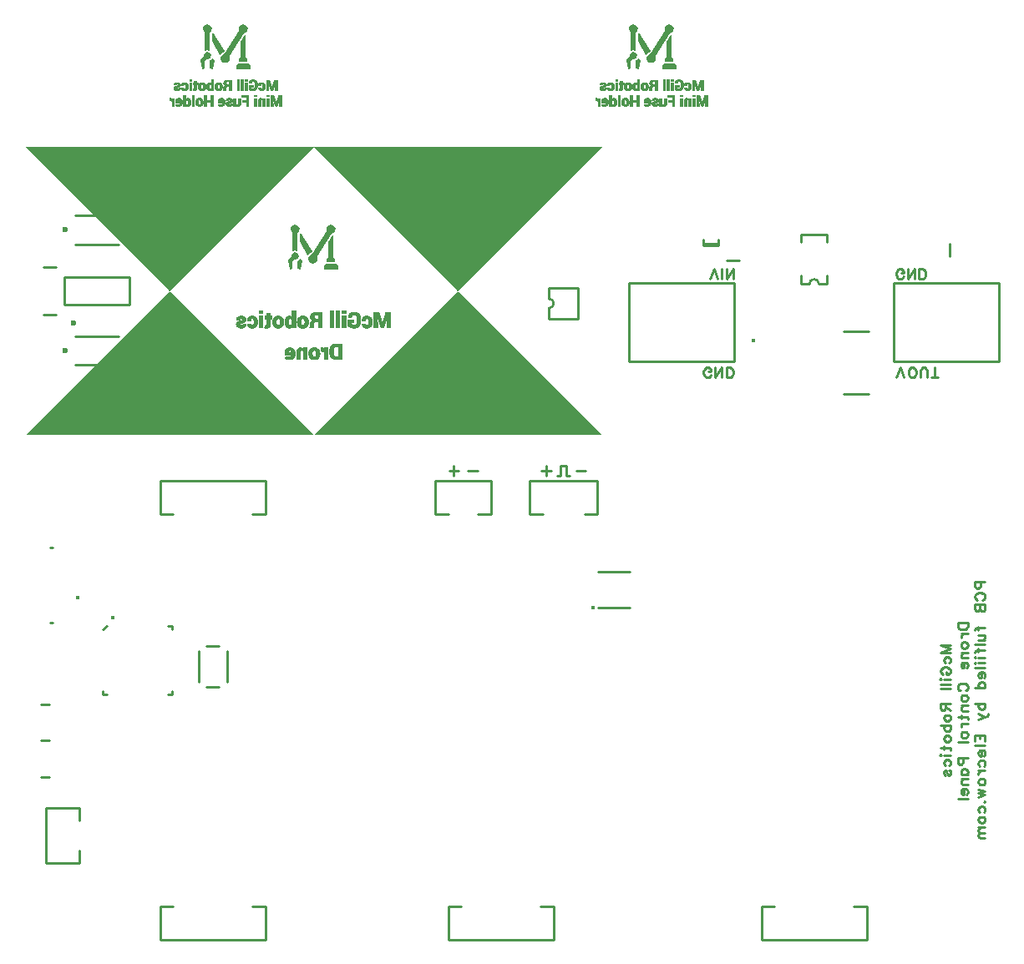
<source format=gbo>
G04 DipTrace 3.0.0.1*
G04 panel2.GBO*
%MOIN*%
G04 #@! TF.FileFunction,Legend,Bot*
G04 #@! TF.Part,Single*
%ADD10C,0.009843*%
%ADD12C,0.001*%
%ADD16C,0.01*%
%ADD21C,0.015769*%
%ADD22C,0.015731*%
%ADD29C,0.023631*%
%ADD44C,0.015754*%
%ADD51C,0.02362*%
%ADD58C,0.01542*%
%ADD138C,0.008749*%
%FSLAX26Y26*%
G04*
G70*
G90*
G75*
G01*
G04 BotSilk*
%LPD*%
X706207Y1471973D2*
D10*
Y1456211D1*
X721969D1*
X981822Y1471973D2*
Y1456211D1*
X966061D2*
X981822D1*
Y1731928D2*
Y1716166D1*
X966061Y1731928D2*
X981822D1*
D22*
X745596Y1763436D3*
X706207Y1716166D2*
D10*
X721969Y1731928D1*
X468617Y3165009D2*
X519759D1*
Y2972532D2*
X468617D1*
X595078Y3255431D2*
X768293D1*
X595078Y3369606D2*
X768293D1*
D29*
X555708Y3312524D3*
X595078Y2774182D2*
D10*
X768293D1*
X595078Y2888357D2*
X768293D1*
D29*
X555708Y2831275D3*
X1155417Y3426848D2*
D10*
Y3560700D1*
X932959Y3426848D2*
Y3560700D1*
X1155417D1*
X932959Y3426848D2*
X985126D1*
X1103250D2*
X1155417D1*
X2303834D2*
Y3560700D1*
X1884545Y3426848D2*
Y3560700D1*
X2303834D1*
X1884545Y3426848D2*
X1936721D1*
X2251657D2*
X2303834D1*
X934373Y610940D2*
Y477088D1*
X1353662Y610940D2*
Y477088D1*
X934373D1*
X1353662Y610940D2*
X1301485D1*
X986549D2*
X934373D1*
X3334372D2*
Y477088D1*
X3753660Y610940D2*
Y477088D1*
X3334372D1*
X3753660Y610940D2*
X3701484D1*
X3386548D2*
X3334372D1*
X2084372D2*
Y477088D1*
X2503660Y610940D2*
Y477088D1*
X2084372D1*
X2503660Y610940D2*
X2451484D1*
X2136548D2*
X2084372D1*
X1353662Y2177093D2*
Y2310945D1*
X934373Y2177093D2*
Y2310945D1*
X1353662D1*
X934373Y2177093D2*
X986549D1*
X1301485D2*
X1353662D1*
X610938Y1005246D2*
X477086D1*
X610938Y782789D2*
X477086D1*
Y1005246D1*
X610938Y782789D2*
Y834955D1*
Y953080D2*
Y1005246D1*
X2255245Y2177093D2*
Y2310945D1*
X2032787Y2177093D2*
Y2310945D1*
X2255245D1*
X2032787Y2177093D2*
X2084954D1*
X2203078D2*
X2255245D1*
X2679827D2*
Y2310945D1*
X2408205Y2177093D2*
Y2310945D1*
X2679827D1*
X2408205Y2177093D2*
X2460347D1*
X2627685D2*
X2679827D1*
X459525Y1127171D2*
X491021D1*
X459525Y1416912D2*
X491021D1*
X459525Y1273147D2*
X491021D1*
X2681019Y1804396D2*
X2807015D1*
X2681019Y1946133D2*
X2807015D1*
D44*
X2661343Y1804403D3*
X2485134Y3081755D2*
D10*
X2603244D1*
X2485134Y2955786D2*
X2603244D1*
Y3081755D2*
Y2955786D1*
X2485134Y3081755D2*
Y3038459D1*
Y2999082D2*
Y2955786D1*
Y3038459D2*
G02X2485134Y2999082I13J-19688D01*
G01*
G36*
X1644189Y3154771D2*
Y3169771D1*
X1634189Y3175771D1*
X1597189D1*
X1587189Y3169771D1*
Y3154771D1*
D1*
X1644189D1*
G37*
G36*
X1633189Y3182771D2*
Y3196771D1*
X1626189Y3201771D1*
Y3291771D1*
X1621189Y3290771D1*
X1605189Y3263771D1*
Y3200771D1*
X1598189Y3196771D1*
Y3182771D1*
X1597189D1*
X1633189D1*
G37*
G36*
X1617189Y3297771D2*
X1625189Y3299771D1*
X1631189Y3305771D1*
X1634189Y3315771D1*
X1632189Y3324771D1*
X1625189Y3331771D1*
X1615189Y3333771D1*
X1606189Y3331771D1*
X1599189Y3323771D1*
X1597189Y3314771D1*
X1599189Y3307771D1*
X1543189Y3215771D1*
X1535189Y3213771D1*
X1528189Y3206771D1*
X1525189Y3197771D1*
X1527189Y3187771D1*
X1535189Y3180771D1*
X1544189Y3178771D1*
X1553189Y3180771D1*
X1560189Y3187771D1*
X1563189Y3197771D1*
X1561189Y3206771D1*
X1617189Y3297771D1*
G37*
G36*
X1538189Y3221771D2*
X1531189Y3219771D1*
X1523189Y3211771D1*
X1490189Y3265771D1*
Y3297771D1*
X1494189Y3301771D1*
X1540189Y3225771D1*
X1538189Y3221771D1*
G37*
G36*
X1483189Y3300771D2*
X1489189Y3305771D1*
X1492189Y3315771D1*
X1489189Y3324771D1*
X1482189Y3331771D1*
X1473189Y3333771D1*
X1463189Y3331771D1*
X1456189Y3324771D1*
X1454189Y3314771D1*
X1457189Y3305771D1*
X1462189Y3300771D1*
Y3227771D1*
X1473189Y3230771D1*
X1483189Y3227771D1*
D1*
Y3300771D1*
G37*
G36*
X1493189Y3200771D2*
X1492189Y3196771D1*
X1484189Y3188771D1*
X1481189D1*
X1483189Y3186771D1*
Y3155771D1*
X1494189Y3154771D1*
X1502189Y3191771D1*
X1493189Y3200771D1*
G37*
G36*
X1485189Y3215771D2*
X1487189Y3208771D1*
X1485189Y3200771D1*
X1480189Y3195771D1*
X1473189Y3193771D1*
X1469189Y3194771D1*
X1462189Y3186771D1*
Y3155771D1*
X1451189Y3153771D1*
X1444189Y3190771D1*
X1459189Y3205771D1*
X1458189Y3208771D1*
X1460189Y3215771D1*
X1465189Y3220771D1*
X1472189Y3222771D1*
X1480189Y3220771D1*
X1485189Y3215771D1*
G37*
D51*
X587190Y2938848D3*
X551759Y3123889D2*
D10*
X811609D1*
X551759Y3013653D2*
X811609D1*
Y3123889D2*
Y3013653D1*
X551759Y3123889D2*
Y3013653D1*
G36*
X1294016Y3955016D2*
Y3970016D1*
X1284016Y3976016D1*
X1247016D1*
X1237016Y3970016D1*
Y3955016D1*
D1*
X1294016D1*
G37*
G36*
X1283016Y3983016D2*
Y3997016D1*
X1276016Y4002016D1*
Y4092016D1*
X1271016Y4091016D1*
X1255016Y4064016D1*
Y4001016D1*
X1248016Y3997016D1*
Y3983016D1*
X1247016D1*
X1283016D1*
G37*
G36*
X1267016Y4098016D2*
X1275016Y4100016D1*
X1281016Y4106016D1*
X1284016Y4116016D1*
X1282016Y4125016D1*
X1275016Y4132016D1*
X1265016Y4134016D1*
X1256016Y4132016D1*
X1249016Y4124016D1*
X1247016Y4115016D1*
X1249016Y4108016D1*
X1193016Y4016016D1*
X1185016Y4014016D1*
X1178016Y4007016D1*
X1175016Y3998016D1*
X1177016Y3988016D1*
X1185016Y3981016D1*
X1194016Y3979016D1*
X1203016Y3981016D1*
X1210016Y3988016D1*
X1213016Y3998016D1*
X1211016Y4007016D1*
X1267016Y4098016D1*
G37*
G36*
X1188016Y4022016D2*
X1181016Y4020016D1*
X1173016Y4012016D1*
X1140016Y4066016D1*
Y4098016D1*
X1144016Y4102016D1*
X1190016Y4026016D1*
X1188016Y4022016D1*
G37*
G36*
X1133016Y4101016D2*
X1139016Y4106016D1*
X1142016Y4116016D1*
X1139016Y4125016D1*
X1132016Y4132016D1*
X1123016Y4134016D1*
X1113016Y4132016D1*
X1106016Y4125016D1*
X1104016Y4115016D1*
X1107016Y4106016D1*
X1112016Y4101016D1*
Y4028016D1*
X1123016Y4031016D1*
X1133016Y4028016D1*
D1*
Y4101016D1*
G37*
G36*
X1143016Y4001016D2*
X1142016Y3997016D1*
X1134016Y3989016D1*
X1131016D1*
X1133016Y3987016D1*
Y3956016D1*
X1144016Y3955016D1*
X1152016Y3992016D1*
X1143016Y4001016D1*
G37*
G36*
X1135016Y4016016D2*
X1137016Y4009016D1*
X1135016Y4001016D1*
X1130016Y3996016D1*
X1123016Y3994016D1*
X1119016Y3995016D1*
X1112016Y3987016D1*
Y3956016D1*
X1101016Y3954016D1*
X1094016Y3991016D1*
X1109016Y4006016D1*
X1108016Y4009016D1*
X1110016Y4016016D1*
X1115016Y4021016D1*
X1122016Y4023016D1*
X1130016Y4021016D1*
X1135016Y4016016D1*
G37*
G36*
X2994016Y3955016D2*
Y3970016D1*
X2984016Y3976016D1*
X2947016D1*
X2937016Y3970016D1*
Y3955016D1*
D1*
X2994016D1*
G37*
G36*
X2983016Y3983016D2*
Y3997016D1*
X2976016Y4002016D1*
Y4092016D1*
X2971016Y4091016D1*
X2955016Y4064016D1*
Y4001016D1*
X2948016Y3997016D1*
Y3983016D1*
X2947016D1*
X2983016D1*
G37*
G36*
X2967016Y4098016D2*
X2975016Y4100016D1*
X2981016Y4106016D1*
X2984016Y4116016D1*
X2982016Y4125016D1*
X2975016Y4132016D1*
X2965016Y4134016D1*
X2956016Y4132016D1*
X2949016Y4124016D1*
X2947016Y4115016D1*
X2949016Y4108016D1*
X2893016Y4016016D1*
X2885016Y4014016D1*
X2878016Y4007016D1*
X2875016Y3998016D1*
X2877016Y3988016D1*
X2885016Y3981016D1*
X2894016Y3979016D1*
X2903016Y3981016D1*
X2910016Y3988016D1*
X2913016Y3998016D1*
X2911016Y4007016D1*
X2967016Y4098016D1*
G37*
G36*
X2888016Y4022016D2*
X2881016Y4020016D1*
X2873016Y4012016D1*
X2840016Y4066016D1*
Y4098016D1*
X2844016Y4102016D1*
X2890016Y4026016D1*
X2888016Y4022016D1*
G37*
G36*
X2833016Y4101016D2*
X2839016Y4106016D1*
X2842016Y4116016D1*
X2839016Y4125016D1*
X2832016Y4132016D1*
X2823016Y4134016D1*
X2813016Y4132016D1*
X2806016Y4125016D1*
X2804016Y4115016D1*
X2807016Y4106016D1*
X2812016Y4101016D1*
Y4028016D1*
X2823016Y4031016D1*
X2833016Y4028016D1*
D1*
Y4101016D1*
G37*
G36*
X2843016Y4001016D2*
X2842016Y3997016D1*
X2834016Y3989016D1*
X2831016D1*
X2833016Y3987016D1*
Y3956016D1*
X2844016Y3955016D1*
X2852016Y3992016D1*
X2843016Y4001016D1*
G37*
G36*
X2835016Y4016016D2*
X2837016Y4009016D1*
X2835016Y4001016D1*
X2830016Y3996016D1*
X2823016Y3994016D1*
X2819016Y3995016D1*
X2812016Y3987016D1*
Y3956016D1*
X2801016Y3954016D1*
X2794016Y3991016D1*
X2809016Y4006016D1*
X2808016Y4009016D1*
X2810016Y4016016D1*
X2815016Y4021016D1*
X2822016Y4023016D1*
X2830016Y4021016D1*
X2835016Y4016016D1*
G37*
X1119020Y1650262D2*
D10*
X1169015D1*
X1119020Y1487762D2*
X1169015D1*
X1087767Y1631510D2*
Y1506515D1*
X1200267Y1631510D2*
Y1506515D1*
X3100051Y3258436D2*
X3162981D1*
X3100051Y3250987D2*
X3162981D1*
X3100051D2*
Y3274546D1*
X3162981Y3250987D2*
Y3274546D1*
X3193445Y3190255D2*
X3244587D1*
X4085277Y3205945D2*
Y3257087D1*
D58*
X3300991Y2869574D3*
X2806507Y2788125D2*
D10*
X3225275D1*
Y3099907D1*
X2806507D1*
Y2788125D1*
X4281525Y3099907D2*
X3862757D1*
Y2788125D1*
X4281525D1*
Y3099907D1*
X3662788Y2656516D2*
X3762745D1*
X3662788Y2906516D2*
X3762745D1*
X3492828Y3095589D2*
Y3131023D1*
X3595204Y3095589D2*
Y3131023D1*
X3492828Y3292443D2*
X3595204D1*
X3524322Y3095589D2*
X3492828D1*
X3563710D2*
X3595204D1*
X3524322D2*
G02X3563710Y3095589I19694J-9D01*
G01*
X3492828Y3292443D2*
Y3264884D1*
X3595204Y3292443D2*
Y3264884D1*
X2162767Y2350265D2*
D16*
X2200268D1*
X2106517Y2331515D2*
Y2369016D1*
X2531516Y2331515D2*
X2519017D1*
X2531516Y2369016D2*
Y2331515D1*
Y2369016D2*
X2556516D1*
Y2331515D1*
X2569017D1*
X2594016Y2350265D2*
X2631517D1*
X2456516D2*
X2494017D1*
X2475267Y2331515D2*
Y2369016D1*
X2087768Y2350265D2*
X2125267D1*
G36*
X397313Y3643771D2*
X972314Y3068771D1*
X1547314Y3643771D1*
D1*
X397313D1*
G37*
G36*
X1547314Y2493771D2*
X972314Y3068771D1*
X397313Y2493771D1*
D1*
X1547314D1*
G37*
G36*
Y3643771D2*
X2122314Y3068771D1*
X2697314Y3643771D1*
D1*
X1547314D1*
G37*
G36*
X2697314Y2493771D2*
X2122314Y3068771D1*
X1547314Y2493771D1*
D1*
X2697314D1*
G37*
D21*
X604586Y1842832D3*
X504982Y1744416D2*
D10*
X495532D1*
X504982Y2043613D2*
X495532D1*
X1328470Y2988990D2*
D12*
X1342470D1*
X1459470D2*
X1473470D1*
X1611470D2*
X1625470D1*
X1635470D2*
X1649470D1*
X1659470D2*
X1673470D1*
X1328470Y2987990D2*
X1342470D1*
X1459470D2*
X1473470D1*
X1611470D2*
X1625470D1*
X1635470D2*
X1649470D1*
X1659470D2*
X1673470D1*
X1328470Y2986990D2*
X1342470D1*
X1459470D2*
X1473470D1*
X1611470D2*
X1625470D1*
X1635470D2*
X1649470D1*
X1659470D2*
X1673470D1*
X1328470Y2985990D2*
X1342470D1*
X1459470D2*
X1473470D1*
X1611470D2*
X1625470D1*
X1635470D2*
X1649470D1*
X1659470D2*
X1673470D1*
X1328470Y2984990D2*
X1342470D1*
X1459470D2*
X1473470D1*
X1549470D2*
X1579470D1*
X1611470D2*
X1625470D1*
X1635470D2*
X1649470D1*
X1659470D2*
X1673470D1*
X1701470D2*
X1712470D1*
X1786470D2*
X1804470D1*
X1833470D2*
X1852470D1*
X1328470Y2983990D2*
X1342470D1*
X1459470D2*
X1473470D1*
X1546551D2*
X1579470D1*
X1611470D2*
X1625470D1*
X1635470D2*
X1649470D1*
X1659470D2*
X1673470D1*
X1698243D2*
X1715389D1*
X1786470D2*
X1804970D1*
X1833316D2*
X1852470D1*
X1328470Y2982990D2*
X1342470D1*
X1459470D2*
X1473470D1*
X1544015D2*
X1579470D1*
X1611470D2*
X1625470D1*
X1635470D2*
X1649470D1*
X1659470D2*
X1673470D1*
X1695503D2*
X1717925D1*
X1786470D2*
X1805385D1*
X1833068D2*
X1852470D1*
X1328470Y2981990D2*
X1342470D1*
X1459470D2*
X1473470D1*
X1541891D2*
X1579470D1*
X1611470D2*
X1625470D1*
X1635470D2*
X1649470D1*
X1659470D2*
X1673470D1*
X1693306D2*
X1720049D1*
X1786470D2*
X1805774D1*
X1832805D2*
X1852470D1*
X1328470Y2980990D2*
X1342470D1*
X1358470D2*
X1372470D1*
X1459470D2*
X1473470D1*
X1540168D2*
X1579470D1*
X1611470D2*
X1625470D1*
X1635470D2*
X1649470D1*
X1659470D2*
X1673470D1*
X1691537D2*
X1721772D1*
X1786470D2*
X1806130D1*
X1832594D2*
X1852470D1*
X1328470Y2979990D2*
X1342470D1*
X1358470D2*
X1372470D1*
X1459470D2*
X1473470D1*
X1538779D2*
X1579470D1*
X1611470D2*
X1625470D1*
X1635470D2*
X1649470D1*
X1659470D2*
X1673470D1*
X1690148D2*
X1723162D1*
X1786470D2*
X1806458D1*
X1832374D2*
X1852470D1*
X1358470Y2978990D2*
X1372470D1*
X1459470D2*
X1473470D1*
X1537599D2*
X1579470D1*
X1611470D2*
X1625470D1*
X1635470D2*
X1649470D1*
X1689109D2*
X1724345D1*
X1786470D2*
X1806804D1*
X1832088D2*
X1852470D1*
X1358470Y2977990D2*
X1372470D1*
X1459470D2*
X1473470D1*
X1536557D2*
X1579470D1*
X1611470D2*
X1625470D1*
X1635470D2*
X1649470D1*
X1688266D2*
X1725418D1*
X1786470D2*
X1807142D1*
X1831779D2*
X1852470D1*
X1358470Y2976990D2*
X1372470D1*
X1459470D2*
X1473470D1*
X1535658D2*
X1579470D1*
X1611470D2*
X1625470D1*
X1635470D2*
X1649470D1*
X1687514D2*
X1726414D1*
X1786470D2*
X1807462D1*
X1831471D2*
X1852470D1*
X1358470Y2975990D2*
X1372470D1*
X1459470D2*
X1473470D1*
X1534925D2*
X1579470D1*
X1611470D2*
X1625470D1*
X1635470D2*
X1649470D1*
X1686858D2*
X1727294D1*
X1786470D2*
X1807806D1*
X1831132D2*
X1852470D1*
X1358470Y2974990D2*
X1372470D1*
X1459470D2*
X1473470D1*
X1534344D2*
X1579470D1*
X1611470D2*
X1625470D1*
X1635470D2*
X1649470D1*
X1686279D2*
X1728023D1*
X1786470D2*
X1808142D1*
X1830797D2*
X1852470D1*
X1358470Y2973990D2*
X1372470D1*
X1459470D2*
X1473470D1*
X1533919D2*
X1551671D1*
X1565470D2*
X1579470D1*
X1611470D2*
X1625470D1*
X1635470D2*
X1649470D1*
X1685747D2*
X1702667D1*
X1710077D2*
X1728637D1*
X1786470D2*
X1808462D1*
X1830477D2*
X1852470D1*
X1358470Y2972990D2*
X1372470D1*
X1459470D2*
X1473470D1*
X1533639D2*
X1550121D1*
X1565470D2*
X1579470D1*
X1611470D2*
X1625470D1*
X1635470D2*
X1649470D1*
X1685264D2*
X1701086D1*
X1712243D2*
X1729188D1*
X1786470D2*
X1808806D1*
X1830134D2*
X1852470D1*
X1358470Y2971990D2*
X1372470D1*
X1459470D2*
X1473470D1*
X1533390D2*
X1548917D1*
X1565470D2*
X1579470D1*
X1611470D2*
X1625470D1*
X1635470D2*
X1649470D1*
X1684854D2*
X1699786D1*
X1713877D2*
X1729708D1*
X1786470D2*
X1809142D1*
X1829798D2*
X1852470D1*
X1358470Y2970990D2*
X1372470D1*
X1459470D2*
X1473470D1*
X1533098D2*
X1548033D1*
X1565470D2*
X1579470D1*
X1611470D2*
X1625470D1*
X1635470D2*
X1649470D1*
X1684500D2*
X1698755D1*
X1715071D2*
X1730212D1*
X1786470D2*
X1809462D1*
X1829478D2*
X1852470D1*
X1358470Y2969990D2*
X1372470D1*
X1459470D2*
X1473470D1*
X1532820D2*
X1547386D1*
X1565470D2*
X1579470D1*
X1611470D2*
X1625470D1*
X1635470D2*
X1649470D1*
X1684147D2*
X1697963D1*
X1715937D2*
X1730679D1*
X1786470D2*
X1809806D1*
X1829135D2*
X1852470D1*
X1251470Y2968990D2*
X1261470D1*
X1294470D2*
X1304470D1*
X1328470D2*
X1342470D1*
X1350470D2*
X1378470D1*
X1398470D2*
X1409470D1*
X1444470D2*
X1451470D1*
X1459470D2*
X1473470D1*
X1496470D2*
X1507470D1*
X1532638D2*
X1546939D1*
X1565470D2*
X1579470D1*
X1611470D2*
X1625470D1*
X1635470D2*
X1649470D1*
X1659470D2*
X1673470D1*
X1683840D2*
X1697358D1*
X1716605D2*
X1731053D1*
X1752470D2*
X1762470D1*
X1786470D2*
X1810142D1*
X1828798D2*
X1852470D1*
X1248363Y2967990D2*
X1264351D1*
X1292050D2*
X1307351D1*
X1328470D2*
X1342470D1*
X1350470D2*
X1378470D1*
X1396047D2*
X1411894D1*
X1442205D2*
X1453397D1*
X1459466D2*
X1473470D1*
X1494047D2*
X1509894D1*
X1532542D2*
X1546683D1*
X1565470D2*
X1579470D1*
X1611470D2*
X1625470D1*
X1635470D2*
X1649470D1*
X1659470D2*
X1673470D1*
X1683645D2*
X1696928D1*
X1717173D2*
X1731314D1*
X1750050D2*
X1765351D1*
X1786470D2*
X1810462D1*
X1828478D2*
X1852470D1*
X1245778Y2966990D2*
X1266758D1*
X1289930D2*
X1309758D1*
X1328470D2*
X1342470D1*
X1350470D2*
X1378470D1*
X1393891D2*
X1414049D1*
X1440333D2*
X1455010D1*
X1459428D2*
X1473470D1*
X1491891D2*
X1512049D1*
X1532499D2*
X1546559D1*
X1565470D2*
X1579470D1*
X1611470D2*
X1625470D1*
X1635470D2*
X1649470D1*
X1659470D2*
X1673470D1*
X1683545D2*
X1696679D1*
X1717665D2*
X1731554D1*
X1747930D2*
X1767758D1*
X1786470D2*
X1810806D1*
X1828135D2*
X1852470D1*
X1243724Y2965990D2*
X1268643D1*
X1288191D2*
X1311643D1*
X1328470D2*
X1342470D1*
X1350470D2*
X1378470D1*
X1392029D2*
X1415911D1*
X1438853D2*
X1456456D1*
X1459274D2*
X1473470D1*
X1490029D2*
X1513911D1*
X1532485D2*
X1546504D1*
X1565470D2*
X1579470D1*
X1611470D2*
X1625470D1*
X1635470D2*
X1649470D1*
X1659470D2*
X1673470D1*
X1683498D2*
X1696550D1*
X1718045D2*
X1731844D1*
X1746191D2*
X1769643D1*
X1786470D2*
X1811142D1*
X1827798D2*
X1852470D1*
X1242082Y2964990D2*
X1270106D1*
X1286793D2*
X1313109D1*
X1328470D2*
X1342470D1*
X1350470D2*
X1378470D1*
X1390422D2*
X1417518D1*
X1437630D2*
X1457931D1*
X1458932D2*
X1473470D1*
X1488422D2*
X1515518D1*
X1532513D2*
X1546487D1*
X1565470D2*
X1579470D1*
X1611470D2*
X1625470D1*
X1635470D2*
X1649470D1*
X1659470D2*
X1673470D1*
X1683470D2*
X1696470D1*
X1718273D2*
X1732121D1*
X1744793D2*
X1771109D1*
X1786470D2*
X1798470D1*
X1800470D2*
X1811462D1*
X1827478D2*
X1852470D1*
X1240776Y2963990D2*
X1271286D1*
X1285639D2*
X1314321D1*
X1328470D2*
X1342470D1*
X1350470D2*
X1378470D1*
X1389104D2*
X1418836D1*
X1436569D2*
X1473470D1*
X1487104D2*
X1516836D1*
X1532638D2*
X1546517D1*
X1565470D2*
X1579470D1*
X1611470D2*
X1625470D1*
X1635470D2*
X1649470D1*
X1659470D2*
X1673470D1*
X1718387D2*
X1732303D1*
X1743639D2*
X1772321D1*
X1786470D2*
X1811806D1*
X1827138D2*
X1837432D1*
X1839470D2*
X1852470D1*
X1239749Y2962990D2*
X1272245D1*
X1284690D2*
X1315376D1*
X1328470D2*
X1342470D1*
X1350470D2*
X1378470D1*
X1388089D2*
X1419847D1*
X1435662D2*
X1473470D1*
X1486089D2*
X1517847D1*
X1532880D2*
X1546681D1*
X1565470D2*
X1579470D1*
X1611470D2*
X1625470D1*
X1635470D2*
X1649470D1*
X1659470D2*
X1673470D1*
X1718438D2*
X1732398D1*
X1742690D2*
X1773376D1*
X1786470D2*
X1799470D1*
X1801508D2*
X1812142D1*
X1826833D2*
X1837304D1*
X1839470D2*
X1852470D1*
X1238960Y2961990D2*
X1273001D1*
X1283933D2*
X1316280D1*
X1328470D2*
X1342470D1*
X1350470D2*
X1378470D1*
X1387225D2*
X1420680D1*
X1434923D2*
X1473470D1*
X1485225D2*
X1518680D1*
X1533176D2*
X1547090D1*
X1565470D2*
X1579470D1*
X1611470D2*
X1625470D1*
X1635470D2*
X1649470D1*
X1659470D2*
X1673470D1*
X1718458D2*
X1732442D1*
X1741933D2*
X1774280D1*
X1786470D2*
X1799470D1*
X1801640D2*
X1812462D1*
X1826605D2*
X1837060D1*
X1839470D2*
X1852470D1*
X1238357Y2960990D2*
X1273595D1*
X1283309D2*
X1317018D1*
X1328470D2*
X1342470D1*
X1350470D2*
X1378470D1*
X1386384D2*
X1421429D1*
X1434305D2*
X1473470D1*
X1484384D2*
X1519429D1*
X1533512D2*
X1547791D1*
X1565470D2*
X1579470D1*
X1611470D2*
X1625470D1*
X1635470D2*
X1649470D1*
X1659470D2*
X1673470D1*
X1718466D2*
X1732459D1*
X1741309D2*
X1775018D1*
X1786470D2*
X1799470D1*
X1801915D2*
X1812802D1*
X1826378D2*
X1836769D1*
X1839470D2*
X1852470D1*
X1237928Y2959990D2*
X1274055D1*
X1282758D2*
X1317635D1*
X1328470D2*
X1342470D1*
X1350470D2*
X1378470D1*
X1385618D2*
X1422083D1*
X1433757D2*
X1473470D1*
X1483618D2*
X1520083D1*
X1533976D2*
X1548794D1*
X1565470D2*
X1579470D1*
X1611470D2*
X1625470D1*
X1635470D2*
X1649470D1*
X1659470D2*
X1673470D1*
X1718469D2*
X1732466D1*
X1740758D2*
X1775635D1*
X1786470D2*
X1799470D1*
X1802299D2*
X1813107D1*
X1826090D2*
X1836467D1*
X1839470D2*
X1852470D1*
X1237679Y2958990D2*
X1274428D1*
X1282272D2*
X1318187D1*
X1328470D2*
X1342470D1*
X1350470D2*
X1378470D1*
X1385023D2*
X1422661D1*
X1433268D2*
X1473470D1*
X1483023D2*
X1520661D1*
X1534553D2*
X1550126D1*
X1565470D2*
X1579470D1*
X1611470D2*
X1625470D1*
X1635470D2*
X1649470D1*
X1659470D2*
X1673470D1*
X1718470D2*
X1732469D1*
X1740272D2*
X1776187D1*
X1786470D2*
X1799470D1*
X1802717D2*
X1813335D1*
X1825780D2*
X1836131D1*
X1839470D2*
X1852470D1*
X1237557Y2957990D2*
X1252511D1*
X1259232D2*
X1274789D1*
X1281895D2*
X1296508D1*
X1303466D2*
X1318707D1*
X1328470D2*
X1342470D1*
X1358470D2*
X1372470D1*
X1384569D2*
X1400705D1*
X1407470D2*
X1423197D1*
X1432855D2*
X1449705D1*
X1455270D2*
X1473470D1*
X1482569D2*
X1498705D1*
X1505470D2*
X1521197D1*
X1535172D2*
X1551737D1*
X1565470D2*
X1579470D1*
X1611470D2*
X1625470D1*
X1635470D2*
X1649470D1*
X1659470D2*
X1673470D1*
X1718470D2*
X1732470D1*
X1739895D2*
X1754508D1*
X1761466D2*
X1776707D1*
X1786470D2*
X1799470D1*
X1803101D2*
X1813562D1*
X1825471D2*
X1835797D1*
X1839470D2*
X1852470D1*
X1237504Y2956990D2*
X1251666D1*
X1260645D2*
X1275099D1*
X1281667D2*
X1295640D1*
X1304427D2*
X1319212D1*
X1328470D2*
X1342470D1*
X1358470D2*
X1372470D1*
X1384136D2*
X1399252D1*
X1408466D2*
X1423711D1*
X1432501D2*
X1448252D1*
X1456815D2*
X1473470D1*
X1482136D2*
X1497252D1*
X1506466D2*
X1521711D1*
X1535891D2*
X1579470D1*
X1611470D2*
X1625470D1*
X1635470D2*
X1649470D1*
X1659470D2*
X1673470D1*
X1718470D2*
X1732470D1*
X1739667D2*
X1753640D1*
X1762427D2*
X1777212D1*
X1786470D2*
X1799470D1*
X1803445D2*
X1813851D1*
X1825132D2*
X1835477D1*
X1839470D2*
X1852470D1*
X1237482Y2955990D2*
X1251008D1*
X1261724D2*
X1275294D1*
X1281549D2*
X1294919D1*
X1305265D2*
X1319679D1*
X1328470D2*
X1342470D1*
X1358470D2*
X1372470D1*
X1383684D2*
X1398196D1*
X1409427D2*
X1424213D1*
X1432147D2*
X1447196D1*
X1457984D2*
X1473470D1*
X1481684D2*
X1496196D1*
X1507427D2*
X1522213D1*
X1536850D2*
X1579470D1*
X1611470D2*
X1625470D1*
X1635470D2*
X1649470D1*
X1659470D2*
X1673470D1*
X1718470D2*
X1732470D1*
X1739549D2*
X1752919D1*
X1763265D2*
X1777679D1*
X1786470D2*
X1799470D1*
X1803799D2*
X1814161D1*
X1824797D2*
X1835134D1*
X1839470D2*
X1852470D1*
X1237470Y2954990D2*
X1250470D1*
X1262047D2*
X1275391D1*
X1281461D2*
X1294342D1*
X1305894D2*
X1320050D1*
X1328470D2*
X1342470D1*
X1358470D2*
X1372470D1*
X1383243D2*
X1397452D1*
X1410261D2*
X1424680D1*
X1431840D2*
X1446452D1*
X1458872D2*
X1473470D1*
X1481243D2*
X1495452D1*
X1508261D2*
X1522680D1*
X1538077D2*
X1579470D1*
X1611470D2*
X1625470D1*
X1635470D2*
X1649470D1*
X1659470D2*
X1673470D1*
X1718470D2*
X1732470D1*
X1739461D2*
X1752342D1*
X1763894D2*
X1778050D1*
X1786470D2*
X1799470D1*
X1804140D2*
X1814469D1*
X1824477D2*
X1834798D1*
X1839470D2*
X1852470D1*
X1261814Y2953990D2*
X1275401D1*
X1281286D2*
X1293919D1*
X1306359D2*
X1320278D1*
X1328470D2*
X1342470D1*
X1358470D2*
X1372470D1*
X1382884D2*
X1396927D1*
X1410858D2*
X1425050D1*
X1431645D2*
X1445927D1*
X1459181D2*
X1473470D1*
X1480884D2*
X1494927D1*
X1508858D2*
X1523050D1*
X1539384D2*
X1579470D1*
X1611470D2*
X1625470D1*
X1635470D2*
X1649470D1*
X1659470D2*
X1673470D1*
X1682470D2*
X1706470D1*
X1718470D2*
X1732470D1*
X1739286D2*
X1751919D1*
X1764359D2*
X1778278D1*
X1786470D2*
X1799470D1*
X1804462D2*
X1814808D1*
X1824134D2*
X1834478D1*
X1839470D2*
X1852470D1*
X1260920Y2952990D2*
X1275289D1*
X1280936D2*
X1293657D1*
X1306761D2*
X1320427D1*
X1328470D2*
X1342470D1*
X1358470D2*
X1372470D1*
X1382663D2*
X1396527D1*
X1411231D2*
X1425274D1*
X1431545D2*
X1445527D1*
X1459347D2*
X1473470D1*
X1480663D2*
X1494527D1*
X1509231D2*
X1523274D1*
X1540510D2*
X1579470D1*
X1611470D2*
X1625470D1*
X1635470D2*
X1649470D1*
X1659470D2*
X1673470D1*
X1682470D2*
X1706470D1*
X1718470D2*
X1732470D1*
X1738936D2*
X1751657D1*
X1764761D2*
X1778427D1*
X1786470D2*
X1799470D1*
X1804805D2*
X1815143D1*
X1823798D2*
X1834135D1*
X1839470D2*
X1852470D1*
X1258803Y2951990D2*
X1275021D1*
X1280470D2*
X1293470D1*
X1307088D2*
X1320604D1*
X1328470D2*
X1342470D1*
X1358470D2*
X1372470D1*
X1382548D2*
X1396156D1*
X1411522D2*
X1425392D1*
X1431496D2*
X1445156D1*
X1459422D2*
X1473470D1*
X1480548D2*
X1494156D1*
X1509522D2*
X1523392D1*
X1541470D2*
X1579470D1*
X1611470D2*
X1625470D1*
X1635470D2*
X1649470D1*
X1659470D2*
X1673470D1*
X1682470D2*
X1706470D1*
X1718470D2*
X1732470D1*
X1738470D2*
X1751470D1*
X1765088D2*
X1778604D1*
X1786470D2*
X1799470D1*
X1805142D2*
X1815463D1*
X1823478D2*
X1833798D1*
X1839470D2*
X1852470D1*
X1255906Y2950990D2*
X1274636D1*
X1307291D2*
X1320864D1*
X1328470D2*
X1342470D1*
X1358470D2*
X1372470D1*
X1382463D2*
X1395843D1*
X1411832D2*
X1425477D1*
X1431442D2*
X1444843D1*
X1459452D2*
X1473470D1*
X1480463D2*
X1493843D1*
X1509832D2*
X1523477D1*
X1539667D2*
X1579470D1*
X1611470D2*
X1625470D1*
X1635470D2*
X1649470D1*
X1659470D2*
X1673470D1*
X1682470D2*
X1706470D1*
X1718470D2*
X1732470D1*
X1765291D2*
X1778864D1*
X1786470D2*
X1799470D1*
X1805462D2*
X1815806D1*
X1823135D2*
X1833478D1*
X1839470D2*
X1852470D1*
X1252539Y2949990D2*
X1274184D1*
X1307394D2*
X1321128D1*
X1328470D2*
X1342470D1*
X1358470D2*
X1372470D1*
X1382315D2*
X1395646D1*
X1412116D2*
X1425625D1*
X1431307D2*
X1444646D1*
X1459464D2*
X1473470D1*
X1480315D2*
X1493646D1*
X1510116D2*
X1523625D1*
X1538082D2*
X1579470D1*
X1611470D2*
X1625470D1*
X1635470D2*
X1649470D1*
X1659470D2*
X1673470D1*
X1682470D2*
X1706470D1*
X1718470D2*
X1732470D1*
X1765394D2*
X1779128D1*
X1786470D2*
X1799470D1*
X1805806D2*
X1816142D1*
X1822798D2*
X1833135D1*
X1839466D2*
X1852470D1*
X1249254Y2948990D2*
X1273669D1*
X1307440D2*
X1321305D1*
X1328470D2*
X1342470D1*
X1358470D2*
X1372470D1*
X1382068D2*
X1395545D1*
X1412301D2*
X1425872D1*
X1431065D2*
X1444545D1*
X1459468D2*
X1473470D1*
X1480068D2*
X1493545D1*
X1510301D2*
X1523872D1*
X1536751D2*
X1579470D1*
X1611470D2*
X1625470D1*
X1635470D2*
X1649470D1*
X1659470D2*
X1673470D1*
X1682470D2*
X1706470D1*
X1718470D2*
X1732470D1*
X1765440D2*
X1779305D1*
X1786470D2*
X1799470D1*
X1806142D2*
X1816462D1*
X1822478D2*
X1832798D1*
X1839431D2*
X1852470D1*
X1246398Y2947990D2*
X1273042D1*
X1307459D2*
X1321399D1*
X1328470D2*
X1342470D1*
X1358470D2*
X1372470D1*
X1381809D2*
X1395500D1*
X1412398D2*
X1426131D1*
X1430808D2*
X1444500D1*
X1459469D2*
X1473470D1*
X1479809D2*
X1493500D1*
X1510398D2*
X1524131D1*
X1535624D2*
X1579470D1*
X1611470D2*
X1625470D1*
X1635470D2*
X1649470D1*
X1659470D2*
X1673470D1*
X1682470D2*
X1706470D1*
X1718470D2*
X1732470D1*
X1765459D2*
X1779399D1*
X1786470D2*
X1799470D1*
X1806462D2*
X1816806D1*
X1822135D2*
X1832478D1*
X1839304D2*
X1852470D1*
X1244072Y2946990D2*
X1272230D1*
X1307466D2*
X1321442D1*
X1328470D2*
X1342470D1*
X1358470D2*
X1372470D1*
X1381634D2*
X1395481D1*
X1412441D2*
X1426306D1*
X1430633D2*
X1444481D1*
X1459470D2*
X1473470D1*
X1479634D2*
X1493481D1*
X1510441D2*
X1524306D1*
X1534685D2*
X1579470D1*
X1611470D2*
X1625470D1*
X1635470D2*
X1649470D1*
X1659470D2*
X1673470D1*
X1682470D2*
X1706470D1*
X1718470D2*
X1732470D1*
X1765466D2*
X1779442D1*
X1786470D2*
X1799474D1*
X1806806D2*
X1817142D1*
X1821798D2*
X1832135D1*
X1839064D2*
X1852470D1*
X1242249Y2945990D2*
X1271174D1*
X1307469D2*
X1321460D1*
X1328470D2*
X1342470D1*
X1358470D2*
X1372470D1*
X1381545D2*
X1395474D1*
X1412459D2*
X1426396D1*
X1430541D2*
X1444474D1*
X1459470D2*
X1473470D1*
X1479545D2*
X1493474D1*
X1510459D2*
X1524396D1*
X1533935D2*
X1551867D1*
X1565470D2*
X1579470D1*
X1611470D2*
X1625470D1*
X1635470D2*
X1649470D1*
X1659470D2*
X1673470D1*
X1682470D2*
X1706470D1*
X1718470D2*
X1732470D1*
X1765469D2*
X1779460D1*
X1786470D2*
X1799509D1*
X1807142D2*
X1817462D1*
X1821478D2*
X1831798D1*
X1838808D2*
X1852470D1*
X1240848Y2944990D2*
X1269775D1*
X1307470D2*
X1321466D1*
X1328470D2*
X1342470D1*
X1358470D2*
X1372470D1*
X1381537D2*
X1395471D1*
X1412466D2*
X1426403D1*
X1430502D2*
X1444471D1*
X1459470D2*
X1473470D1*
X1479537D2*
X1493471D1*
X1510466D2*
X1524403D1*
X1533348D2*
X1549733D1*
X1565470D2*
X1579470D1*
X1611470D2*
X1625470D1*
X1635470D2*
X1649470D1*
X1659470D2*
X1673470D1*
X1682470D2*
X1706470D1*
X1718470D2*
X1732466D1*
X1765470D2*
X1779466D1*
X1786470D2*
X1799637D1*
X1807462D2*
X1817806D1*
X1821135D2*
X1831478D1*
X1838633D2*
X1852470D1*
X1239777Y2943990D2*
X1267924D1*
X1307470D2*
X1321465D1*
X1328470D2*
X1342470D1*
X1358470D2*
X1372470D1*
X1381647D2*
X1395471D1*
X1412465D2*
X1426293D1*
X1430520D2*
X1444471D1*
X1459470D2*
X1473470D1*
X1479647D2*
X1493471D1*
X1510465D2*
X1524293D1*
X1532920D2*
X1548194D1*
X1565470D2*
X1579470D1*
X1611470D2*
X1625470D1*
X1635470D2*
X1649470D1*
X1659470D2*
X1673470D1*
X1682470D2*
X1706470D1*
X1718466D2*
X1732431D1*
X1765470D2*
X1779465D1*
X1786470D2*
X1799876D1*
X1807806D2*
X1818145D1*
X1820795D2*
X1831135D1*
X1838541D2*
X1852470D1*
X1238971Y2942990D2*
X1265495D1*
X1307470D2*
X1321431D1*
X1328470D2*
X1342470D1*
X1358470D2*
X1372470D1*
X1381880D2*
X1395474D1*
X1412431D2*
X1426060D1*
X1430640D2*
X1444470D1*
X1459470D2*
X1473470D1*
X1479880D2*
X1493474D1*
X1510431D2*
X1524060D1*
X1532639D2*
X1547148D1*
X1565470D2*
X1579470D1*
X1611470D2*
X1625470D1*
X1635470D2*
X1649470D1*
X1659470D2*
X1673470D1*
X1682470D2*
X1696470D1*
X1718431D2*
X1732304D1*
X1765470D2*
X1779431D1*
X1786470D2*
X1800132D1*
X1808142D2*
X1818493D1*
X1820447D2*
X1830798D1*
X1838498D2*
X1852470D1*
X1238357Y2941990D2*
X1262450D1*
X1307466D2*
X1321303D1*
X1328470D2*
X1342470D1*
X1358470D2*
X1372470D1*
X1382134D2*
X1395509D1*
X1412303D2*
X1425806D1*
X1430877D2*
X1444474D1*
X1459470D2*
X1473470D1*
X1480134D2*
X1493509D1*
X1510303D2*
X1523806D1*
X1532390D2*
X1546430D1*
X1565470D2*
X1579470D1*
X1611470D2*
X1625470D1*
X1635470D2*
X1649470D1*
X1659470D2*
X1673470D1*
X1682470D2*
X1696470D1*
X1718300D2*
X1732064D1*
X1765466D2*
X1779303D1*
X1786470D2*
X1800307D1*
X1808462D2*
X1818940D1*
X1820000D2*
X1830478D1*
X1838481D2*
X1852470D1*
X1237890Y2940990D2*
X1259082D1*
X1307431D2*
X1321064D1*
X1328470D2*
X1342470D1*
X1358470D2*
X1372470D1*
X1382307D2*
X1395637D1*
X1412064D2*
X1425633D1*
X1431133D2*
X1444509D1*
X1459470D2*
X1473470D1*
X1480307D2*
X1493637D1*
X1510064D2*
X1523633D1*
X1532098D2*
X1545955D1*
X1565470D2*
X1579470D1*
X1611470D2*
X1625470D1*
X1635470D2*
X1649470D1*
X1659470D2*
X1673470D1*
X1682470D2*
X1696470D1*
X1718025D2*
X1731804D1*
X1765431D2*
X1779064D1*
X1786470D2*
X1800400D1*
X1808806D2*
X1830135D1*
X1838474D2*
X1852470D1*
X1237513Y2939990D2*
X1255956D1*
X1307304D2*
X1320808D1*
X1328470D2*
X1342470D1*
X1358470D2*
X1372470D1*
X1382404D2*
X1395880D1*
X1411804D2*
X1425536D1*
X1431307D2*
X1444637D1*
X1459470D2*
X1473470D1*
X1480404D2*
X1493880D1*
X1509804D2*
X1523536D1*
X1531820D2*
X1545689D1*
X1565470D2*
X1579470D1*
X1611470D2*
X1625470D1*
X1635470D2*
X1649470D1*
X1659470D2*
X1673470D1*
X1682470D2*
X1696470D1*
X1717637D2*
X1731594D1*
X1765304D2*
X1778808D1*
X1786470D2*
X1800442D1*
X1809142D2*
X1829798D1*
X1838471D2*
X1852470D1*
X1237151Y2938990D2*
X1253503D1*
X1307060D2*
X1320629D1*
X1328470D2*
X1342470D1*
X1358470D2*
X1372470D1*
X1382481D2*
X1396172D1*
X1411590D2*
X1425459D1*
X1431404D2*
X1444880D1*
X1459470D2*
X1473470D1*
X1480481D2*
X1494172D1*
X1509590D2*
X1523459D1*
X1531638D2*
X1545561D1*
X1565470D2*
X1579470D1*
X1611470D2*
X1625470D1*
X1635470D2*
X1649470D1*
X1659470D2*
X1673470D1*
X1682470D2*
X1696470D1*
X1717184D2*
X1731370D1*
X1765060D2*
X1778629D1*
X1786470D2*
X1800460D1*
X1809462D2*
X1829478D1*
X1838470D2*
X1852470D1*
X1236842Y2937990D2*
X1251773D1*
X1280470D2*
X1293470D1*
X1306765D2*
X1320501D1*
X1328470D2*
X1342470D1*
X1358470D2*
X1372470D1*
X1382626D2*
X1396477D1*
X1411335D2*
X1425310D1*
X1431481D2*
X1445175D1*
X1459466D2*
X1473470D1*
X1480626D2*
X1494477D1*
X1509335D2*
X1523310D1*
X1531542D2*
X1545505D1*
X1565470D2*
X1579470D1*
X1611470D2*
X1625470D1*
X1635470D2*
X1649470D1*
X1659470D2*
X1673470D1*
X1682470D2*
X1696474D1*
X1716669D2*
X1731053D1*
X1738470D2*
X1751470D1*
X1764765D2*
X1778501D1*
X1786470D2*
X1800466D1*
X1809806D2*
X1829135D1*
X1838470D2*
X1852470D1*
X1236650Y2936990D2*
X1250535D1*
X1264470D2*
X1276470D1*
X1280932D2*
X1293667D1*
X1306424D2*
X1320328D1*
X1328470D2*
X1342470D1*
X1358466D2*
X1372470D1*
X1382876D2*
X1396852D1*
X1410918D2*
X1425029D1*
X1431626D2*
X1445516D1*
X1459423D2*
X1473470D1*
X1480876D2*
X1494852D1*
X1508918D2*
X1523029D1*
X1531499D2*
X1545483D1*
X1565470D2*
X1579470D1*
X1611470D2*
X1625470D1*
X1635470D2*
X1649470D1*
X1659470D2*
X1673470D1*
X1682470D2*
X1696521D1*
X1716038D2*
X1730648D1*
X1738932D2*
X1751667D1*
X1764424D2*
X1778328D1*
X1786470D2*
X1800469D1*
X1810142D2*
X1828798D1*
X1838470D2*
X1852470D1*
X1236584Y2935990D2*
X1249470D1*
X1263743D2*
X1276432D1*
X1281223D2*
X1293991D1*
X1305902D2*
X1320036D1*
X1328470D2*
X1342470D1*
X1358404D2*
X1372466D1*
X1383170D2*
X1397380D1*
X1410303D2*
X1424639D1*
X1431876D2*
X1446042D1*
X1459318D2*
X1473470D1*
X1481170D2*
X1495380D1*
X1508303D2*
X1522639D1*
X1531481D2*
X1545475D1*
X1565470D2*
X1579470D1*
X1611470D2*
X1625470D1*
X1635470D2*
X1649470D1*
X1659470D2*
X1673470D1*
X1682470D2*
X1696638D1*
X1715152D2*
X1730192D1*
X1739223D2*
X1751991D1*
X1763902D2*
X1778036D1*
X1786470D2*
X1800470D1*
X1810462D2*
X1828478D1*
X1838470D2*
X1852470D1*
X1236666Y2934990D2*
X1250367D1*
X1262900D2*
X1276304D1*
X1281403D2*
X1294773D1*
X1305185D2*
X1319641D1*
X1328470D2*
X1342470D1*
X1358240D2*
X1372431D1*
X1383477D2*
X1398084D1*
X1409549D2*
X1424189D1*
X1432170D2*
X1446771D1*
X1458702D2*
X1473470D1*
X1481477D2*
X1496084D1*
X1507549D2*
X1522189D1*
X1531474D2*
X1545472D1*
X1565470D2*
X1579470D1*
X1611470D2*
X1625470D1*
X1635470D2*
X1649470D1*
X1659470D2*
X1673470D1*
X1682470D2*
X1697406D1*
X1713999D2*
X1729709D1*
X1739403D2*
X1752773D1*
X1763185D2*
X1777641D1*
X1786470D2*
X1800470D1*
X1810806D2*
X1828135D1*
X1838470D2*
X1852470D1*
X1236891Y2933990D2*
X1252749D1*
X1260386D2*
X1276060D1*
X1281599D2*
X1296707D1*
X1303241D2*
X1319189D1*
X1328470D2*
X1342470D1*
X1357153D2*
X1372304D1*
X1383848D2*
X1400391D1*
X1407363D2*
X1423708D1*
X1432477D2*
X1448889D1*
X1456294D2*
X1473470D1*
X1481848D2*
X1498391D1*
X1505363D2*
X1521708D1*
X1531471D2*
X1545471D1*
X1565470D2*
X1579470D1*
X1611470D2*
X1625470D1*
X1635470D2*
X1649470D1*
X1659470D2*
X1673470D1*
X1682474D2*
X1700620D1*
X1710547D2*
X1729213D1*
X1739599D2*
X1754707D1*
X1761241D2*
X1777189D1*
X1786470D2*
X1800470D1*
X1811142D2*
X1827798D1*
X1838470D2*
X1852470D1*
X1237175Y2932990D2*
X1256626D1*
X1256402D2*
X1275765D1*
X1281900D2*
X1299728D1*
X1300215D2*
X1318708D1*
X1328470D2*
X1342470D1*
X1354107D2*
X1372064D1*
X1384314D2*
X1404012D1*
X1403844D2*
X1423212D1*
X1432845D2*
X1452261D1*
X1452366D2*
X1473470D1*
X1482314D2*
X1502012D1*
X1501844D2*
X1521212D1*
X1531471D2*
X1545470D1*
X1565470D2*
X1579470D1*
X1611470D2*
X1625470D1*
X1635470D2*
X1649470D1*
X1659470D2*
X1673470D1*
X1682513D2*
X1705894D1*
X1705136D2*
X1728679D1*
X1739900D2*
X1757728D1*
X1758215D2*
X1776708D1*
X1786470D2*
X1800470D1*
X1811462D2*
X1827478D1*
X1838470D2*
X1852470D1*
X1237479Y2931990D2*
X1275424D1*
X1282297D2*
X1318212D1*
X1328470D2*
X1342470D1*
X1350470D2*
X1371804D1*
X1384908D2*
X1422683D1*
X1433275D2*
X1473470D1*
X1482908D2*
X1520683D1*
X1531470D2*
X1545470D1*
X1565470D2*
X1579470D1*
X1611470D2*
X1625470D1*
X1635470D2*
X1649470D1*
X1659470D2*
X1673470D1*
X1682680D2*
X1728050D1*
X1740297D2*
X1776212D1*
X1786470D2*
X1800470D1*
X1811806D2*
X1827135D1*
X1838470D2*
X1852470D1*
X1237849Y2930990D2*
X1274929D1*
X1282754D2*
X1317679D1*
X1328470D2*
X1342470D1*
X1350470D2*
X1371594D1*
X1385635D2*
X1422089D1*
X1433745D2*
X1473470D1*
X1483635D2*
X1520089D1*
X1531466D2*
X1545466D1*
X1565470D2*
X1579470D1*
X1611470D2*
X1625470D1*
X1635470D2*
X1649470D1*
X1659470D2*
X1673470D1*
X1683089D2*
X1727274D1*
X1740754D2*
X1775679D1*
X1786470D2*
X1800470D1*
X1812142D2*
X1826798D1*
X1838470D2*
X1852470D1*
X1238314Y2929990D2*
X1274255D1*
X1283271D2*
X1317050D1*
X1328470D2*
X1342470D1*
X1350470D2*
X1371370D1*
X1386389D2*
X1421437D1*
X1434264D2*
X1473470D1*
X1484389D2*
X1519437D1*
X1531431D2*
X1545431D1*
X1565470D2*
X1579470D1*
X1611470D2*
X1625470D1*
X1635470D2*
X1649470D1*
X1659470D2*
X1673470D1*
X1683787D2*
X1726388D1*
X1741271D2*
X1775050D1*
X1786470D2*
X1800470D1*
X1812462D2*
X1826478D1*
X1838470D2*
X1852470D1*
X1238916Y2928990D2*
X1273493D1*
X1283894D2*
X1316274D1*
X1328470D2*
X1342470D1*
X1350470D2*
X1371049D1*
X1387101D2*
X1420755D1*
X1434858D2*
X1473470D1*
X1485101D2*
X1518755D1*
X1531304D2*
X1545304D1*
X1565470D2*
X1579470D1*
X1611470D2*
X1625470D1*
X1635470D2*
X1649470D1*
X1659470D2*
X1673470D1*
X1684755D2*
X1725434D1*
X1741894D2*
X1774274D1*
X1786470D2*
X1800470D1*
X1812806D2*
X1826135D1*
X1838470D2*
X1852470D1*
X1239713Y2927990D2*
X1272665D1*
X1284671D2*
X1315384D1*
X1328470D2*
X1342470D1*
X1350466D2*
X1370609D1*
X1387863D2*
X1419930D1*
X1435539D2*
X1473470D1*
X1485863D2*
X1517930D1*
X1531060D2*
X1545060D1*
X1565470D2*
X1579470D1*
X1611470D2*
X1625470D1*
X1635470D2*
X1649470D1*
X1659470D2*
X1673470D1*
X1685963D2*
X1724415D1*
X1742671D2*
X1773384D1*
X1786470D2*
X1800470D1*
X1813142D2*
X1825798D1*
X1838470D2*
X1852470D1*
X1240730Y2926990D2*
X1271669D1*
X1285596D2*
X1314395D1*
X1328470D2*
X1342470D1*
X1350431D2*
X1370018D1*
X1388847D2*
X1418846D1*
X1436317D2*
X1458270D1*
X1460508D2*
X1473470D1*
X1486847D2*
X1516846D1*
X1530765D2*
X1544769D1*
X1565470D2*
X1579470D1*
X1611470D2*
X1625470D1*
X1635470D2*
X1649470D1*
X1659470D2*
X1673470D1*
X1687362D2*
X1723256D1*
X1743596D2*
X1772395D1*
X1786470D2*
X1800470D1*
X1813462D2*
X1825478D1*
X1838470D2*
X1852470D1*
X1241999Y2925990D2*
X1270422D1*
X1286716D2*
X1313241D1*
X1328470D2*
X1342470D1*
X1350303D2*
X1369217D1*
X1390161D2*
X1417520D1*
X1437293D2*
X1457934D1*
X1460637D2*
X1473470D1*
X1488161D2*
X1515520D1*
X1530424D2*
X1544466D1*
X1565470D2*
X1579470D1*
X1611470D2*
X1625470D1*
X1635470D2*
X1649470D1*
X1659470D2*
X1673470D1*
X1688979D2*
X1721845D1*
X1744716D2*
X1771241D1*
X1786470D2*
X1800470D1*
X1813802D2*
X1825138D1*
X1838470D2*
X1852470D1*
X1243605Y2924990D2*
X1268862D1*
X1288139D2*
X1311766D1*
X1328470D2*
X1342470D1*
X1350055D2*
X1368133D1*
X1391818D2*
X1415946D1*
X1438559D2*
X1457014D1*
X1460885D2*
X1473470D1*
X1489818D2*
X1513946D1*
X1529929D2*
X1544125D1*
X1565470D2*
X1579470D1*
X1611470D2*
X1625470D1*
X1635470D2*
X1649470D1*
X1659470D2*
X1673470D1*
X1690973D2*
X1720108D1*
X1746139D2*
X1769766D1*
X1786470D2*
X1800470D1*
X1814106D2*
X1824834D1*
X1838470D2*
X1852470D1*
X1245732Y2923990D2*
X1266842D1*
X1289948D2*
X1309799D1*
X1328470D2*
X1342470D1*
X1349757D2*
X1366628D1*
X1393792D2*
X1414056D1*
X1440190D2*
X1455752D1*
X1461183D2*
X1473470D1*
X1491792D2*
X1512056D1*
X1529245D2*
X1543783D1*
X1565470D2*
X1579470D1*
X1611470D2*
X1625470D1*
X1635470D2*
X1649470D1*
X1659470D2*
X1673470D1*
X1693562D2*
X1717962D1*
X1747948D2*
X1767799D1*
X1786470D2*
X1800470D1*
X1814314D2*
X1824626D1*
X1838470D2*
X1852470D1*
X1248448Y2922990D2*
X1264303D1*
X1292116D2*
X1307287D1*
X1328470D2*
X1342470D1*
X1349470D2*
X1364669D1*
X1396053D2*
X1411848D1*
X1442223D2*
X1454179D1*
X1461470D2*
X1473470D1*
X1494053D2*
X1509848D1*
X1528470D2*
X1543470D1*
X1565470D2*
X1579470D1*
X1611470D2*
X1625470D1*
X1635470D2*
X1649470D1*
X1659470D2*
X1673470D1*
X1696830D2*
X1715352D1*
X1750116D2*
X1765287D1*
X1786470D2*
X1800470D1*
X1814470D2*
X1824470D1*
X1838470D2*
X1852470D1*
X1251470Y2921990D2*
X1261470D1*
X1294470D2*
X1304470D1*
X1352470D2*
X1362470D1*
X1398470D2*
X1409470D1*
X1444470D2*
X1452470D1*
X1496470D2*
X1507470D1*
X1700470D2*
X1712470D1*
X1752470D2*
X1762470D1*
X1630470Y2858490D2*
X1657470D1*
X1627247Y2857490D2*
X1657470D1*
X1624538Y2856490D2*
X1657470D1*
X1622429Y2855490D2*
X1657470D1*
X1620737Y2854490D2*
X1657470D1*
X1619242Y2853490D2*
X1657470D1*
X1617913Y2852490D2*
X1657470D1*
X1616823Y2851490D2*
X1657470D1*
X1615955Y2850490D2*
X1657470D1*
X1615167Y2849490D2*
X1657470D1*
X1614357Y2848490D2*
X1657470D1*
X1613574Y2847490D2*
X1631667D1*
X1643470D2*
X1657470D1*
X1612892Y2846490D2*
X1630082D1*
X1643470D2*
X1657470D1*
X1612328Y2845490D2*
X1628751D1*
X1643470D2*
X1657470D1*
X1611880Y2844490D2*
X1627624D1*
X1643470D2*
X1657470D1*
X1611510Y2843490D2*
X1626685D1*
X1643470D2*
X1657470D1*
X1445470Y2842490D2*
X1455470D1*
X1488470D2*
X1496470D1*
X1506470D2*
X1519470D1*
X1542470D2*
X1553470D1*
X1574470D2*
X1580470D1*
X1588470D2*
X1601470D1*
X1611150D2*
X1625935D1*
X1643470D2*
X1657470D1*
X1443050Y2841490D2*
X1457890D1*
X1486547D2*
X1498274D1*
X1506470D2*
X1519470D1*
X1540047D2*
X1555894D1*
X1574470D2*
X1581928D1*
X1588432D2*
X1601470D1*
X1610837D2*
X1625344D1*
X1643470D2*
X1657470D1*
X1440930Y2840490D2*
X1460010D1*
X1484972D2*
X1499858D1*
X1506470D2*
X1519470D1*
X1537891D2*
X1558049D1*
X1574470D2*
X1583180D1*
X1588300D2*
X1601470D1*
X1610607D2*
X1624885D1*
X1643470D2*
X1657470D1*
X1439191Y2839490D2*
X1461749D1*
X1483686D2*
X1501197D1*
X1506466D2*
X1519470D1*
X1536029D2*
X1559911D1*
X1574474D2*
X1584197D1*
X1588022D2*
X1601470D1*
X1610378D2*
X1624512D1*
X1643470D2*
X1657470D1*
X1437789Y2838490D2*
X1463151D1*
X1482592D2*
X1502398D1*
X1506428D2*
X1519470D1*
X1534422D2*
X1561518D1*
X1574509D2*
X1585014D1*
X1587608D2*
X1601470D1*
X1610094D2*
X1624151D1*
X1643470D2*
X1657470D1*
X1436604Y2837490D2*
X1464336D1*
X1481671D2*
X1503623D1*
X1506274D2*
X1519470D1*
X1533104D2*
X1562836D1*
X1574637D2*
X1585743D1*
X1587077D2*
X1601470D1*
X1609819D2*
X1623841D1*
X1643470D2*
X1657470D1*
X1435559Y2836490D2*
X1465381D1*
X1480930D2*
X1504993D1*
X1505932D2*
X1519470D1*
X1532089D2*
X1563847D1*
X1574876D2*
X1601470D1*
X1609637D2*
X1623646D1*
X1643470D2*
X1657470D1*
X1434659Y2835490D2*
X1466282D1*
X1480346D2*
X1519470D1*
X1531225D2*
X1564680D1*
X1575132D2*
X1601470D1*
X1609542D2*
X1623545D1*
X1643470D2*
X1657470D1*
X1433921Y2834490D2*
X1467019D1*
X1479920D2*
X1519470D1*
X1530384D2*
X1565429D1*
X1575307D2*
X1601470D1*
X1609499D2*
X1623500D1*
X1643470D2*
X1657470D1*
X1433305Y2833490D2*
X1467635D1*
X1479639D2*
X1519470D1*
X1529618D2*
X1566083D1*
X1575400D2*
X1601470D1*
X1609481D2*
X1623481D1*
X1643470D2*
X1657470D1*
X1432757Y2832490D2*
X1468187D1*
X1479390D2*
X1519470D1*
X1529023D2*
X1566661D1*
X1575442D2*
X1601470D1*
X1609474D2*
X1623474D1*
X1643470D2*
X1657470D1*
X1432272Y2831490D2*
X1447825D1*
X1453466D2*
X1468707D1*
X1479098D2*
X1495825D1*
X1502232D2*
X1519470D1*
X1528569D2*
X1544705D1*
X1551470D2*
X1567197D1*
X1575460D2*
X1601470D1*
X1609471D2*
X1623471D1*
X1643470D2*
X1657470D1*
X1431890Y2830490D2*
X1446527D1*
X1454427D2*
X1469212D1*
X1478820D2*
X1494527D1*
X1503649D2*
X1519470D1*
X1528136D2*
X1543252D1*
X1552466D2*
X1567711D1*
X1575467D2*
X1601470D1*
X1609471D2*
X1623471D1*
X1643470D2*
X1657470D1*
X1431628Y2829490D2*
X1445614D1*
X1455265D2*
X1469679D1*
X1478638D2*
X1493618D1*
X1504739D2*
X1519470D1*
X1527684D2*
X1542196D1*
X1553427D2*
X1568213D1*
X1575470D2*
X1601470D1*
X1609470D2*
X1623470D1*
X1643470D2*
X1657470D1*
X1431386Y2828490D2*
X1444997D1*
X1455894D2*
X1470053D1*
X1478542D2*
X1492936D1*
X1505118D2*
X1519470D1*
X1527243D2*
X1541452D1*
X1554261D2*
X1568680D1*
X1580463D2*
X1601470D1*
X1609470D2*
X1623470D1*
X1643470D2*
X1657470D1*
X1431096Y2827490D2*
X1444555D1*
X1456359D2*
X1470314D1*
X1478499D2*
X1492696D1*
X1505321D2*
X1519470D1*
X1526884D2*
X1540927D1*
X1554858D2*
X1569050D1*
X1583891D2*
X1601470D1*
X1609470D2*
X1623470D1*
X1643470D2*
X1657470D1*
X1430820Y2826490D2*
X1444167D1*
X1456761D2*
X1470554D1*
X1478481D2*
X1492567D1*
X1505412D2*
X1519470D1*
X1526663D2*
X1540527D1*
X1555231D2*
X1569274D1*
X1586226D2*
X1601470D1*
X1609470D2*
X1623470D1*
X1643470D2*
X1657470D1*
X1430638Y2825490D2*
X1443847D1*
X1457088D2*
X1470844D1*
X1478474D2*
X1492508D1*
X1505449D2*
X1519470D1*
X1526548D2*
X1540156D1*
X1555522D2*
X1569392D1*
X1587004D2*
X1601470D1*
X1609470D2*
X1623470D1*
X1643470D2*
X1657470D1*
X1430542Y2824490D2*
X1443647D1*
X1457291D2*
X1471121D1*
X1478471D2*
X1492484D1*
X1505463D2*
X1519470D1*
X1526463D2*
X1539843D1*
X1555832D2*
X1569477D1*
X1587258D2*
X1601470D1*
X1609470D2*
X1623470D1*
X1643470D2*
X1657470D1*
X1430499Y2823490D2*
X1443539D1*
X1457400D2*
X1471303D1*
X1478471D2*
X1492475D1*
X1505468D2*
X1519470D1*
X1526315D2*
X1539646D1*
X1556116D2*
X1569625D1*
X1587385D2*
X1601470D1*
X1609470D2*
X1623470D1*
X1643470D2*
X1657470D1*
X1430481Y2822490D2*
X1471398D1*
X1478470D2*
X1492472D1*
X1505469D2*
X1519470D1*
X1526068D2*
X1539545D1*
X1556301D2*
X1569872D1*
X1587439D2*
X1601470D1*
X1609470D2*
X1623470D1*
X1643470D2*
X1657470D1*
X1430474Y2821490D2*
X1471442D1*
X1478470D2*
X1492471D1*
X1505470D2*
X1519470D1*
X1525809D2*
X1539500D1*
X1556398D2*
X1570131D1*
X1587459D2*
X1601470D1*
X1609470D2*
X1623470D1*
X1643470D2*
X1657470D1*
X1430471Y2820490D2*
X1471459D1*
X1478470D2*
X1492470D1*
X1505470D2*
X1519470D1*
X1525634D2*
X1539481D1*
X1556441D2*
X1570306D1*
X1587466D2*
X1601470D1*
X1609474D2*
X1623474D1*
X1643470D2*
X1657470D1*
X1430471Y2819490D2*
X1471466D1*
X1478470D2*
X1492470D1*
X1505470D2*
X1519470D1*
X1525545D2*
X1539474D1*
X1556459D2*
X1570396D1*
X1587469D2*
X1601470D1*
X1609509D2*
X1623509D1*
X1643470D2*
X1657470D1*
X1430470Y2818490D2*
X1471469D1*
X1478470D2*
X1492470D1*
X1505470D2*
X1519470D1*
X1525537D2*
X1539471D1*
X1556466D2*
X1570403D1*
X1587470D2*
X1601470D1*
X1609637D2*
X1623637D1*
X1643470D2*
X1657470D1*
X1430470Y2817490D2*
X1471470D1*
X1478470D2*
X1492470D1*
X1505470D2*
X1519470D1*
X1525647D2*
X1539471D1*
X1556465D2*
X1570293D1*
X1587470D2*
X1601470D1*
X1609876D2*
X1623880D1*
X1643470D2*
X1657470D1*
X1430470Y2816490D2*
X1471466D1*
X1478470D2*
X1492470D1*
X1505470D2*
X1519470D1*
X1525880D2*
X1539474D1*
X1556431D2*
X1570060D1*
X1587470D2*
X1601470D1*
X1610136D2*
X1624172D1*
X1643470D2*
X1657470D1*
X1430470Y2815490D2*
X1471431D1*
X1478470D2*
X1492470D1*
X1505470D2*
X1519470D1*
X1526134D2*
X1539509D1*
X1556303D2*
X1569806D1*
X1587470D2*
X1601470D1*
X1610346D2*
X1624477D1*
X1643470D2*
X1657470D1*
X1430470Y2814490D2*
X1471304D1*
X1478470D2*
X1492470D1*
X1505470D2*
X1519470D1*
X1526307D2*
X1539637D1*
X1556064D2*
X1569633D1*
X1587470D2*
X1601470D1*
X1610566D2*
X1624849D1*
X1643470D2*
X1657470D1*
X1457663Y2813490D2*
X1471064D1*
X1478470D2*
X1492470D1*
X1505470D2*
X1519470D1*
X1526404D2*
X1539880D1*
X1555804D2*
X1569536D1*
X1587470D2*
X1601470D1*
X1610852D2*
X1625314D1*
X1643470D2*
X1657470D1*
X1457039Y2812490D2*
X1470804D1*
X1478470D2*
X1492470D1*
X1505470D2*
X1519470D1*
X1526481D2*
X1540172D1*
X1555590D2*
X1569459D1*
X1587470D2*
X1601470D1*
X1611161D2*
X1625912D1*
X1643470D2*
X1657470D1*
X1456537Y2811490D2*
X1470594D1*
X1478470D2*
X1492470D1*
X1505470D2*
X1519470D1*
X1526626D2*
X1540477D1*
X1555335D2*
X1569310D1*
X1587470D2*
X1601470D1*
X1611474D2*
X1626678D1*
X1643470D2*
X1657470D1*
X1455965Y2810490D2*
X1470370D1*
X1478470D2*
X1492470D1*
X1505470D2*
X1519470D1*
X1526876D2*
X1540852D1*
X1554918D2*
X1569029D1*
X1587470D2*
X1601470D1*
X1611847D2*
X1627641D1*
X1643470D2*
X1657470D1*
X1455154Y2809490D2*
X1470053D1*
X1478470D2*
X1492470D1*
X1505470D2*
X1519470D1*
X1527170D2*
X1541380D1*
X1554303D2*
X1568639D1*
X1587470D2*
X1601470D1*
X1612313D2*
X1628799D1*
X1643470D2*
X1657470D1*
X1434470Y2808490D2*
X1435470D1*
X1454109D2*
X1469648D1*
X1478470D2*
X1492470D1*
X1505470D2*
X1519470D1*
X1527477D2*
X1542084D1*
X1553549D2*
X1568189D1*
X1587470D2*
X1601470D1*
X1612908D2*
X1632162D1*
X1643470D2*
X1657470D1*
X1434124Y2807490D2*
X1439843D1*
X1450946D2*
X1469192D1*
X1478470D2*
X1492470D1*
X1505470D2*
X1519470D1*
X1527848D2*
X1544391D1*
X1551363D2*
X1567708D1*
X1587470D2*
X1601470D1*
X1613635D2*
X1637624D1*
X1643470D2*
X1657470D1*
X1433792Y2806490D2*
X1446043D1*
X1445844D2*
X1468709D1*
X1478470D2*
X1492470D1*
X1505470D2*
X1519470D1*
X1528314D2*
X1548012D1*
X1547844D2*
X1567212D1*
X1587470D2*
X1601470D1*
X1614389D2*
X1657470D1*
X1433475Y2805490D2*
X1468213D1*
X1478470D2*
X1492470D1*
X1505470D2*
X1519470D1*
X1528908D2*
X1566683D1*
X1587470D2*
X1601470D1*
X1615101D2*
X1657470D1*
X1433133Y2804490D2*
X1467679D1*
X1478470D2*
X1492470D1*
X1505470D2*
X1519470D1*
X1529635D2*
X1566089D1*
X1587470D2*
X1601470D1*
X1615859D2*
X1657470D1*
X1432794Y2803490D2*
X1467050D1*
X1478470D2*
X1492470D1*
X1505470D2*
X1519470D1*
X1530389D2*
X1565437D1*
X1587470D2*
X1601470D1*
X1616804D2*
X1657470D1*
X1432447Y2802490D2*
X1466271D1*
X1478470D2*
X1492470D1*
X1505470D2*
X1519470D1*
X1531101D2*
X1564755D1*
X1587470D2*
X1601470D1*
X1617952D2*
X1657470D1*
X1432000Y2801490D2*
X1465349D1*
X1478470D2*
X1492470D1*
X1505470D2*
X1519470D1*
X1531863D2*
X1563930D1*
X1587470D2*
X1601470D1*
X1619208D2*
X1657470D1*
X1431470Y2800490D2*
X1464263D1*
X1478470D2*
X1492470D1*
X1505470D2*
X1519470D1*
X1532847D2*
X1562846D1*
X1587470D2*
X1601470D1*
X1620570D2*
X1657470D1*
X1433054Y2799490D2*
X1462966D1*
X1478470D2*
X1492470D1*
X1505470D2*
X1519470D1*
X1534161D2*
X1561520D1*
X1587470D2*
X1601470D1*
X1622228D2*
X1657470D1*
X1434972Y2798490D2*
X1461385D1*
X1478470D2*
X1492470D1*
X1505470D2*
X1519470D1*
X1535818D2*
X1559946D1*
X1587470D2*
X1601470D1*
X1624332D2*
X1657470D1*
X1437384Y2797490D2*
X1459408D1*
X1478470D2*
X1492470D1*
X1505470D2*
X1519470D1*
X1537792D2*
X1558056D1*
X1587470D2*
X1601470D1*
X1626818D2*
X1657470D1*
X1440298Y2796490D2*
X1457032D1*
X1478470D2*
X1492470D1*
X1505470D2*
X1519470D1*
X1540053D2*
X1555848D1*
X1587470D2*
X1601470D1*
X1629470D2*
X1657470D1*
X1443470Y2795490D2*
X1454470D1*
X1542470D2*
X1553470D1*
X1050297Y3914516D2*
X1059297D1*
X1137297D2*
X1146297D1*
X1240297D2*
X1249297D1*
X1256297D2*
X1265297D1*
X1272297D2*
X1281297D1*
X1050297Y3913516D2*
X1059297D1*
X1137297D2*
X1146297D1*
X1240297D2*
X1249297D1*
X1256297D2*
X1265297D1*
X1272297D2*
X1281297D1*
X1050297Y3912516D2*
X1059297D1*
X1137297D2*
X1146297D1*
X1240297D2*
X1249297D1*
X1256297D2*
X1265297D1*
X1272297D2*
X1281297D1*
X1299297D2*
X1308297D1*
X1050297Y3911516D2*
X1059297D1*
X1137297D2*
X1146297D1*
X1197297D2*
X1217297D1*
X1240297D2*
X1249297D1*
X1256297D2*
X1265297D1*
X1272297D2*
X1281297D1*
X1296757D2*
X1310562D1*
X1357297D2*
X1369297D1*
X1388297D2*
X1400297D1*
X1050297Y3910516D2*
X1059297D1*
X1137297D2*
X1146297D1*
X1194881D2*
X1217297D1*
X1240297D2*
X1249297D1*
X1256297D2*
X1265297D1*
X1272297D2*
X1281297D1*
X1294652D2*
X1312434D1*
X1357297D2*
X1369451D1*
X1388142D2*
X1400297D1*
X1050297Y3909516D2*
X1059297D1*
X1137297D2*
X1146297D1*
X1192796D2*
X1217297D1*
X1240297D2*
X1249297D1*
X1256297D2*
X1265297D1*
X1272297D2*
X1281297D1*
X1292992D2*
X1313914D1*
X1357297D2*
X1369703D1*
X1387890D2*
X1400297D1*
X1050297Y3908516D2*
X1059297D1*
X1069297D2*
X1078297D1*
X1137297D2*
X1146297D1*
X1191185D2*
X1217297D1*
X1240297D2*
X1249297D1*
X1256297D2*
X1265297D1*
X1272297D2*
X1281297D1*
X1291755D2*
X1315137D1*
X1357297D2*
X1369997D1*
X1387596D2*
X1400297D1*
X1069297Y3907516D2*
X1078297D1*
X1137297D2*
X1146297D1*
X1190026D2*
X1217297D1*
X1240297D2*
X1249297D1*
X1256297D2*
X1265297D1*
X1290858D2*
X1316198D1*
X1357297D2*
X1370300D1*
X1387294D2*
X1400297D1*
X1069297Y3906516D2*
X1078297D1*
X1137297D2*
X1146297D1*
X1189132D2*
X1217297D1*
X1240297D2*
X1249297D1*
X1256297D2*
X1265297D1*
X1290174D2*
X1317105D1*
X1357297D2*
X1370636D1*
X1386957D2*
X1400297D1*
X1069297Y3905516D2*
X1078297D1*
X1137297D2*
X1146297D1*
X1188393D2*
X1217297D1*
X1240297D2*
X1249297D1*
X1256297D2*
X1265297D1*
X1289599D2*
X1300531D1*
X1306096D2*
X1317840D1*
X1357297D2*
X1370970D1*
X1386623D2*
X1400297D1*
X1069297Y3904516D2*
X1078297D1*
X1137297D2*
X1146297D1*
X1187856D2*
X1199531D1*
X1209297D2*
X1217297D1*
X1240297D2*
X1249297D1*
X1256297D2*
X1265297D1*
X1289104D2*
X1299079D1*
X1307646D2*
X1318426D1*
X1357297D2*
X1371290D1*
X1386304D2*
X1400297D1*
X1069297Y3903516D2*
X1078297D1*
X1137297D2*
X1146297D1*
X1187514D2*
X1198079D1*
X1209297D2*
X1217297D1*
X1240297D2*
X1249297D1*
X1256297D2*
X1265297D1*
X1288719D2*
X1298023D1*
X1308850D2*
X1318883D1*
X1357297D2*
X1371633D1*
X1385965D2*
X1400297D1*
X1069297Y3902516D2*
X1078297D1*
X1137293D2*
X1146297D1*
X1187237D2*
X1197023D1*
X1209297D2*
X1217297D1*
X1240297D2*
X1249297D1*
X1256297D2*
X1265297D1*
X1288452D2*
X1297283D1*
X1309733D2*
X1319256D1*
X1357297D2*
X1371969D1*
X1385660D2*
X1400297D1*
X997297Y3901516D2*
X1005297D1*
X1026297D2*
X1034297D1*
X1069297D2*
X1078297D1*
X1096297D2*
X1104297D1*
X1126297D2*
X1132297D1*
X1137255D2*
X1146297D1*
X1162297D2*
X1170297D1*
X1186932D2*
X1196283D1*
X1209297D2*
X1217297D1*
X1240297D2*
X1249297D1*
X1256297D2*
X1265297D1*
X1288183D2*
X1296790D1*
X1310381D2*
X1319616D1*
X1333297D2*
X1341297D1*
X1357297D2*
X1372289D1*
X1385432D2*
X1400297D1*
X995032Y3900516D2*
X1007562D1*
X1024374D2*
X1036371D1*
X1050297D2*
X1059297D1*
X1064297D2*
X1083297D1*
X1094032D2*
X1106100D1*
X1124835D2*
X1133946D1*
X1137100D2*
X1146297D1*
X1160032D2*
X1172100D1*
X1186653D2*
X1195797D1*
X1209297D2*
X1217297D1*
X1240297D2*
X1249297D1*
X1256297D2*
X1265297D1*
X1272297D2*
X1281297D1*
X1287789D2*
X1296499D1*
X1310828D2*
X1319925D1*
X1331374D2*
X1343371D1*
X1357297D2*
X1372632D1*
X1385205D2*
X1400297D1*
X993164Y3899516D2*
X1009430D1*
X1022803D2*
X1038158D1*
X1050297D2*
X1059297D1*
X1064297D2*
X1083297D1*
X1092160D2*
X1107685D1*
X1123552D2*
X1135606D1*
X1136758D2*
X1146297D1*
X1158160D2*
X1173685D1*
X1186504D2*
X1195559D1*
X1209297D2*
X1217297D1*
X1240297D2*
X1249297D1*
X1256297D2*
X1265297D1*
X1272297D2*
X1281297D1*
X1287297D2*
X1296297D1*
X1311084D2*
X1320121D1*
X1329803D2*
X1345158D1*
X1357297D2*
X1372969D1*
X1384916D2*
X1400297D1*
X991722Y3898516D2*
X1010871D1*
X1021548D2*
X1039580D1*
X1050297D2*
X1059297D1*
X1064297D2*
X1083297D1*
X1090683D2*
X1109016D1*
X1122442D2*
X1146297D1*
X1156683D2*
X1175016D1*
X1186536D2*
X1195560D1*
X1209297D2*
X1217297D1*
X1240297D2*
X1249297D1*
X1256297D2*
X1265297D1*
X1272297D2*
X1281297D1*
X1311208D2*
X1320222D1*
X1328548D2*
X1346580D1*
X1357297D2*
X1373289D1*
X1384606D2*
X1400297D1*
X990658Y3897516D2*
X1011935D1*
X1020550D2*
X1040641D1*
X1050297D2*
X1059297D1*
X1064297D2*
X1083297D1*
X1089492D2*
X1110143D1*
X1121509D2*
X1146297D1*
X1155492D2*
X1176143D1*
X1186735D2*
X1195781D1*
X1209297D2*
X1217297D1*
X1240297D2*
X1249297D1*
X1256297D2*
X1265297D1*
X1272297D2*
X1281297D1*
X1311262D2*
X1320267D1*
X1327550D2*
X1347641D1*
X1357297D2*
X1373632D1*
X1384297D2*
X1400297D1*
X989933Y3896516D2*
X1012661D1*
X1019776D2*
X1041490D1*
X1050297D2*
X1059297D1*
X1064297D2*
X1083297D1*
X1088527D2*
X1111082D1*
X1120761D2*
X1146297D1*
X1154527D2*
X1177082D1*
X1187013D2*
X1196221D1*
X1209297D2*
X1217297D1*
X1240297D2*
X1249297D1*
X1256297D2*
X1265297D1*
X1272297D2*
X1281297D1*
X1311284D2*
X1320286D1*
X1326776D2*
X1348490D1*
X1357297D2*
X1365297D1*
X1367335D2*
X1373969D1*
X1383959D2*
X1390259D1*
X1392297D2*
X1400297D1*
X989429Y3895516D2*
X1013164D1*
X1019180D2*
X1042216D1*
X1050297D2*
X1059297D1*
X1064297D2*
X1083297D1*
X1087767D2*
X1111836D1*
X1120174D2*
X1146297D1*
X1153767D2*
X1177836D1*
X1187347D2*
X1196844D1*
X1209297D2*
X1217297D1*
X1240297D2*
X1249297D1*
X1256297D2*
X1265297D1*
X1272297D2*
X1281297D1*
X1311292D2*
X1320293D1*
X1326180D2*
X1349216D1*
X1357297D2*
X1365297D1*
X1367463D2*
X1374289D1*
X1383624D2*
X1390131D1*
X1392297D2*
X1400297D1*
X989004Y3894516D2*
X998481D1*
X1004100D2*
X1013581D1*
X1018753D2*
X1028339D1*
X1033138D2*
X1042777D1*
X1050297D2*
X1059297D1*
X1064297D2*
X1083297D1*
X1087172D2*
X1097335D1*
X1101942D2*
X1112458D1*
X1119747D2*
X1130686D1*
X1135255D2*
X1146297D1*
X1153172D2*
X1163335D1*
X1167942D2*
X1178458D1*
X1187843D2*
X1199388D1*
X1209297D2*
X1217297D1*
X1240297D2*
X1249297D1*
X1256297D2*
X1265297D1*
X1272297D2*
X1281297D1*
X1311295D2*
X1320295D1*
X1325753D2*
X1335339D1*
X1340138D2*
X1349777D1*
X1357297D2*
X1365297D1*
X1367707D2*
X1374632D1*
X1383304D2*
X1389887D1*
X1392297D2*
X1400297D1*
X988628Y3893516D2*
X997832D1*
X1004776D2*
X1013909D1*
X1018505D2*
X1027506D1*
X1033851D2*
X1043209D1*
X1050297D2*
X1059297D1*
X1069297D2*
X1078297D1*
X1086713D2*
X1096467D1*
X1103240D2*
X1113009D1*
X1119466D2*
X1129481D1*
X1136088D2*
X1146297D1*
X1152713D2*
X1162467D1*
X1169240D2*
X1179009D1*
X1188551D2*
X1203740D1*
X1209297D2*
X1217297D1*
X1240297D2*
X1249297D1*
X1256297D2*
X1265297D1*
X1272297D2*
X1281297D1*
X1311296D2*
X1320296D1*
X1325505D2*
X1334506D1*
X1340851D2*
X1350209D1*
X1357297D2*
X1365297D1*
X1367998D2*
X1374969D1*
X1382961D2*
X1389595D1*
X1392297D2*
X1400297D1*
X988297Y3892516D2*
X997297D1*
X1005056D2*
X1014078D1*
X1018384D2*
X1026908D1*
X1034426D2*
X1043597D1*
X1050297D2*
X1059297D1*
X1069297D2*
X1078297D1*
X1086339D2*
X1095746D1*
X1104149D2*
X1113495D1*
X1119217D2*
X1128684D1*
X1136681D2*
X1146297D1*
X1152339D2*
X1161746D1*
X1170149D2*
X1179495D1*
X1189443D2*
X1217297D1*
X1240297D2*
X1249297D1*
X1256297D2*
X1265297D1*
X1272297D2*
X1281297D1*
X1311297D2*
X1320297D1*
X1325384D2*
X1333908D1*
X1341426D2*
X1350597D1*
X1357297D2*
X1365297D1*
X1368300D2*
X1375289D1*
X1382625D2*
X1389294D1*
X1392297D2*
X1400297D1*
X1004900Y3891516D2*
X1014054D1*
X1018328D2*
X1026548D1*
X1034849D2*
X1043918D1*
X1050297D2*
X1059297D1*
X1069297D2*
X1078297D1*
X1085978D2*
X1095169D1*
X1104831D2*
X1113872D1*
X1118925D2*
X1128120D1*
X1137019D2*
X1146297D1*
X1151978D2*
X1161169D1*
X1170831D2*
X1179872D1*
X1190534D2*
X1217297D1*
X1240297D2*
X1249297D1*
X1256297D2*
X1265297D1*
X1272297D2*
X1281297D1*
X1287297D2*
X1303297D1*
X1311297D2*
X1320297D1*
X1325328D2*
X1333548D1*
X1341849D2*
X1350918D1*
X1357297D2*
X1365297D1*
X1368636D2*
X1375632D1*
X1382304D2*
X1388957D1*
X1392297D2*
X1400297D1*
X1003848Y3890516D2*
X1013857D1*
X1018297D2*
X1026297D1*
X1035129D2*
X1044119D1*
X1050297D2*
X1059297D1*
X1069297D2*
X1078297D1*
X1085668D2*
X1094749D1*
X1105070D2*
X1114100D1*
X1118647D2*
X1127723D1*
X1137182D2*
X1146297D1*
X1151668D2*
X1160749D1*
X1171070D2*
X1180100D1*
X1191849D2*
X1217297D1*
X1240297D2*
X1249297D1*
X1256297D2*
X1265297D1*
X1272297D2*
X1281297D1*
X1287297D2*
X1303297D1*
X1311297D2*
X1320297D1*
X1325297D2*
X1333297D1*
X1342129D2*
X1351119D1*
X1357297D2*
X1365297D1*
X1368970D2*
X1375969D1*
X1381961D2*
X1388623D1*
X1392297D2*
X1400297D1*
X1001432Y3889516D2*
X1013580D1*
X1035377D2*
X1044221D1*
X1050297D2*
X1059297D1*
X1069297D2*
X1078297D1*
X1085472D2*
X1094504D1*
X1105200D2*
X1114214D1*
X1118464D2*
X1127492D1*
X1137253D2*
X1146297D1*
X1151472D2*
X1160504D1*
X1171200D2*
X1180214D1*
X1193297D2*
X1217297D1*
X1240297D2*
X1249297D1*
X1256297D2*
X1265297D1*
X1272297D2*
X1281297D1*
X1287297D2*
X1303297D1*
X1311297D2*
X1320297D1*
X1342377D2*
X1351221D1*
X1357297D2*
X1365297D1*
X1369290D2*
X1376289D1*
X1381625D2*
X1388304D1*
X1392297D2*
X1400297D1*
X998695Y3888516D2*
X1013243D1*
X1035669D2*
X1044267D1*
X1050297D2*
X1059297D1*
X1069297D2*
X1078297D1*
X1085372D2*
X1094383D1*
X1105259D2*
X1114264D1*
X1118369D2*
X1127379D1*
X1137281D2*
X1146297D1*
X1151372D2*
X1160383D1*
X1171259D2*
X1180264D1*
X1191378D2*
X1217297D1*
X1240297D2*
X1249297D1*
X1256297D2*
X1265297D1*
X1272297D2*
X1281297D1*
X1287297D2*
X1303297D1*
X1311297D2*
X1320297D1*
X1342669D2*
X1351267D1*
X1357297D2*
X1365297D1*
X1369633D2*
X1376628D1*
X1381304D2*
X1387961D1*
X1392297D2*
X1400297D1*
X996082Y3887516D2*
X1012707D1*
X1035947D2*
X1044286D1*
X1050297D2*
X1059297D1*
X1069297D2*
X1078297D1*
X1085326D2*
X1094331D1*
X1105283D2*
X1114285D1*
X1118325D2*
X1127329D1*
X1137291D2*
X1146297D1*
X1151326D2*
X1160331D1*
X1171283D2*
X1180285D1*
X1189838D2*
X1217297D1*
X1240297D2*
X1249297D1*
X1256297D2*
X1265297D1*
X1272297D2*
X1281297D1*
X1287297D2*
X1303297D1*
X1311297D2*
X1320297D1*
X1342947D2*
X1351286D1*
X1357297D2*
X1365297D1*
X1369969D2*
X1376938D1*
X1380957D2*
X1387625D1*
X1392297D2*
X1400297D1*
X993853Y3886516D2*
X1011833D1*
X1036125D2*
X1044293D1*
X1050297D2*
X1059297D1*
X1069297D2*
X1078297D1*
X1085308D2*
X1094309D1*
X1105292D2*
X1114293D1*
X1118308D2*
X1127309D1*
X1137295D2*
X1146297D1*
X1151308D2*
X1160309D1*
X1171292D2*
X1180293D1*
X1188679D2*
X1217297D1*
X1240297D2*
X1249297D1*
X1256297D2*
X1265297D1*
X1272297D2*
X1281297D1*
X1287297D2*
X1303297D1*
X1311297D2*
X1320297D1*
X1343125D2*
X1351293D1*
X1357297D2*
X1365297D1*
X1370289D2*
X1377207D1*
X1380580D2*
X1387304D1*
X1392297D2*
X1400297D1*
X992099Y3885516D2*
X1010530D1*
X1036186D2*
X1044295D1*
X1050297D2*
X1059297D1*
X1069297D2*
X1078297D1*
X1085301D2*
X1094301D1*
X1105295D2*
X1114295D1*
X1118301D2*
X1127301D1*
X1137296D2*
X1146297D1*
X1151301D2*
X1160301D1*
X1171295D2*
X1180295D1*
X1187829D2*
X1198652D1*
X1209297D2*
X1217297D1*
X1240297D2*
X1249297D1*
X1256297D2*
X1265297D1*
X1272297D2*
X1281297D1*
X1287297D2*
X1303297D1*
X1311297D2*
X1320297D1*
X1343186D2*
X1351295D1*
X1357297D2*
X1365297D1*
X1370632D2*
X1377510D1*
X1380077D2*
X1386961D1*
X1392297D2*
X1400297D1*
X990836Y3884516D2*
X1008734D1*
X1036102D2*
X1044296D1*
X1050297D2*
X1059297D1*
X1069297D2*
X1078297D1*
X1085298D2*
X1094298D1*
X1105296D2*
X1114296D1*
X1118298D2*
X1127298D1*
X1137297D2*
X1146297D1*
X1151298D2*
X1160298D1*
X1171296D2*
X1180296D1*
X1187199D2*
X1197354D1*
X1209297D2*
X1217297D1*
X1240297D2*
X1249297D1*
X1256297D2*
X1265297D1*
X1272297D2*
X1281297D1*
X1287297D2*
X1296297D1*
X1311293D2*
X1320293D1*
X1343102D2*
X1351296D1*
X1357297D2*
X1365301D1*
X1370969D2*
X1378320D1*
X1379288D2*
X1386625D1*
X1392297D2*
X1400297D1*
X990008Y3883516D2*
X1006432D1*
X1035880D2*
X1044297D1*
X1050297D2*
X1059297D1*
X1069297D2*
X1078297D1*
X1085301D2*
X1094301D1*
X1105297D2*
X1114297D1*
X1118297D2*
X1127297D1*
X1137297D2*
X1146297D1*
X1151301D2*
X1160301D1*
X1171297D2*
X1180297D1*
X1186760D2*
X1196444D1*
X1209297D2*
X1217297D1*
X1240297D2*
X1249297D1*
X1256297D2*
X1265297D1*
X1272297D2*
X1281297D1*
X1287297D2*
X1296297D1*
X1311258D2*
X1320258D1*
X1342880D2*
X1351297D1*
X1357297D2*
X1365336D1*
X1371289D2*
X1386304D1*
X1392297D2*
X1400297D1*
X989460Y3882516D2*
X1003820D1*
X1035631D2*
X1044293D1*
X1050297D2*
X1059297D1*
X1069297D2*
X1078297D1*
X1085336D2*
X1094336D1*
X1105293D2*
X1114293D1*
X1118301D2*
X1127301D1*
X1137297D2*
X1146297D1*
X1151336D2*
X1160336D1*
X1171293D2*
X1180293D1*
X1186508D2*
X1195763D1*
X1209297D2*
X1217297D1*
X1240297D2*
X1249297D1*
X1256297D2*
X1265297D1*
X1272297D2*
X1281297D1*
X1287297D2*
X1296297D1*
X1311126D2*
X1320130D1*
X1342631D2*
X1351293D1*
X1357297D2*
X1365463D1*
X1371632D2*
X1385961D1*
X1392297D2*
X1400297D1*
X989024Y3881516D2*
X1001370D1*
X1035455D2*
X1044258D1*
X1050297D2*
X1059297D1*
X1069297D2*
X1078297D1*
X1085463D2*
X1094467D1*
X1105258D2*
X1114258D1*
X1118336D2*
X1127336D1*
X1137297D2*
X1146297D1*
X1151463D2*
X1160467D1*
X1171258D2*
X1180258D1*
X1186385D2*
X1195523D1*
X1209297D2*
X1217297D1*
X1240297D2*
X1249297D1*
X1256297D2*
X1265297D1*
X1272297D2*
X1281297D1*
X1287297D2*
X1296297D1*
X1310848D2*
X1319887D1*
X1342455D2*
X1351258D1*
X1357297D2*
X1365703D1*
X1371969D2*
X1385625D1*
X1392297D2*
X1400297D1*
X988689Y3880516D2*
X999516D1*
X1035324D2*
X1044130D1*
X1050297D2*
X1059297D1*
X1069293D2*
X1078297D1*
X1085707D2*
X1094746D1*
X1105123D2*
X1114126D1*
X1118463D2*
X1127467D1*
X1137289D2*
X1146297D1*
X1151707D2*
X1160746D1*
X1171123D2*
X1180126D1*
X1186331D2*
X1195393D1*
X1209297D2*
X1217297D1*
X1240297D2*
X1249297D1*
X1256297D2*
X1265297D1*
X1272297D2*
X1281297D1*
X1287297D2*
X1296305D1*
X1310421D2*
X1319591D1*
X1342324D2*
X1351130D1*
X1357297D2*
X1365959D1*
X1372293D2*
X1385304D1*
X1392297D2*
X1400297D1*
X988517Y3879516D2*
X998161D1*
X1007297D2*
X1015297D1*
X1018297D2*
X1026297D1*
X1035096D2*
X1043887D1*
X1050297D2*
X1059297D1*
X1069242D2*
X1078297D1*
X1085998D2*
X1095184D1*
X1104789D2*
X1113852D1*
X1118707D2*
X1127765D1*
X1137191D2*
X1146297D1*
X1151998D2*
X1161184D1*
X1170789D2*
X1179852D1*
X1186309D2*
X1195335D1*
X1209297D2*
X1217297D1*
X1240297D2*
X1249297D1*
X1256297D2*
X1265297D1*
X1272297D2*
X1281297D1*
X1287297D2*
X1296410D1*
X1309774D2*
X1319254D1*
X1325297D2*
X1333297D1*
X1342096D2*
X1350887D1*
X1357297D2*
X1366134D1*
X1372668D2*
X1384961D1*
X1392297D2*
X1400297D1*
X988540Y3878516D2*
X997788D1*
X1006238D2*
X1014951D1*
X1018335D2*
X1026508D1*
X1034703D2*
X1043591D1*
X1050297D2*
X1059297D1*
X1069113D2*
X1078293D1*
X1086304D2*
X1095748D1*
X1104273D2*
X1113464D1*
X1118998D2*
X1128200D1*
X1136945D2*
X1146297D1*
X1152304D2*
X1161748D1*
X1170273D2*
X1179464D1*
X1186301D2*
X1195311D1*
X1209297D2*
X1217297D1*
X1240297D2*
X1249297D1*
X1256297D2*
X1265297D1*
X1272297D2*
X1281297D1*
X1287301D2*
X1296680D1*
X1308892D2*
X1318791D1*
X1325335D2*
X1333508D1*
X1341703D2*
X1350591D1*
X1357297D2*
X1366226D1*
X1373096D2*
X1384625D1*
X1392297D2*
X1400297D1*
X988737Y3877516D2*
X997568D1*
X1004350D2*
X1014614D1*
X1018467D2*
X1027480D1*
X1033096D2*
X1043254D1*
X1050297D2*
X1059297D1*
X1068428D2*
X1078258D1*
X1086675D2*
X1097247D1*
X1102506D2*
X1113011D1*
X1119304D2*
X1129349D1*
X1135592D2*
X1146297D1*
X1152675D2*
X1163247D1*
X1168506D2*
X1179011D1*
X1186294D2*
X1195298D1*
X1209297D2*
X1217297D1*
X1240297D2*
X1249297D1*
X1256297D2*
X1265297D1*
X1272297D2*
X1281297D1*
X1287340D2*
X1298814D1*
X1306299D2*
X1318214D1*
X1325467D2*
X1334480D1*
X1340096D2*
X1350254D1*
X1357297D2*
X1366269D1*
X1373533D2*
X1384304D1*
X1392297D2*
X1400297D1*
X989013Y3876516D2*
X1000768D1*
X1001202D2*
X1014258D1*
X1018746D2*
X1030137D1*
X1030514D2*
X1042791D1*
X1050297D2*
X1059297D1*
X1067061D2*
X1078126D1*
X1087141D2*
X1099520D1*
X1099719D2*
X1112495D1*
X1119675D2*
X1132081D1*
X1132228D2*
X1146297D1*
X1153141D2*
X1165520D1*
X1165719D2*
X1178495D1*
X1186258D2*
X1195259D1*
X1209297D2*
X1217297D1*
X1240297D2*
X1249297D1*
X1256297D2*
X1265297D1*
X1272297D2*
X1281297D1*
X1287510D2*
X1302547D1*
X1302264D2*
X1317599D1*
X1325746D2*
X1337137D1*
X1337514D2*
X1349791D1*
X1357297D2*
X1366286D1*
X1373924D2*
X1383961D1*
X1392297D2*
X1400297D1*
X989347Y3875516D2*
X1013754D1*
X1019169D2*
X1042210D1*
X1050297D2*
X1059297D1*
X1065819D2*
X1077852D1*
X1087739D2*
X1111873D1*
X1120141D2*
X1146297D1*
X1153739D2*
X1177873D1*
X1186130D2*
X1195131D1*
X1209297D2*
X1217297D1*
X1240297D2*
X1249297D1*
X1256297D2*
X1265297D1*
X1272297D2*
X1281297D1*
X1287834D2*
X1316915D1*
X1326169D2*
X1349210D1*
X1357297D2*
X1366293D1*
X1374271D2*
X1383625D1*
X1392297D2*
X1400297D1*
X989847Y3874516D2*
X1013044D1*
X1019753D2*
X1041560D1*
X1050297D2*
X1059297D1*
X1064861D2*
X1077460D1*
X1088504D2*
X1111096D1*
X1120739D2*
X1146297D1*
X1154504D2*
X1177096D1*
X1185887D2*
X1194887D1*
X1209297D2*
X1217297D1*
X1240297D2*
X1249297D1*
X1256297D2*
X1265297D1*
X1272297D2*
X1281297D1*
X1288716D2*
X1316076D1*
X1326753D2*
X1348560D1*
X1357297D2*
X1366296D1*
X1374625D2*
X1383304D1*
X1392297D2*
X1400297D1*
X990594Y3873516D2*
X1012150D1*
X1020547D2*
X1040744D1*
X1050297D2*
X1059297D1*
X1064414D2*
X1076968D1*
X1089429D2*
X1110171D1*
X1121504D2*
X1146297D1*
X1155429D2*
X1176171D1*
X1185592D2*
X1194592D1*
X1209297D2*
X1217297D1*
X1240297D2*
X1249297D1*
X1256297D2*
X1265297D1*
X1272297D2*
X1281297D1*
X1289861D2*
X1315008D1*
X1327547D2*
X1347744D1*
X1357297D2*
X1366296D1*
X1374969D2*
X1382965D1*
X1392297D2*
X1400297D1*
X991652Y3872516D2*
X1011047D1*
X1021593D2*
X1039629D1*
X1050297D2*
X1059297D1*
X1064048D2*
X1076286D1*
X1090581D2*
X1109055D1*
X1122424D2*
X1136256D1*
X1138297D2*
X1146297D1*
X1156581D2*
X1175055D1*
X1185263D2*
X1194263D1*
X1209297D2*
X1217297D1*
X1240297D2*
X1249297D1*
X1256297D2*
X1265297D1*
X1272297D2*
X1281297D1*
X1291295D2*
X1313610D1*
X1328593D2*
X1346629D1*
X1357297D2*
X1366297D1*
X1375319D2*
X1382661D1*
X1392297D2*
X1400297D1*
X993146Y3871516D2*
X1009670D1*
X1022942D2*
X1038163D1*
X1050297D2*
X1059297D1*
X1063767D2*
X1075264D1*
X1092117D2*
X1107673D1*
X1123527D2*
X1135101D1*
X1138297D2*
X1146297D1*
X1158117D2*
X1173673D1*
X1184823D2*
X1193823D1*
X1209297D2*
X1217297D1*
X1240297D2*
X1249297D1*
X1256297D2*
X1265297D1*
X1272297D2*
X1281297D1*
X1293155D2*
X1311812D1*
X1329942D2*
X1345163D1*
X1357297D2*
X1366297D1*
X1375767D2*
X1382452D1*
X1392297D2*
X1400297D1*
X995101Y3870516D2*
X1008041D1*
X1024560D2*
X1036338D1*
X1050297D2*
X1059297D1*
X1063969D2*
X1073869D1*
X1094091D2*
X1106042D1*
X1124847D2*
X1133759D1*
X1138297D2*
X1146297D1*
X1160091D2*
X1172042D1*
X1184297D2*
X1193297D1*
X1209297D2*
X1217297D1*
X1240297D2*
X1249297D1*
X1256297D2*
X1265297D1*
X1272297D2*
X1281297D1*
X1295566D2*
X1309649D1*
X1331560D2*
X1343338D1*
X1357297D2*
X1366297D1*
X1376297D2*
X1382297D1*
X1392297D2*
X1400297D1*
X997297Y3869516D2*
X1006297D1*
X1026297D2*
X1034297D1*
X1064297D2*
X1072297D1*
X1096297D2*
X1104297D1*
X1126297D2*
X1132297D1*
X1162297D2*
X1170297D1*
X1298297D2*
X1307297D1*
X1333297D2*
X1341297D1*
X1026546Y3852016D2*
X1035546D1*
X1060546D2*
X1069546D1*
X1309546D2*
X1318546D1*
X1358546D2*
X1367546D1*
X1026546Y3851016D2*
X1035546D1*
X1060546D2*
X1069546D1*
X1309546D2*
X1318546D1*
X1358546D2*
X1367546D1*
X1026546Y3850016D2*
X1035546D1*
X1060546D2*
X1069546D1*
X1309546D2*
X1318546D1*
X1358546D2*
X1367546D1*
X1026546Y3849016D2*
X1035546D1*
X1060546D2*
X1069546D1*
X1109546D2*
X1118546D1*
X1135546D2*
X1143546D1*
X1258546D2*
X1286546D1*
X1309546D2*
X1318546D1*
X1358546D2*
X1367546D1*
X1374546D2*
X1386546D1*
X1405546D2*
X1417546D1*
X1026546Y3848016D2*
X1035546D1*
X1060546D2*
X1069546D1*
X1109546D2*
X1118546D1*
X1135546D2*
X1143546D1*
X1258546D2*
X1286546D1*
X1309546D2*
X1318546D1*
X1358546D2*
X1367546D1*
X1374546D2*
X1386701D1*
X1405392D2*
X1417546D1*
X1026546Y3847016D2*
X1035546D1*
X1060546D2*
X1069546D1*
X1109546D2*
X1118546D1*
X1135546D2*
X1143546D1*
X1258546D2*
X1286546D1*
X1309546D2*
X1318546D1*
X1358546D2*
X1367546D1*
X1374546D2*
X1386953D1*
X1405140D2*
X1417546D1*
X1026546Y3846016D2*
X1035546D1*
X1060546D2*
X1069546D1*
X1109546D2*
X1118546D1*
X1135546D2*
X1143546D1*
X1258546D2*
X1286546D1*
X1309546D2*
X1318546D1*
X1358546D2*
X1367546D1*
X1374546D2*
X1387247D1*
X1404846D2*
X1417546D1*
X1026546Y3845016D2*
X1035546D1*
X1060546D2*
X1069546D1*
X1109546D2*
X1118546D1*
X1135546D2*
X1143546D1*
X1258546D2*
X1286546D1*
X1374546D2*
X1387549D1*
X1404543D2*
X1417546D1*
X1026546Y3844016D2*
X1035546D1*
X1060546D2*
X1069546D1*
X1109546D2*
X1118546D1*
X1135546D2*
X1143546D1*
X1258546D2*
X1286546D1*
X1374546D2*
X1387886D1*
X1404207D2*
X1417546D1*
X1026546Y3843016D2*
X1035546D1*
X1060546D2*
X1069546D1*
X1109546D2*
X1118546D1*
X1135546D2*
X1143546D1*
X1258546D2*
X1286546D1*
X1374546D2*
X1388220D1*
X1403873D2*
X1417546D1*
X1026546Y3842016D2*
X1035546D1*
X1060546D2*
X1069546D1*
X1109546D2*
X1118546D1*
X1135546D2*
X1143546D1*
X1278546D2*
X1286546D1*
X1374546D2*
X1388539D1*
X1403553D2*
X1417546D1*
X1026546Y3841016D2*
X1035546D1*
X1060546D2*
X1069546D1*
X1109546D2*
X1118546D1*
X1135546D2*
X1143546D1*
X1278546D2*
X1286546D1*
X1374546D2*
X1388882D1*
X1403214D2*
X1417546D1*
X1026546Y3840016D2*
X1035550D1*
X1060546D2*
X1069546D1*
X1109546D2*
X1118546D1*
X1135546D2*
X1143546D1*
X1278546D2*
X1286546D1*
X1374546D2*
X1389218D1*
X1402909D2*
X1417546D1*
X971546Y3839016D2*
X976546D1*
X1003546D2*
X1011546D1*
X1026546D2*
X1035588D1*
X1040546D2*
X1046546D1*
X1060546D2*
X1069546D1*
X1085546D2*
X1093546D1*
X1109546D2*
X1118546D1*
X1135546D2*
X1143546D1*
X1173546D2*
X1181546D1*
X1204546D2*
X1212546D1*
X1278546D2*
X1286546D1*
X1330546D2*
X1336546D1*
X1374546D2*
X1389539D1*
X1402681D2*
X1417546D1*
X971888Y3838016D2*
X977914D1*
X981546D2*
X989546D1*
X1001743D2*
X1013350D1*
X1026546D2*
X1035743D1*
X1038897D2*
X1048008D1*
X1060546D2*
X1069546D1*
X1083281D2*
X1095350D1*
X1109546D2*
X1118546D1*
X1135546D2*
X1143546D1*
X1171743D2*
X1183350D1*
X1202281D2*
X1214811D1*
X1226546D2*
X1235546D1*
X1244546D2*
X1253546D1*
X1278546D2*
X1286546D1*
X1309546D2*
X1318546D1*
X1329123D2*
X1338391D1*
X1343546D2*
X1351546D1*
X1358546D2*
X1367546D1*
X1374546D2*
X1389882D1*
X1402454D2*
X1417546D1*
X972186Y3837016D2*
X979616D1*
X980609D2*
X989546D1*
X1000162D2*
X1014931D1*
X1026546D2*
X1036085D1*
X1037237D2*
X1049291D1*
X1060546D2*
X1069546D1*
X1081409D2*
X1096934D1*
X1109546D2*
X1118546D1*
X1135546D2*
X1143546D1*
X1170162D2*
X1184931D1*
X1200413D2*
X1216679D1*
X1226546D2*
X1235546D1*
X1244546D2*
X1253546D1*
X1278546D2*
X1286546D1*
X1309546D2*
X1318546D1*
X1327968D2*
X1340135D1*
X1343362D2*
X1351546D1*
X1358546D2*
X1367546D1*
X1374546D2*
X1390218D1*
X1402166D2*
X1417546D1*
X972375Y3836016D2*
X989546D1*
X998862D2*
X1016230D1*
X1026546D2*
X1050401D1*
X1060546D2*
X1069546D1*
X1079933D2*
X1098265D1*
X1109546D2*
X1118546D1*
X1135546D2*
X1143546D1*
X1168862D2*
X1186230D1*
X1198972D2*
X1218121D1*
X1226546D2*
X1235546D1*
X1244546D2*
X1253546D1*
X1278546D2*
X1286546D1*
X1309546D2*
X1318546D1*
X1327097D2*
X1341834D1*
X1343011D2*
X1351546D1*
X1358546D2*
X1367546D1*
X1374546D2*
X1390539D1*
X1401856D2*
X1417546D1*
X972473Y3835016D2*
X989546D1*
X997831D2*
X1017261D1*
X1026546D2*
X1051334D1*
X1060546D2*
X1069546D1*
X1078741D2*
X1099393D1*
X1109546D2*
X1118546D1*
X1135546D2*
X1143546D1*
X1167831D2*
X1187261D1*
X1197908D2*
X1219185D1*
X1226546D2*
X1235546D1*
X1244546D2*
X1253546D1*
X1278546D2*
X1286546D1*
X1309546D2*
X1318546D1*
X1326420D2*
X1351546D1*
X1358546D2*
X1367546D1*
X1374546D2*
X1390882D1*
X1401547D2*
X1417546D1*
X972517Y3834016D2*
X989546D1*
X997035D2*
X1018057D1*
X1026546D2*
X1052082D1*
X1060546D2*
X1069546D1*
X1077776D2*
X1100332D1*
X1109546D2*
X1118546D1*
X1135546D2*
X1143546D1*
X1167035D2*
X1188057D1*
X1197182D2*
X1219910D1*
X1226546D2*
X1235546D1*
X1244546D2*
X1253546D1*
X1278546D2*
X1286546D1*
X1309546D2*
X1318546D1*
X1325847D2*
X1351546D1*
X1358546D2*
X1367546D1*
X1374546D2*
X1382546D1*
X1384584D2*
X1391218D1*
X1401208D2*
X1407508D1*
X1409546D2*
X1417546D1*
X972535Y3833016D2*
X989546D1*
X996395D2*
X1018697D1*
X1026546D2*
X1052673D1*
X1060546D2*
X1069546D1*
X1077017D2*
X1101085D1*
X1109546D2*
X1118546D1*
X1135546D2*
X1143546D1*
X1166395D2*
X1188697D1*
X1196678D2*
X1220413D1*
X1226546D2*
X1235546D1*
X1244546D2*
X1253546D1*
X1278546D2*
X1286546D1*
X1309546D2*
X1318546D1*
X1325353D2*
X1351546D1*
X1358546D2*
X1367546D1*
X1374546D2*
X1382546D1*
X1384712D2*
X1391539D1*
X1400873D2*
X1407380D1*
X1409546D2*
X1417546D1*
X972543Y3832016D2*
X989546D1*
X995838D2*
X1004739D1*
X1009504D2*
X1019255D1*
X1026546D2*
X1037588D1*
X1042191D2*
X1053131D1*
X1060546D2*
X1069546D1*
X1076422D2*
X1086584D1*
X1091191D2*
X1101708D1*
X1109546D2*
X1118546D1*
X1135546D2*
X1143546D1*
X1165838D2*
X1174739D1*
X1179504D2*
X1189255D1*
X1196253D2*
X1205730D1*
X1211350D2*
X1220830D1*
X1226546D2*
X1235546D1*
X1244546D2*
X1253546D1*
X1278546D2*
X1286546D1*
X1309546D2*
X1318546D1*
X1324972D2*
X1335588D1*
X1340153D2*
X1351546D1*
X1358546D2*
X1367546D1*
X1374546D2*
X1382546D1*
X1384956D2*
X1391882D1*
X1400554D2*
X1407136D1*
X1409546D2*
X1417546D1*
X972546Y3831016D2*
X989546D1*
X995350D2*
X1004119D1*
X1010341D2*
X1019747D1*
X1026546D2*
X1036755D1*
X1043489D2*
X1053505D1*
X1060546D2*
X1069546D1*
X1075962D2*
X1085716D1*
X1092489D2*
X1102258D1*
X1109546D2*
X1143546D1*
X1165350D2*
X1174119D1*
X1180341D2*
X1189747D1*
X1195877D2*
X1205081D1*
X1212026D2*
X1221158D1*
X1226546D2*
X1235546D1*
X1244546D2*
X1253546D1*
X1261546D2*
X1286546D1*
X1309546D2*
X1318546D1*
X1324744D2*
X1334755D1*
X1341505D2*
X1351546D1*
X1358546D2*
X1367546D1*
X1374546D2*
X1382546D1*
X1385248D2*
X1392218D1*
X1400211D2*
X1406845D1*
X1409546D2*
X1417546D1*
X976000Y3830016D2*
X989546D1*
X994971D2*
X1003656D1*
X1010970D2*
X1020160D1*
X1026546D2*
X1036162D1*
X1044399D2*
X1053865D1*
X1060546D2*
X1069546D1*
X1075588D2*
X1084995D1*
X1093399D2*
X1102744D1*
X1109546D2*
X1143546D1*
X1164971D2*
X1173656D1*
X1180970D2*
X1190160D1*
X1195546D2*
X1204546D1*
X1212306D2*
X1221327D1*
X1226546D2*
X1235546D1*
X1244546D2*
X1253546D1*
X1261546D2*
X1286546D1*
X1309546D2*
X1318546D1*
X1324629D2*
X1334162D1*
X1342038D2*
X1351546D1*
X1358546D2*
X1367546D1*
X1374546D2*
X1382546D1*
X1385549D2*
X1392539D1*
X1399874D2*
X1406543D1*
X1409546D2*
X1417546D1*
X978719Y3829016D2*
X989546D1*
X994743D2*
X1003254D1*
X1011436D2*
X1020516D1*
X1026546D2*
X1035824D1*
X1045080D2*
X1054175D1*
X1060546D2*
X1069546D1*
X1075227D2*
X1084418D1*
X1094080D2*
X1103122D1*
X1109546D2*
X1143546D1*
X1164743D2*
X1173254D1*
X1181436D2*
X1190516D1*
X1212149D2*
X1221303D1*
X1226546D2*
X1235546D1*
X1244546D2*
X1253546D1*
X1261546D2*
X1286546D1*
X1309546D2*
X1318546D1*
X1324579D2*
X1333824D1*
X1342329D2*
X1351546D1*
X1358546D2*
X1367546D1*
X1374546D2*
X1382546D1*
X1385886D2*
X1392882D1*
X1399554D2*
X1406207D1*
X1409546D2*
X1417546D1*
X979835Y3828016D2*
X989546D1*
X994629D2*
X1002925D1*
X1011847D2*
X1020869D1*
X1026546D2*
X1035661D1*
X1045320D2*
X1054371D1*
X1060546D2*
X1069546D1*
X1074918D2*
X1083998D1*
X1094320D2*
X1103349D1*
X1109546D2*
X1143546D1*
X1164629D2*
X1172925D1*
X1181847D2*
X1190869D1*
X1211098D2*
X1221106D1*
X1226546D2*
X1235546D1*
X1244546D2*
X1253546D1*
X1261546D2*
X1286546D1*
X1309546D2*
X1318546D1*
X1324558D2*
X1333661D1*
X1342461D2*
X1351546D1*
X1358546D2*
X1367546D1*
X1374546D2*
X1382546D1*
X1386220D2*
X1393218D1*
X1399211D2*
X1405873D1*
X1409546D2*
X1417546D1*
X980218Y3827016D2*
X989546D1*
X994579D2*
X1002707D1*
X1012218D2*
X1021176D1*
X1026546D2*
X1035590D1*
X1045450D2*
X1054471D1*
X1060546D2*
X1069546D1*
X1074722D2*
X1083754D1*
X1094450D2*
X1103463D1*
X1109546D2*
X1143546D1*
X1164579D2*
X1172707D1*
X1182218D2*
X1191176D1*
X1208681D2*
X1220830D1*
X1226546D2*
X1235546D1*
X1244546D2*
X1253546D1*
X1261546D2*
X1286546D1*
X1309546D2*
X1318546D1*
X1324550D2*
X1333590D1*
X1342515D2*
X1351546D1*
X1358546D2*
X1367546D1*
X1374546D2*
X1382546D1*
X1386539D2*
X1393539D1*
X1398874D2*
X1405553D1*
X1409546D2*
X1417546D1*
X980413Y3826016D2*
X989546D1*
X994558D2*
X1002546D1*
X1012546D2*
X1021371D1*
X1026546D2*
X1035562D1*
X1045508D2*
X1054517D1*
X1060546D2*
X1069546D1*
X1074621D2*
X1083633D1*
X1094508D2*
X1103514D1*
X1109546D2*
X1143546D1*
X1164558D2*
X1172546D1*
X1182546D2*
X1191371D1*
X1205945D2*
X1220492D1*
X1226546D2*
X1235546D1*
X1244546D2*
X1253546D1*
X1261546D2*
X1286546D1*
X1309546D2*
X1318546D1*
X1324548D2*
X1333562D1*
X1342535D2*
X1351546D1*
X1358546D2*
X1367546D1*
X1374546D2*
X1382546D1*
X1386882D2*
X1393878D1*
X1398554D2*
X1405210D1*
X1409546D2*
X1417546D1*
X980496Y3825016D2*
X989546D1*
X994550D2*
X1021471D1*
X1026546D2*
X1035552D1*
X1045532D2*
X1054535D1*
X1060546D2*
X1069546D1*
X1074576D2*
X1083580D1*
X1094532D2*
X1103534D1*
X1109546D2*
X1143546D1*
X1164550D2*
X1191471D1*
X1203332D2*
X1219957D1*
X1226546D2*
X1235546D1*
X1244546D2*
X1253546D1*
X1261546D2*
X1286546D1*
X1309546D2*
X1318546D1*
X1324547D2*
X1333552D1*
X1342542D2*
X1351546D1*
X1358546D2*
X1367546D1*
X1374546D2*
X1382546D1*
X1387218D2*
X1394187D1*
X1398207D2*
X1404874D1*
X1409546D2*
X1417546D1*
X980528Y3824016D2*
X989546D1*
X994548D2*
X1021517D1*
X1026546D2*
X1035548D1*
X1045541D2*
X1054542D1*
X1060546D2*
X1069546D1*
X1074557D2*
X1083559D1*
X1094541D2*
X1103542D1*
X1109546D2*
X1118546D1*
X1135546D2*
X1143546D1*
X1164548D2*
X1191517D1*
X1201103D2*
X1219083D1*
X1226546D2*
X1235546D1*
X1244546D2*
X1253546D1*
X1278546D2*
X1286546D1*
X1309546D2*
X1318546D1*
X1324546D2*
X1333548D1*
X1342545D2*
X1351546D1*
X1358546D2*
X1367546D1*
X1374546D2*
X1382546D1*
X1387539D2*
X1394456D1*
X1397829D2*
X1404554D1*
X1409546D2*
X1417546D1*
X980540Y3823016D2*
X989546D1*
X994547D2*
X1021535D1*
X1026546D2*
X1035547D1*
X1045545D2*
X1054545D1*
X1060546D2*
X1069546D1*
X1074550D2*
X1083551D1*
X1094545D2*
X1103545D1*
X1109546D2*
X1118546D1*
X1135546D2*
X1143546D1*
X1164547D2*
X1191535D1*
X1199348D2*
X1217780D1*
X1226546D2*
X1235546D1*
X1244546D2*
X1253546D1*
X1278546D2*
X1286546D1*
X1309546D2*
X1318546D1*
X1324546D2*
X1333547D1*
X1342546D2*
X1351546D1*
X1358546D2*
X1367546D1*
X1374546D2*
X1382546D1*
X1387882D2*
X1394759D1*
X1397326D2*
X1404211D1*
X1409546D2*
X1417546D1*
X980544Y3822016D2*
X989546D1*
X994546D2*
X1021538D1*
X1026546D2*
X1035546D1*
X1045546D2*
X1054546D1*
X1060546D2*
X1069546D1*
X1074548D2*
X1083548D1*
X1094546D2*
X1103546D1*
X1109546D2*
X1118546D1*
X1135546D2*
X1143546D1*
X1164546D2*
X1191538D1*
X1198085D2*
X1215983D1*
X1226546D2*
X1235546D1*
X1244546D2*
X1253546D1*
X1278546D2*
X1286546D1*
X1309546D2*
X1318546D1*
X1324546D2*
X1333546D1*
X1342546D2*
X1351546D1*
X1358546D2*
X1367546D1*
X1374546D2*
X1382550D1*
X1388218D2*
X1395569D1*
X1396538D2*
X1403874D1*
X1409546D2*
X1417546D1*
X980546Y3821016D2*
X989546D1*
X994546D2*
X1021506D1*
X1026546D2*
X1035546D1*
X1045546D2*
X1054546D1*
X1060546D2*
X1069546D1*
X1074551D2*
X1083551D1*
X1094546D2*
X1103546D1*
X1109546D2*
X1118546D1*
X1135546D2*
X1143546D1*
X1164546D2*
X1191506D1*
X1197258D2*
X1213681D1*
X1226546D2*
X1235546D1*
X1244546D2*
X1253546D1*
X1278546D2*
X1286546D1*
X1309546D2*
X1318546D1*
X1324546D2*
X1333546D1*
X1342546D2*
X1351546D1*
X1358546D2*
X1367546D1*
X1374546D2*
X1382585D1*
X1388539D2*
X1403554D1*
X1409546D2*
X1417546D1*
X980546Y3820016D2*
X989546D1*
X994546D2*
X1021379D1*
X1026546D2*
X1035546D1*
X1045542D2*
X1054546D1*
X1060546D2*
X1069546D1*
X1074585D2*
X1083585D1*
X1094542D2*
X1103542D1*
X1109546D2*
X1118546D1*
X1135546D2*
X1143546D1*
X1164546D2*
X1191379D1*
X1196709D2*
X1211069D1*
X1226546D2*
X1235546D1*
X1244546D2*
X1253546D1*
X1278546D2*
X1286546D1*
X1309546D2*
X1318546D1*
X1324546D2*
X1333546D1*
X1342546D2*
X1351546D1*
X1358546D2*
X1367546D1*
X1374546D2*
X1382713D1*
X1388882D2*
X1403211D1*
X1409546D2*
X1417546D1*
X980546Y3819016D2*
X989546D1*
X1012701D2*
X1021136D1*
X1026546D2*
X1035550D1*
X1045507D2*
X1054542D1*
X1060546D2*
X1069546D1*
X1074713D2*
X1083717D1*
X1094507D2*
X1103507D1*
X1109546D2*
X1118546D1*
X1135546D2*
X1143546D1*
X1182701D2*
X1191136D1*
X1196273D2*
X1208619D1*
X1226546D2*
X1235546D1*
X1244542D2*
X1253546D1*
X1278546D2*
X1286546D1*
X1309546D2*
X1318546D1*
X1324546D2*
X1333546D1*
X1342546D2*
X1351546D1*
X1358546D2*
X1367546D1*
X1374546D2*
X1382952D1*
X1389218D2*
X1402874D1*
X1409546D2*
X1417546D1*
X980546Y3818016D2*
X989546D1*
X1011949D2*
X1020845D1*
X1026546D2*
X1035589D1*
X1045376D2*
X1054507D1*
X1060546D2*
X1069546D1*
X1074956D2*
X1083995D1*
X1094372D2*
X1103376D1*
X1109546D2*
X1118546D1*
X1135546D2*
X1143546D1*
X1181949D2*
X1190845D1*
X1195938D2*
X1206766D1*
X1226546D2*
X1235554D1*
X1244503D2*
X1253546D1*
X1278546D2*
X1286546D1*
X1309546D2*
X1318546D1*
X1324546D2*
X1333546D1*
X1342546D2*
X1351546D1*
X1358546D2*
X1367546D1*
X1374546D2*
X1383209D1*
X1389542D2*
X1402554D1*
X1409546D2*
X1417546D1*
X980546Y3817016D2*
X989546D1*
X1011180D2*
X1020539D1*
X1026546D2*
X1035683D1*
X1045078D2*
X1054376D1*
X1060546D2*
X1069546D1*
X1075248D2*
X1084434D1*
X1094039D2*
X1103101D1*
X1109546D2*
X1118546D1*
X1135546D2*
X1143546D1*
X1181180D2*
X1190539D1*
X1195767D2*
X1205410D1*
X1214546D2*
X1222546D1*
X1226546D2*
X1235648D1*
X1244409D2*
X1253542D1*
X1278546D2*
X1286546D1*
X1309546D2*
X1318546D1*
X1324546D2*
X1333546D1*
X1342546D2*
X1351546D1*
X1358546D2*
X1367546D1*
X1374546D2*
X1383383D1*
X1389917D2*
X1402211D1*
X1409546D2*
X1417546D1*
X980546Y3816016D2*
X989546D1*
X1010304D2*
X1020172D1*
X1026546D2*
X1036146D1*
X1044643D2*
X1054101D1*
X1060546D2*
X1069546D1*
X1075553D2*
X1084998D1*
X1093522D2*
X1102713D1*
X1109546D2*
X1118546D1*
X1135546D2*
X1143546D1*
X1180304D2*
X1190172D1*
X1195790D2*
X1205038D1*
X1213487D2*
X1222200D1*
X1226546D2*
X1235882D1*
X1243962D2*
X1253507D1*
X1278546D2*
X1286546D1*
X1309546D2*
X1318546D1*
X1324546D2*
X1333546D1*
X1342546D2*
X1351546D1*
X1358546D2*
X1367546D1*
X1374546D2*
X1383476D1*
X1390346D2*
X1401874D1*
X1409546D2*
X1417546D1*
X980546Y3815016D2*
X989546D1*
X996546D2*
X997546D1*
X1008154D2*
X1019741D1*
X1026546D2*
X1037749D1*
X1043494D2*
X1053713D1*
X1060546D2*
X1069546D1*
X1075925D2*
X1086497D1*
X1091755D2*
X1102260D1*
X1109546D2*
X1118546D1*
X1135546D2*
X1143546D1*
X1166546D2*
X1167546D1*
X1178154D2*
X1189741D1*
X1195986D2*
X1204817D1*
X1211599D2*
X1221864D1*
X1226546D2*
X1237118D1*
X1242533D2*
X1253376D1*
X1278546D2*
X1286546D1*
X1309546D2*
X1318546D1*
X1324546D2*
X1333546D1*
X1342546D2*
X1351546D1*
X1358546D2*
X1367546D1*
X1374546D2*
X1383518D1*
X1390782D2*
X1401554D1*
X1409546D2*
X1417546D1*
X980546Y3814016D2*
X989546D1*
X996388D2*
X1003827D1*
X1004765D2*
X1019271D1*
X1026546D2*
X1040330D1*
X1040762D2*
X1053260D1*
X1060546D2*
X1069546D1*
X1076390D2*
X1088769D1*
X1088969D2*
X1101745D1*
X1109546D2*
X1118546D1*
X1135546D2*
X1143546D1*
X1166388D2*
X1173827D1*
X1174765D2*
X1189271D1*
X1196263D2*
X1208017D1*
X1208452D2*
X1221508D1*
X1226546D2*
X1240093D1*
X1240299D2*
X1253101D1*
X1278546D2*
X1286546D1*
X1309546D2*
X1318546D1*
X1324546D2*
X1333546D1*
X1342546D2*
X1351546D1*
X1358546D2*
X1367546D1*
X1374546D2*
X1383536D1*
X1391173D2*
X1401211D1*
X1409546D2*
X1417546D1*
X980546Y3813016D2*
X989546D1*
X996102D2*
X1018749D1*
X1026546D2*
X1052745D1*
X1060546D2*
X1069546D1*
X1076988D2*
X1101122D1*
X1109546D2*
X1118546D1*
X1135546D2*
X1143546D1*
X1166102D2*
X1188749D1*
X1196596D2*
X1221004D1*
X1226546D2*
X1252713D1*
X1278546D2*
X1286546D1*
X1309546D2*
X1318546D1*
X1324546D2*
X1333546D1*
X1342546D2*
X1351546D1*
X1358546D2*
X1367546D1*
X1374546D2*
X1383542D1*
X1391520D2*
X1400874D1*
X1409546D2*
X1417546D1*
X980546Y3812016D2*
X989546D1*
X995686D2*
X1018119D1*
X1026546D2*
X1052122D1*
X1060546D2*
X1069546D1*
X1077754D2*
X1100345D1*
X1109546D2*
X1118546D1*
X1135546D2*
X1143546D1*
X1165686D2*
X1188119D1*
X1197096D2*
X1220293D1*
X1226546D2*
X1252260D1*
X1278546D2*
X1286546D1*
X1309546D2*
X1318546D1*
X1324546D2*
X1333546D1*
X1342546D2*
X1351546D1*
X1358546D2*
X1367546D1*
X1374546D2*
X1383545D1*
X1391875D2*
X1400554D1*
X1409546D2*
X1417546D1*
X980546Y3811016D2*
X989546D1*
X995153D2*
X1017303D1*
X1026546D2*
X1051345D1*
X1060546D2*
X1069546D1*
X1078678D2*
X1099420D1*
X1109546D2*
X1118546D1*
X1135546D2*
X1143546D1*
X1165153D2*
X1187303D1*
X1197843D2*
X1219399D1*
X1226546D2*
X1251737D1*
X1278546D2*
X1286546D1*
X1309546D2*
X1318546D1*
X1324546D2*
X1333546D1*
X1342546D2*
X1351546D1*
X1358546D2*
X1367546D1*
X1374546D2*
X1383546D1*
X1392219D2*
X1400214D1*
X1409546D2*
X1417546D1*
X980546Y3810016D2*
X989546D1*
X994546D2*
X1016212D1*
X1026546D2*
X1034546D1*
X1036587D2*
X1050421D1*
X1060546D2*
X1069546D1*
X1079831D2*
X1098305D1*
X1109546D2*
X1118546D1*
X1135546D2*
X1143546D1*
X1164546D2*
X1186212D1*
X1198902D2*
X1218297D1*
X1226546D2*
X1234546D1*
X1236587D2*
X1251038D1*
X1278546D2*
X1286546D1*
X1309546D2*
X1318546D1*
X1324546D2*
X1333546D1*
X1342546D2*
X1351546D1*
X1358546D2*
X1367546D1*
X1374546D2*
X1383546D1*
X1392568D2*
X1399910D1*
X1409546D2*
X1417546D1*
X980546Y3809016D2*
X989546D1*
X996730D2*
X1014706D1*
X1026546D2*
X1034546D1*
X1037742D2*
X1049317D1*
X1060546D2*
X1069546D1*
X1081367D2*
X1096923D1*
X1109546D2*
X1118546D1*
X1135546D2*
X1143546D1*
X1166730D2*
X1184706D1*
X1200395D2*
X1216920D1*
X1226546D2*
X1234546D1*
X1237742D2*
X1249957D1*
X1278546D2*
X1286546D1*
X1309546D2*
X1318546D1*
X1324546D2*
X1333546D1*
X1342546D2*
X1351546D1*
X1358546D2*
X1367546D1*
X1374546D2*
X1383546D1*
X1393016D2*
X1399702D1*
X1409546D2*
X1417546D1*
X980546Y3808016D2*
X989546D1*
X999081D2*
X1012745D1*
X1026546D2*
X1034546D1*
X1039085D2*
X1047996D1*
X1060546D2*
X1069546D1*
X1083340D2*
X1095291D1*
X1109546D2*
X1118546D1*
X1135546D2*
X1143546D1*
X1169081D2*
X1182745D1*
X1202350D2*
X1215290D1*
X1226546D2*
X1234546D1*
X1239085D2*
X1248393D1*
X1278546D2*
X1286546D1*
X1309546D2*
X1318546D1*
X1324546D2*
X1333546D1*
X1342546D2*
X1351546D1*
X1358546D2*
X1367546D1*
X1374546D2*
X1383546D1*
X1393546D2*
X1399546D1*
X1409546D2*
X1417546D1*
X1001546Y3807016D2*
X1010546D1*
X1040546D2*
X1046546D1*
X1085546D2*
X1093546D1*
X1171546D2*
X1180546D1*
X1204546D2*
X1213546D1*
X1240546D2*
X1246546D1*
X2750297Y3914516D2*
X2759297D1*
X2837297D2*
X2846297D1*
X2940297D2*
X2949297D1*
X2956297D2*
X2965297D1*
X2972297D2*
X2981297D1*
X2750297Y3913516D2*
X2759297D1*
X2837297D2*
X2846297D1*
X2940297D2*
X2949297D1*
X2956297D2*
X2965297D1*
X2972297D2*
X2981297D1*
X2750297Y3912516D2*
X2759297D1*
X2837297D2*
X2846297D1*
X2940297D2*
X2949297D1*
X2956297D2*
X2965297D1*
X2972297D2*
X2981297D1*
X2999297D2*
X3008297D1*
X2750297Y3911516D2*
X2759297D1*
X2837297D2*
X2846297D1*
X2897297D2*
X2917297D1*
X2940297D2*
X2949297D1*
X2956297D2*
X2965297D1*
X2972297D2*
X2981297D1*
X2996757D2*
X3010562D1*
X3057297D2*
X3069297D1*
X3088297D2*
X3100297D1*
X2750297Y3910516D2*
X2759297D1*
X2837297D2*
X2846297D1*
X2894881D2*
X2917297D1*
X2940297D2*
X2949297D1*
X2956297D2*
X2965297D1*
X2972297D2*
X2981297D1*
X2994652D2*
X3012434D1*
X3057297D2*
X3069451D1*
X3088142D2*
X3100297D1*
X2750297Y3909516D2*
X2759297D1*
X2837297D2*
X2846297D1*
X2892796D2*
X2917297D1*
X2940297D2*
X2949297D1*
X2956297D2*
X2965297D1*
X2972297D2*
X2981297D1*
X2992992D2*
X3013914D1*
X3057297D2*
X3069703D1*
X3087890D2*
X3100297D1*
X2750297Y3908516D2*
X2759297D1*
X2769297D2*
X2778297D1*
X2837297D2*
X2846297D1*
X2891185D2*
X2917297D1*
X2940297D2*
X2949297D1*
X2956297D2*
X2965297D1*
X2972297D2*
X2981297D1*
X2991755D2*
X3015137D1*
X3057297D2*
X3069997D1*
X3087596D2*
X3100297D1*
X2769297Y3907516D2*
X2778297D1*
X2837297D2*
X2846297D1*
X2890026D2*
X2917297D1*
X2940297D2*
X2949297D1*
X2956297D2*
X2965297D1*
X2990858D2*
X3016198D1*
X3057297D2*
X3070300D1*
X3087294D2*
X3100297D1*
X2769297Y3906516D2*
X2778297D1*
X2837297D2*
X2846297D1*
X2889132D2*
X2917297D1*
X2940297D2*
X2949297D1*
X2956297D2*
X2965297D1*
X2990174D2*
X3017105D1*
X3057297D2*
X3070636D1*
X3086957D2*
X3100297D1*
X2769297Y3905516D2*
X2778297D1*
X2837297D2*
X2846297D1*
X2888393D2*
X2917297D1*
X2940297D2*
X2949297D1*
X2956297D2*
X2965297D1*
X2989599D2*
X3000531D1*
X3006096D2*
X3017840D1*
X3057297D2*
X3070970D1*
X3086623D2*
X3100297D1*
X2769297Y3904516D2*
X2778297D1*
X2837297D2*
X2846297D1*
X2887856D2*
X2899531D1*
X2909297D2*
X2917297D1*
X2940297D2*
X2949297D1*
X2956297D2*
X2965297D1*
X2989104D2*
X2999079D1*
X3007646D2*
X3018426D1*
X3057297D2*
X3071290D1*
X3086304D2*
X3100297D1*
X2769297Y3903516D2*
X2778297D1*
X2837297D2*
X2846297D1*
X2887514D2*
X2898079D1*
X2909297D2*
X2917297D1*
X2940297D2*
X2949297D1*
X2956297D2*
X2965297D1*
X2988719D2*
X2998023D1*
X3008850D2*
X3018883D1*
X3057297D2*
X3071633D1*
X3085965D2*
X3100297D1*
X2769297Y3902516D2*
X2778297D1*
X2837293D2*
X2846297D1*
X2887237D2*
X2897023D1*
X2909297D2*
X2917297D1*
X2940297D2*
X2949297D1*
X2956297D2*
X2965297D1*
X2988452D2*
X2997283D1*
X3009733D2*
X3019256D1*
X3057297D2*
X3071969D1*
X3085660D2*
X3100297D1*
X2697297Y3901516D2*
X2705297D1*
X2726297D2*
X2734297D1*
X2769297D2*
X2778297D1*
X2796297D2*
X2804297D1*
X2826297D2*
X2832297D1*
X2837255D2*
X2846297D1*
X2862297D2*
X2870297D1*
X2886932D2*
X2896283D1*
X2909297D2*
X2917297D1*
X2940297D2*
X2949297D1*
X2956297D2*
X2965297D1*
X2988183D2*
X2996790D1*
X3010381D2*
X3019616D1*
X3033297D2*
X3041297D1*
X3057297D2*
X3072289D1*
X3085432D2*
X3100297D1*
X2695032Y3900516D2*
X2707562D1*
X2724374D2*
X2736371D1*
X2750297D2*
X2759297D1*
X2764297D2*
X2783297D1*
X2794032D2*
X2806100D1*
X2824835D2*
X2833946D1*
X2837100D2*
X2846297D1*
X2860032D2*
X2872100D1*
X2886653D2*
X2895797D1*
X2909297D2*
X2917297D1*
X2940297D2*
X2949297D1*
X2956297D2*
X2965297D1*
X2972297D2*
X2981297D1*
X2987789D2*
X2996499D1*
X3010828D2*
X3019925D1*
X3031374D2*
X3043371D1*
X3057297D2*
X3072632D1*
X3085205D2*
X3100297D1*
X2693164Y3899516D2*
X2709430D1*
X2722803D2*
X2738158D1*
X2750297D2*
X2759297D1*
X2764297D2*
X2783297D1*
X2792160D2*
X2807685D1*
X2823552D2*
X2835606D1*
X2836758D2*
X2846297D1*
X2858160D2*
X2873685D1*
X2886504D2*
X2895559D1*
X2909297D2*
X2917297D1*
X2940297D2*
X2949297D1*
X2956297D2*
X2965297D1*
X2972297D2*
X2981297D1*
X2987297D2*
X2996297D1*
X3011084D2*
X3020121D1*
X3029803D2*
X3045158D1*
X3057297D2*
X3072969D1*
X3084916D2*
X3100297D1*
X2691722Y3898516D2*
X2710871D1*
X2721548D2*
X2739580D1*
X2750297D2*
X2759297D1*
X2764297D2*
X2783297D1*
X2790683D2*
X2809016D1*
X2822442D2*
X2846297D1*
X2856683D2*
X2875016D1*
X2886536D2*
X2895560D1*
X2909297D2*
X2917297D1*
X2940297D2*
X2949297D1*
X2956297D2*
X2965297D1*
X2972297D2*
X2981297D1*
X3011208D2*
X3020222D1*
X3028548D2*
X3046580D1*
X3057297D2*
X3073289D1*
X3084606D2*
X3100297D1*
X2690658Y3897516D2*
X2711935D1*
X2720550D2*
X2740641D1*
X2750297D2*
X2759297D1*
X2764297D2*
X2783297D1*
X2789492D2*
X2810143D1*
X2821509D2*
X2846297D1*
X2855492D2*
X2876143D1*
X2886735D2*
X2895781D1*
X2909297D2*
X2917297D1*
X2940297D2*
X2949297D1*
X2956297D2*
X2965297D1*
X2972297D2*
X2981297D1*
X3011262D2*
X3020267D1*
X3027550D2*
X3047641D1*
X3057297D2*
X3073632D1*
X3084297D2*
X3100297D1*
X2689933Y3896516D2*
X2712661D1*
X2719776D2*
X2741490D1*
X2750297D2*
X2759297D1*
X2764297D2*
X2783297D1*
X2788527D2*
X2811082D1*
X2820761D2*
X2846297D1*
X2854527D2*
X2877082D1*
X2887013D2*
X2896221D1*
X2909297D2*
X2917297D1*
X2940297D2*
X2949297D1*
X2956297D2*
X2965297D1*
X2972297D2*
X2981297D1*
X3011284D2*
X3020286D1*
X3026776D2*
X3048490D1*
X3057297D2*
X3065297D1*
X3067335D2*
X3073969D1*
X3083959D2*
X3090259D1*
X3092297D2*
X3100297D1*
X2689429Y3895516D2*
X2713164D1*
X2719180D2*
X2742216D1*
X2750297D2*
X2759297D1*
X2764297D2*
X2783297D1*
X2787767D2*
X2811836D1*
X2820174D2*
X2846297D1*
X2853767D2*
X2877836D1*
X2887347D2*
X2896844D1*
X2909297D2*
X2917297D1*
X2940297D2*
X2949297D1*
X2956297D2*
X2965297D1*
X2972297D2*
X2981297D1*
X3011292D2*
X3020293D1*
X3026180D2*
X3049216D1*
X3057297D2*
X3065297D1*
X3067463D2*
X3074289D1*
X3083624D2*
X3090131D1*
X3092297D2*
X3100297D1*
X2689004Y3894516D2*
X2698481D1*
X2704100D2*
X2713581D1*
X2718753D2*
X2728339D1*
X2733138D2*
X2742777D1*
X2750297D2*
X2759297D1*
X2764297D2*
X2783297D1*
X2787172D2*
X2797335D1*
X2801942D2*
X2812458D1*
X2819747D2*
X2830686D1*
X2835255D2*
X2846297D1*
X2853172D2*
X2863335D1*
X2867942D2*
X2878458D1*
X2887843D2*
X2899388D1*
X2909297D2*
X2917297D1*
X2940297D2*
X2949297D1*
X2956297D2*
X2965297D1*
X2972297D2*
X2981297D1*
X3011295D2*
X3020295D1*
X3025753D2*
X3035339D1*
X3040138D2*
X3049777D1*
X3057297D2*
X3065297D1*
X3067707D2*
X3074632D1*
X3083304D2*
X3089887D1*
X3092297D2*
X3100297D1*
X2688628Y3893516D2*
X2697832D1*
X2704776D2*
X2713909D1*
X2718505D2*
X2727506D1*
X2733851D2*
X2743209D1*
X2750297D2*
X2759297D1*
X2769297D2*
X2778297D1*
X2786713D2*
X2796467D1*
X2803240D2*
X2813009D1*
X2819466D2*
X2829481D1*
X2836088D2*
X2846297D1*
X2852713D2*
X2862467D1*
X2869240D2*
X2879009D1*
X2888551D2*
X2903740D1*
X2909297D2*
X2917297D1*
X2940297D2*
X2949297D1*
X2956297D2*
X2965297D1*
X2972297D2*
X2981297D1*
X3011296D2*
X3020296D1*
X3025505D2*
X3034506D1*
X3040851D2*
X3050209D1*
X3057297D2*
X3065297D1*
X3067998D2*
X3074969D1*
X3082961D2*
X3089595D1*
X3092297D2*
X3100297D1*
X2688297Y3892516D2*
X2697297D1*
X2705056D2*
X2714078D1*
X2718384D2*
X2726908D1*
X2734426D2*
X2743597D1*
X2750297D2*
X2759297D1*
X2769297D2*
X2778297D1*
X2786339D2*
X2795746D1*
X2804149D2*
X2813495D1*
X2819217D2*
X2828684D1*
X2836681D2*
X2846297D1*
X2852339D2*
X2861746D1*
X2870149D2*
X2879495D1*
X2889443D2*
X2917297D1*
X2940297D2*
X2949297D1*
X2956297D2*
X2965297D1*
X2972297D2*
X2981297D1*
X3011297D2*
X3020297D1*
X3025384D2*
X3033908D1*
X3041426D2*
X3050597D1*
X3057297D2*
X3065297D1*
X3068300D2*
X3075289D1*
X3082625D2*
X3089294D1*
X3092297D2*
X3100297D1*
X2704900Y3891516D2*
X2714054D1*
X2718328D2*
X2726548D1*
X2734849D2*
X2743918D1*
X2750297D2*
X2759297D1*
X2769297D2*
X2778297D1*
X2785978D2*
X2795169D1*
X2804831D2*
X2813872D1*
X2818925D2*
X2828120D1*
X2837019D2*
X2846297D1*
X2851978D2*
X2861169D1*
X2870831D2*
X2879872D1*
X2890534D2*
X2917297D1*
X2940297D2*
X2949297D1*
X2956297D2*
X2965297D1*
X2972297D2*
X2981297D1*
X2987297D2*
X3003297D1*
X3011297D2*
X3020297D1*
X3025328D2*
X3033548D1*
X3041849D2*
X3050918D1*
X3057297D2*
X3065297D1*
X3068636D2*
X3075632D1*
X3082304D2*
X3088957D1*
X3092297D2*
X3100297D1*
X2703848Y3890516D2*
X2713857D1*
X2718297D2*
X2726297D1*
X2735129D2*
X2744119D1*
X2750297D2*
X2759297D1*
X2769297D2*
X2778297D1*
X2785668D2*
X2794749D1*
X2805070D2*
X2814100D1*
X2818647D2*
X2827723D1*
X2837182D2*
X2846297D1*
X2851668D2*
X2860749D1*
X2871070D2*
X2880100D1*
X2891849D2*
X2917297D1*
X2940297D2*
X2949297D1*
X2956297D2*
X2965297D1*
X2972297D2*
X2981297D1*
X2987297D2*
X3003297D1*
X3011297D2*
X3020297D1*
X3025297D2*
X3033297D1*
X3042129D2*
X3051119D1*
X3057297D2*
X3065297D1*
X3068970D2*
X3075969D1*
X3081961D2*
X3088623D1*
X3092297D2*
X3100297D1*
X2701432Y3889516D2*
X2713580D1*
X2735377D2*
X2744221D1*
X2750297D2*
X2759297D1*
X2769297D2*
X2778297D1*
X2785472D2*
X2794504D1*
X2805200D2*
X2814214D1*
X2818464D2*
X2827492D1*
X2837253D2*
X2846297D1*
X2851472D2*
X2860504D1*
X2871200D2*
X2880214D1*
X2893297D2*
X2917297D1*
X2940297D2*
X2949297D1*
X2956297D2*
X2965297D1*
X2972297D2*
X2981297D1*
X2987297D2*
X3003297D1*
X3011297D2*
X3020297D1*
X3042377D2*
X3051221D1*
X3057297D2*
X3065297D1*
X3069290D2*
X3076289D1*
X3081625D2*
X3088304D1*
X3092297D2*
X3100297D1*
X2698695Y3888516D2*
X2713243D1*
X2735669D2*
X2744267D1*
X2750297D2*
X2759297D1*
X2769297D2*
X2778297D1*
X2785372D2*
X2794383D1*
X2805259D2*
X2814264D1*
X2818369D2*
X2827379D1*
X2837281D2*
X2846297D1*
X2851372D2*
X2860383D1*
X2871259D2*
X2880264D1*
X2891378D2*
X2917297D1*
X2940297D2*
X2949297D1*
X2956297D2*
X2965297D1*
X2972297D2*
X2981297D1*
X2987297D2*
X3003297D1*
X3011297D2*
X3020297D1*
X3042669D2*
X3051267D1*
X3057297D2*
X3065297D1*
X3069633D2*
X3076628D1*
X3081304D2*
X3087961D1*
X3092297D2*
X3100297D1*
X2696082Y3887516D2*
X2712707D1*
X2735947D2*
X2744286D1*
X2750297D2*
X2759297D1*
X2769297D2*
X2778297D1*
X2785326D2*
X2794331D1*
X2805283D2*
X2814285D1*
X2818325D2*
X2827329D1*
X2837291D2*
X2846297D1*
X2851326D2*
X2860331D1*
X2871283D2*
X2880285D1*
X2889838D2*
X2917297D1*
X2940297D2*
X2949297D1*
X2956297D2*
X2965297D1*
X2972297D2*
X2981297D1*
X2987297D2*
X3003297D1*
X3011297D2*
X3020297D1*
X3042947D2*
X3051286D1*
X3057297D2*
X3065297D1*
X3069969D2*
X3076938D1*
X3080957D2*
X3087625D1*
X3092297D2*
X3100297D1*
X2693853Y3886516D2*
X2711833D1*
X2736125D2*
X2744293D1*
X2750297D2*
X2759297D1*
X2769297D2*
X2778297D1*
X2785308D2*
X2794309D1*
X2805292D2*
X2814293D1*
X2818308D2*
X2827309D1*
X2837295D2*
X2846297D1*
X2851308D2*
X2860309D1*
X2871292D2*
X2880293D1*
X2888679D2*
X2917297D1*
X2940297D2*
X2949297D1*
X2956297D2*
X2965297D1*
X2972297D2*
X2981297D1*
X2987297D2*
X3003297D1*
X3011297D2*
X3020297D1*
X3043125D2*
X3051293D1*
X3057297D2*
X3065297D1*
X3070289D2*
X3077207D1*
X3080580D2*
X3087304D1*
X3092297D2*
X3100297D1*
X2692099Y3885516D2*
X2710530D1*
X2736186D2*
X2744295D1*
X2750297D2*
X2759297D1*
X2769297D2*
X2778297D1*
X2785301D2*
X2794301D1*
X2805295D2*
X2814295D1*
X2818301D2*
X2827301D1*
X2837296D2*
X2846297D1*
X2851301D2*
X2860301D1*
X2871295D2*
X2880295D1*
X2887829D2*
X2898652D1*
X2909297D2*
X2917297D1*
X2940297D2*
X2949297D1*
X2956297D2*
X2965297D1*
X2972297D2*
X2981297D1*
X2987297D2*
X3003297D1*
X3011297D2*
X3020297D1*
X3043186D2*
X3051295D1*
X3057297D2*
X3065297D1*
X3070632D2*
X3077510D1*
X3080077D2*
X3086961D1*
X3092297D2*
X3100297D1*
X2690836Y3884516D2*
X2708734D1*
X2736102D2*
X2744296D1*
X2750297D2*
X2759297D1*
X2769297D2*
X2778297D1*
X2785298D2*
X2794298D1*
X2805296D2*
X2814296D1*
X2818298D2*
X2827298D1*
X2837297D2*
X2846297D1*
X2851298D2*
X2860298D1*
X2871296D2*
X2880296D1*
X2887199D2*
X2897354D1*
X2909297D2*
X2917297D1*
X2940297D2*
X2949297D1*
X2956297D2*
X2965297D1*
X2972297D2*
X2981297D1*
X2987297D2*
X2996297D1*
X3011293D2*
X3020293D1*
X3043102D2*
X3051296D1*
X3057297D2*
X3065301D1*
X3070969D2*
X3078320D1*
X3079288D2*
X3086625D1*
X3092297D2*
X3100297D1*
X2690008Y3883516D2*
X2706432D1*
X2735880D2*
X2744297D1*
X2750297D2*
X2759297D1*
X2769297D2*
X2778297D1*
X2785301D2*
X2794301D1*
X2805297D2*
X2814297D1*
X2818297D2*
X2827297D1*
X2837297D2*
X2846297D1*
X2851301D2*
X2860301D1*
X2871297D2*
X2880297D1*
X2886760D2*
X2896444D1*
X2909297D2*
X2917297D1*
X2940297D2*
X2949297D1*
X2956297D2*
X2965297D1*
X2972297D2*
X2981297D1*
X2987297D2*
X2996297D1*
X3011258D2*
X3020258D1*
X3042880D2*
X3051297D1*
X3057297D2*
X3065336D1*
X3071289D2*
X3086304D1*
X3092297D2*
X3100297D1*
X2689460Y3882516D2*
X2703820D1*
X2735631D2*
X2744293D1*
X2750297D2*
X2759297D1*
X2769297D2*
X2778297D1*
X2785336D2*
X2794336D1*
X2805293D2*
X2814293D1*
X2818301D2*
X2827301D1*
X2837297D2*
X2846297D1*
X2851336D2*
X2860336D1*
X2871293D2*
X2880293D1*
X2886508D2*
X2895763D1*
X2909297D2*
X2917297D1*
X2940297D2*
X2949297D1*
X2956297D2*
X2965297D1*
X2972297D2*
X2981297D1*
X2987297D2*
X2996297D1*
X3011126D2*
X3020130D1*
X3042631D2*
X3051293D1*
X3057297D2*
X3065463D1*
X3071632D2*
X3085961D1*
X3092297D2*
X3100297D1*
X2689024Y3881516D2*
X2701370D1*
X2735455D2*
X2744258D1*
X2750297D2*
X2759297D1*
X2769297D2*
X2778297D1*
X2785463D2*
X2794467D1*
X2805258D2*
X2814258D1*
X2818336D2*
X2827336D1*
X2837297D2*
X2846297D1*
X2851463D2*
X2860467D1*
X2871258D2*
X2880258D1*
X2886385D2*
X2895523D1*
X2909297D2*
X2917297D1*
X2940297D2*
X2949297D1*
X2956297D2*
X2965297D1*
X2972297D2*
X2981297D1*
X2987297D2*
X2996297D1*
X3010848D2*
X3019887D1*
X3042455D2*
X3051258D1*
X3057297D2*
X3065703D1*
X3071969D2*
X3085625D1*
X3092297D2*
X3100297D1*
X2688689Y3880516D2*
X2699516D1*
X2735324D2*
X2744130D1*
X2750297D2*
X2759297D1*
X2769293D2*
X2778297D1*
X2785707D2*
X2794746D1*
X2805123D2*
X2814126D1*
X2818463D2*
X2827467D1*
X2837289D2*
X2846297D1*
X2851707D2*
X2860746D1*
X2871123D2*
X2880126D1*
X2886331D2*
X2895393D1*
X2909297D2*
X2917297D1*
X2940297D2*
X2949297D1*
X2956297D2*
X2965297D1*
X2972297D2*
X2981297D1*
X2987297D2*
X2996305D1*
X3010421D2*
X3019591D1*
X3042324D2*
X3051130D1*
X3057297D2*
X3065959D1*
X3072293D2*
X3085304D1*
X3092297D2*
X3100297D1*
X2688517Y3879516D2*
X2698161D1*
X2707297D2*
X2715297D1*
X2718297D2*
X2726297D1*
X2735096D2*
X2743887D1*
X2750297D2*
X2759297D1*
X2769242D2*
X2778297D1*
X2785998D2*
X2795184D1*
X2804789D2*
X2813852D1*
X2818707D2*
X2827765D1*
X2837191D2*
X2846297D1*
X2851998D2*
X2861184D1*
X2870789D2*
X2879852D1*
X2886309D2*
X2895335D1*
X2909297D2*
X2917297D1*
X2940297D2*
X2949297D1*
X2956297D2*
X2965297D1*
X2972297D2*
X2981297D1*
X2987297D2*
X2996410D1*
X3009774D2*
X3019254D1*
X3025297D2*
X3033297D1*
X3042096D2*
X3050887D1*
X3057297D2*
X3066134D1*
X3072668D2*
X3084961D1*
X3092297D2*
X3100297D1*
X2688540Y3878516D2*
X2697788D1*
X2706238D2*
X2714951D1*
X2718335D2*
X2726508D1*
X2734703D2*
X2743591D1*
X2750297D2*
X2759297D1*
X2769113D2*
X2778293D1*
X2786304D2*
X2795748D1*
X2804273D2*
X2813464D1*
X2818998D2*
X2828200D1*
X2836945D2*
X2846297D1*
X2852304D2*
X2861748D1*
X2870273D2*
X2879464D1*
X2886301D2*
X2895311D1*
X2909297D2*
X2917297D1*
X2940297D2*
X2949297D1*
X2956297D2*
X2965297D1*
X2972297D2*
X2981297D1*
X2987301D2*
X2996680D1*
X3008892D2*
X3018791D1*
X3025335D2*
X3033508D1*
X3041703D2*
X3050591D1*
X3057297D2*
X3066226D1*
X3073096D2*
X3084625D1*
X3092297D2*
X3100297D1*
X2688737Y3877516D2*
X2697568D1*
X2704350D2*
X2714614D1*
X2718467D2*
X2727480D1*
X2733096D2*
X2743254D1*
X2750297D2*
X2759297D1*
X2768428D2*
X2778258D1*
X2786675D2*
X2797247D1*
X2802506D2*
X2813011D1*
X2819304D2*
X2829349D1*
X2835592D2*
X2846297D1*
X2852675D2*
X2863247D1*
X2868506D2*
X2879011D1*
X2886294D2*
X2895298D1*
X2909297D2*
X2917297D1*
X2940297D2*
X2949297D1*
X2956297D2*
X2965297D1*
X2972297D2*
X2981297D1*
X2987340D2*
X2998814D1*
X3006299D2*
X3018214D1*
X3025467D2*
X3034480D1*
X3040096D2*
X3050254D1*
X3057297D2*
X3066269D1*
X3073533D2*
X3084304D1*
X3092297D2*
X3100297D1*
X2689013Y3876516D2*
X2700768D1*
X2701202D2*
X2714258D1*
X2718746D2*
X2730137D1*
X2730514D2*
X2742791D1*
X2750297D2*
X2759297D1*
X2767061D2*
X2778126D1*
X2787141D2*
X2799520D1*
X2799719D2*
X2812495D1*
X2819675D2*
X2832081D1*
X2832228D2*
X2846297D1*
X2853141D2*
X2865520D1*
X2865719D2*
X2878495D1*
X2886258D2*
X2895259D1*
X2909297D2*
X2917297D1*
X2940297D2*
X2949297D1*
X2956297D2*
X2965297D1*
X2972297D2*
X2981297D1*
X2987510D2*
X3002547D1*
X3002264D2*
X3017599D1*
X3025746D2*
X3037137D1*
X3037514D2*
X3049791D1*
X3057297D2*
X3066286D1*
X3073924D2*
X3083961D1*
X3092297D2*
X3100297D1*
X2689347Y3875516D2*
X2713754D1*
X2719169D2*
X2742210D1*
X2750297D2*
X2759297D1*
X2765819D2*
X2777852D1*
X2787739D2*
X2811873D1*
X2820141D2*
X2846297D1*
X2853739D2*
X2877873D1*
X2886130D2*
X2895131D1*
X2909297D2*
X2917297D1*
X2940297D2*
X2949297D1*
X2956297D2*
X2965297D1*
X2972297D2*
X2981297D1*
X2987834D2*
X3016915D1*
X3026169D2*
X3049210D1*
X3057297D2*
X3066293D1*
X3074271D2*
X3083625D1*
X3092297D2*
X3100297D1*
X2689847Y3874516D2*
X2713044D1*
X2719753D2*
X2741560D1*
X2750297D2*
X2759297D1*
X2764861D2*
X2777460D1*
X2788504D2*
X2811096D1*
X2820739D2*
X2846297D1*
X2854504D2*
X2877096D1*
X2885887D2*
X2894887D1*
X2909297D2*
X2917297D1*
X2940297D2*
X2949297D1*
X2956297D2*
X2965297D1*
X2972297D2*
X2981297D1*
X2988716D2*
X3016076D1*
X3026753D2*
X3048560D1*
X3057297D2*
X3066296D1*
X3074625D2*
X3083304D1*
X3092297D2*
X3100297D1*
X2690594Y3873516D2*
X2712150D1*
X2720547D2*
X2740744D1*
X2750297D2*
X2759297D1*
X2764414D2*
X2776968D1*
X2789429D2*
X2810171D1*
X2821504D2*
X2846297D1*
X2855429D2*
X2876171D1*
X2885592D2*
X2894592D1*
X2909297D2*
X2917297D1*
X2940297D2*
X2949297D1*
X2956297D2*
X2965297D1*
X2972297D2*
X2981297D1*
X2989861D2*
X3015008D1*
X3027547D2*
X3047744D1*
X3057297D2*
X3066296D1*
X3074969D2*
X3082965D1*
X3092297D2*
X3100297D1*
X2691652Y3872516D2*
X2711047D1*
X2721593D2*
X2739629D1*
X2750297D2*
X2759297D1*
X2764048D2*
X2776286D1*
X2790581D2*
X2809055D1*
X2822424D2*
X2836256D1*
X2838297D2*
X2846297D1*
X2856581D2*
X2875055D1*
X2885263D2*
X2894263D1*
X2909297D2*
X2917297D1*
X2940297D2*
X2949297D1*
X2956297D2*
X2965297D1*
X2972297D2*
X2981297D1*
X2991295D2*
X3013610D1*
X3028593D2*
X3046629D1*
X3057297D2*
X3066297D1*
X3075319D2*
X3082661D1*
X3092297D2*
X3100297D1*
X2693146Y3871516D2*
X2709670D1*
X2722942D2*
X2738163D1*
X2750297D2*
X2759297D1*
X2763767D2*
X2775264D1*
X2792117D2*
X2807673D1*
X2823527D2*
X2835101D1*
X2838297D2*
X2846297D1*
X2858117D2*
X2873673D1*
X2884823D2*
X2893823D1*
X2909297D2*
X2917297D1*
X2940297D2*
X2949297D1*
X2956297D2*
X2965297D1*
X2972297D2*
X2981297D1*
X2993155D2*
X3011812D1*
X3029942D2*
X3045163D1*
X3057297D2*
X3066297D1*
X3075767D2*
X3082452D1*
X3092297D2*
X3100297D1*
X2695101Y3870516D2*
X2708041D1*
X2724560D2*
X2736338D1*
X2750297D2*
X2759297D1*
X2763969D2*
X2773869D1*
X2794091D2*
X2806042D1*
X2824847D2*
X2833759D1*
X2838297D2*
X2846297D1*
X2860091D2*
X2872042D1*
X2884297D2*
X2893297D1*
X2909297D2*
X2917297D1*
X2940297D2*
X2949297D1*
X2956297D2*
X2965297D1*
X2972297D2*
X2981297D1*
X2995566D2*
X3009649D1*
X3031560D2*
X3043338D1*
X3057297D2*
X3066297D1*
X3076297D2*
X3082297D1*
X3092297D2*
X3100297D1*
X2697297Y3869516D2*
X2706297D1*
X2726297D2*
X2734297D1*
X2764297D2*
X2772297D1*
X2796297D2*
X2804297D1*
X2826297D2*
X2832297D1*
X2862297D2*
X2870297D1*
X2998297D2*
X3007297D1*
X3033297D2*
X3041297D1*
X2726546Y3852016D2*
X2735546D1*
X2760546D2*
X2769546D1*
X3009546D2*
X3018546D1*
X3058546D2*
X3067546D1*
X2726546Y3851016D2*
X2735546D1*
X2760546D2*
X2769546D1*
X3009546D2*
X3018546D1*
X3058546D2*
X3067546D1*
X2726546Y3850016D2*
X2735546D1*
X2760546D2*
X2769546D1*
X3009546D2*
X3018546D1*
X3058546D2*
X3067546D1*
X2726546Y3849016D2*
X2735546D1*
X2760546D2*
X2769546D1*
X2809546D2*
X2818546D1*
X2835546D2*
X2843546D1*
X2958546D2*
X2986546D1*
X3009546D2*
X3018546D1*
X3058546D2*
X3067546D1*
X3074546D2*
X3086546D1*
X3105546D2*
X3117546D1*
X2726546Y3848016D2*
X2735546D1*
X2760546D2*
X2769546D1*
X2809546D2*
X2818546D1*
X2835546D2*
X2843546D1*
X2958546D2*
X2986546D1*
X3009546D2*
X3018546D1*
X3058546D2*
X3067546D1*
X3074546D2*
X3086701D1*
X3105392D2*
X3117546D1*
X2726546Y3847016D2*
X2735546D1*
X2760546D2*
X2769546D1*
X2809546D2*
X2818546D1*
X2835546D2*
X2843546D1*
X2958546D2*
X2986546D1*
X3009546D2*
X3018546D1*
X3058546D2*
X3067546D1*
X3074546D2*
X3086953D1*
X3105140D2*
X3117546D1*
X2726546Y3846016D2*
X2735546D1*
X2760546D2*
X2769546D1*
X2809546D2*
X2818546D1*
X2835546D2*
X2843546D1*
X2958546D2*
X2986546D1*
X3009546D2*
X3018546D1*
X3058546D2*
X3067546D1*
X3074546D2*
X3087247D1*
X3104846D2*
X3117546D1*
X2726546Y3845016D2*
X2735546D1*
X2760546D2*
X2769546D1*
X2809546D2*
X2818546D1*
X2835546D2*
X2843546D1*
X2958546D2*
X2986546D1*
X3074546D2*
X3087549D1*
X3104543D2*
X3117546D1*
X2726546Y3844016D2*
X2735546D1*
X2760546D2*
X2769546D1*
X2809546D2*
X2818546D1*
X2835546D2*
X2843546D1*
X2958546D2*
X2986546D1*
X3074546D2*
X3087886D1*
X3104207D2*
X3117546D1*
X2726546Y3843016D2*
X2735546D1*
X2760546D2*
X2769546D1*
X2809546D2*
X2818546D1*
X2835546D2*
X2843546D1*
X2958546D2*
X2986546D1*
X3074546D2*
X3088220D1*
X3103873D2*
X3117546D1*
X2726546Y3842016D2*
X2735546D1*
X2760546D2*
X2769546D1*
X2809546D2*
X2818546D1*
X2835546D2*
X2843546D1*
X2978546D2*
X2986546D1*
X3074546D2*
X3088539D1*
X3103553D2*
X3117546D1*
X2726546Y3841016D2*
X2735546D1*
X2760546D2*
X2769546D1*
X2809546D2*
X2818546D1*
X2835546D2*
X2843546D1*
X2978546D2*
X2986546D1*
X3074546D2*
X3088882D1*
X3103214D2*
X3117546D1*
X2726546Y3840016D2*
X2735550D1*
X2760546D2*
X2769546D1*
X2809546D2*
X2818546D1*
X2835546D2*
X2843546D1*
X2978546D2*
X2986546D1*
X3074546D2*
X3089218D1*
X3102909D2*
X3117546D1*
X2671546Y3839016D2*
X2676546D1*
X2703546D2*
X2711546D1*
X2726546D2*
X2735588D1*
X2740546D2*
X2746546D1*
X2760546D2*
X2769546D1*
X2785546D2*
X2793546D1*
X2809546D2*
X2818546D1*
X2835546D2*
X2843546D1*
X2873546D2*
X2881546D1*
X2904546D2*
X2912546D1*
X2978546D2*
X2986546D1*
X3030546D2*
X3036546D1*
X3074546D2*
X3089539D1*
X3102681D2*
X3117546D1*
X2671888Y3838016D2*
X2677914D1*
X2681546D2*
X2689546D1*
X2701743D2*
X2713350D1*
X2726546D2*
X2735743D1*
X2738897D2*
X2748008D1*
X2760546D2*
X2769546D1*
X2783281D2*
X2795350D1*
X2809546D2*
X2818546D1*
X2835546D2*
X2843546D1*
X2871743D2*
X2883350D1*
X2902281D2*
X2914811D1*
X2926546D2*
X2935546D1*
X2944546D2*
X2953546D1*
X2978546D2*
X2986546D1*
X3009546D2*
X3018546D1*
X3029123D2*
X3038391D1*
X3043546D2*
X3051546D1*
X3058546D2*
X3067546D1*
X3074546D2*
X3089882D1*
X3102454D2*
X3117546D1*
X2672186Y3837016D2*
X2679616D1*
X2680609D2*
X2689546D1*
X2700162D2*
X2714931D1*
X2726546D2*
X2736085D1*
X2737237D2*
X2749291D1*
X2760546D2*
X2769546D1*
X2781409D2*
X2796934D1*
X2809546D2*
X2818546D1*
X2835546D2*
X2843546D1*
X2870162D2*
X2884931D1*
X2900413D2*
X2916679D1*
X2926546D2*
X2935546D1*
X2944546D2*
X2953546D1*
X2978546D2*
X2986546D1*
X3009546D2*
X3018546D1*
X3027968D2*
X3040135D1*
X3043362D2*
X3051546D1*
X3058546D2*
X3067546D1*
X3074546D2*
X3090218D1*
X3102166D2*
X3117546D1*
X2672375Y3836016D2*
X2689546D1*
X2698862D2*
X2716230D1*
X2726546D2*
X2750401D1*
X2760546D2*
X2769546D1*
X2779933D2*
X2798265D1*
X2809546D2*
X2818546D1*
X2835546D2*
X2843546D1*
X2868862D2*
X2886230D1*
X2898972D2*
X2918121D1*
X2926546D2*
X2935546D1*
X2944546D2*
X2953546D1*
X2978546D2*
X2986546D1*
X3009546D2*
X3018546D1*
X3027097D2*
X3041834D1*
X3043011D2*
X3051546D1*
X3058546D2*
X3067546D1*
X3074546D2*
X3090539D1*
X3101856D2*
X3117546D1*
X2672473Y3835016D2*
X2689546D1*
X2697831D2*
X2717261D1*
X2726546D2*
X2751334D1*
X2760546D2*
X2769546D1*
X2778741D2*
X2799393D1*
X2809546D2*
X2818546D1*
X2835546D2*
X2843546D1*
X2867831D2*
X2887261D1*
X2897908D2*
X2919185D1*
X2926546D2*
X2935546D1*
X2944546D2*
X2953546D1*
X2978546D2*
X2986546D1*
X3009546D2*
X3018546D1*
X3026420D2*
X3051546D1*
X3058546D2*
X3067546D1*
X3074546D2*
X3090882D1*
X3101547D2*
X3117546D1*
X2672517Y3834016D2*
X2689546D1*
X2697035D2*
X2718057D1*
X2726546D2*
X2752082D1*
X2760546D2*
X2769546D1*
X2777776D2*
X2800332D1*
X2809546D2*
X2818546D1*
X2835546D2*
X2843546D1*
X2867035D2*
X2888057D1*
X2897182D2*
X2919910D1*
X2926546D2*
X2935546D1*
X2944546D2*
X2953546D1*
X2978546D2*
X2986546D1*
X3009546D2*
X3018546D1*
X3025847D2*
X3051546D1*
X3058546D2*
X3067546D1*
X3074546D2*
X3082546D1*
X3084584D2*
X3091218D1*
X3101208D2*
X3107508D1*
X3109546D2*
X3117546D1*
X2672535Y3833016D2*
X2689546D1*
X2696395D2*
X2718697D1*
X2726546D2*
X2752673D1*
X2760546D2*
X2769546D1*
X2777017D2*
X2801085D1*
X2809546D2*
X2818546D1*
X2835546D2*
X2843546D1*
X2866395D2*
X2888697D1*
X2896678D2*
X2920413D1*
X2926546D2*
X2935546D1*
X2944546D2*
X2953546D1*
X2978546D2*
X2986546D1*
X3009546D2*
X3018546D1*
X3025353D2*
X3051546D1*
X3058546D2*
X3067546D1*
X3074546D2*
X3082546D1*
X3084712D2*
X3091539D1*
X3100873D2*
X3107380D1*
X3109546D2*
X3117546D1*
X2672543Y3832016D2*
X2689546D1*
X2695838D2*
X2704739D1*
X2709504D2*
X2719255D1*
X2726546D2*
X2737588D1*
X2742191D2*
X2753131D1*
X2760546D2*
X2769546D1*
X2776422D2*
X2786584D1*
X2791191D2*
X2801708D1*
X2809546D2*
X2818546D1*
X2835546D2*
X2843546D1*
X2865838D2*
X2874739D1*
X2879504D2*
X2889255D1*
X2896253D2*
X2905730D1*
X2911350D2*
X2920830D1*
X2926546D2*
X2935546D1*
X2944546D2*
X2953546D1*
X2978546D2*
X2986546D1*
X3009546D2*
X3018546D1*
X3024972D2*
X3035588D1*
X3040153D2*
X3051546D1*
X3058546D2*
X3067546D1*
X3074546D2*
X3082546D1*
X3084956D2*
X3091882D1*
X3100554D2*
X3107136D1*
X3109546D2*
X3117546D1*
X2672546Y3831016D2*
X2689546D1*
X2695350D2*
X2704119D1*
X2710341D2*
X2719747D1*
X2726546D2*
X2736755D1*
X2743489D2*
X2753505D1*
X2760546D2*
X2769546D1*
X2775962D2*
X2785716D1*
X2792489D2*
X2802258D1*
X2809546D2*
X2843546D1*
X2865350D2*
X2874119D1*
X2880341D2*
X2889747D1*
X2895877D2*
X2905081D1*
X2912026D2*
X2921158D1*
X2926546D2*
X2935546D1*
X2944546D2*
X2953546D1*
X2961546D2*
X2986546D1*
X3009546D2*
X3018546D1*
X3024744D2*
X3034755D1*
X3041505D2*
X3051546D1*
X3058546D2*
X3067546D1*
X3074546D2*
X3082546D1*
X3085248D2*
X3092218D1*
X3100211D2*
X3106845D1*
X3109546D2*
X3117546D1*
X2676000Y3830016D2*
X2689546D1*
X2694971D2*
X2703656D1*
X2710970D2*
X2720160D1*
X2726546D2*
X2736162D1*
X2744399D2*
X2753865D1*
X2760546D2*
X2769546D1*
X2775588D2*
X2784995D1*
X2793399D2*
X2802744D1*
X2809546D2*
X2843546D1*
X2864971D2*
X2873656D1*
X2880970D2*
X2890160D1*
X2895546D2*
X2904546D1*
X2912306D2*
X2921327D1*
X2926546D2*
X2935546D1*
X2944546D2*
X2953546D1*
X2961546D2*
X2986546D1*
X3009546D2*
X3018546D1*
X3024629D2*
X3034162D1*
X3042038D2*
X3051546D1*
X3058546D2*
X3067546D1*
X3074546D2*
X3082546D1*
X3085549D2*
X3092539D1*
X3099874D2*
X3106543D1*
X3109546D2*
X3117546D1*
X2678719Y3829016D2*
X2689546D1*
X2694743D2*
X2703254D1*
X2711436D2*
X2720516D1*
X2726546D2*
X2735824D1*
X2745080D2*
X2754175D1*
X2760546D2*
X2769546D1*
X2775227D2*
X2784418D1*
X2794080D2*
X2803122D1*
X2809546D2*
X2843546D1*
X2864743D2*
X2873254D1*
X2881436D2*
X2890516D1*
X2912149D2*
X2921303D1*
X2926546D2*
X2935546D1*
X2944546D2*
X2953546D1*
X2961546D2*
X2986546D1*
X3009546D2*
X3018546D1*
X3024579D2*
X3033824D1*
X3042329D2*
X3051546D1*
X3058546D2*
X3067546D1*
X3074546D2*
X3082546D1*
X3085886D2*
X3092882D1*
X3099554D2*
X3106207D1*
X3109546D2*
X3117546D1*
X2679835Y3828016D2*
X2689546D1*
X2694629D2*
X2702925D1*
X2711847D2*
X2720869D1*
X2726546D2*
X2735661D1*
X2745320D2*
X2754371D1*
X2760546D2*
X2769546D1*
X2774918D2*
X2783998D1*
X2794320D2*
X2803349D1*
X2809546D2*
X2843546D1*
X2864629D2*
X2872925D1*
X2881847D2*
X2890869D1*
X2911098D2*
X2921106D1*
X2926546D2*
X2935546D1*
X2944546D2*
X2953546D1*
X2961546D2*
X2986546D1*
X3009546D2*
X3018546D1*
X3024558D2*
X3033661D1*
X3042461D2*
X3051546D1*
X3058546D2*
X3067546D1*
X3074546D2*
X3082546D1*
X3086220D2*
X3093218D1*
X3099211D2*
X3105873D1*
X3109546D2*
X3117546D1*
X2680218Y3827016D2*
X2689546D1*
X2694579D2*
X2702707D1*
X2712218D2*
X2721176D1*
X2726546D2*
X2735590D1*
X2745450D2*
X2754471D1*
X2760546D2*
X2769546D1*
X2774722D2*
X2783754D1*
X2794450D2*
X2803463D1*
X2809546D2*
X2843546D1*
X2864579D2*
X2872707D1*
X2882218D2*
X2891176D1*
X2908681D2*
X2920830D1*
X2926546D2*
X2935546D1*
X2944546D2*
X2953546D1*
X2961546D2*
X2986546D1*
X3009546D2*
X3018546D1*
X3024550D2*
X3033590D1*
X3042515D2*
X3051546D1*
X3058546D2*
X3067546D1*
X3074546D2*
X3082546D1*
X3086539D2*
X3093539D1*
X3098874D2*
X3105553D1*
X3109546D2*
X3117546D1*
X2680413Y3826016D2*
X2689546D1*
X2694558D2*
X2702546D1*
X2712546D2*
X2721371D1*
X2726546D2*
X2735562D1*
X2745508D2*
X2754517D1*
X2760546D2*
X2769546D1*
X2774621D2*
X2783633D1*
X2794508D2*
X2803514D1*
X2809546D2*
X2843546D1*
X2864558D2*
X2872546D1*
X2882546D2*
X2891371D1*
X2905945D2*
X2920492D1*
X2926546D2*
X2935546D1*
X2944546D2*
X2953546D1*
X2961546D2*
X2986546D1*
X3009546D2*
X3018546D1*
X3024548D2*
X3033562D1*
X3042535D2*
X3051546D1*
X3058546D2*
X3067546D1*
X3074546D2*
X3082546D1*
X3086882D2*
X3093878D1*
X3098554D2*
X3105210D1*
X3109546D2*
X3117546D1*
X2680496Y3825016D2*
X2689546D1*
X2694550D2*
X2721471D1*
X2726546D2*
X2735552D1*
X2745532D2*
X2754535D1*
X2760546D2*
X2769546D1*
X2774576D2*
X2783580D1*
X2794532D2*
X2803534D1*
X2809546D2*
X2843546D1*
X2864550D2*
X2891471D1*
X2903332D2*
X2919957D1*
X2926546D2*
X2935546D1*
X2944546D2*
X2953546D1*
X2961546D2*
X2986546D1*
X3009546D2*
X3018546D1*
X3024547D2*
X3033552D1*
X3042542D2*
X3051546D1*
X3058546D2*
X3067546D1*
X3074546D2*
X3082546D1*
X3087218D2*
X3094187D1*
X3098207D2*
X3104874D1*
X3109546D2*
X3117546D1*
X2680528Y3824016D2*
X2689546D1*
X2694548D2*
X2721517D1*
X2726546D2*
X2735548D1*
X2745541D2*
X2754542D1*
X2760546D2*
X2769546D1*
X2774557D2*
X2783559D1*
X2794541D2*
X2803542D1*
X2809546D2*
X2818546D1*
X2835546D2*
X2843546D1*
X2864548D2*
X2891517D1*
X2901103D2*
X2919083D1*
X2926546D2*
X2935546D1*
X2944546D2*
X2953546D1*
X2978546D2*
X2986546D1*
X3009546D2*
X3018546D1*
X3024546D2*
X3033548D1*
X3042545D2*
X3051546D1*
X3058546D2*
X3067546D1*
X3074546D2*
X3082546D1*
X3087539D2*
X3094456D1*
X3097829D2*
X3104554D1*
X3109546D2*
X3117546D1*
X2680540Y3823016D2*
X2689546D1*
X2694547D2*
X2721535D1*
X2726546D2*
X2735547D1*
X2745545D2*
X2754545D1*
X2760546D2*
X2769546D1*
X2774550D2*
X2783551D1*
X2794545D2*
X2803545D1*
X2809546D2*
X2818546D1*
X2835546D2*
X2843546D1*
X2864547D2*
X2891535D1*
X2899348D2*
X2917780D1*
X2926546D2*
X2935546D1*
X2944546D2*
X2953546D1*
X2978546D2*
X2986546D1*
X3009546D2*
X3018546D1*
X3024546D2*
X3033547D1*
X3042546D2*
X3051546D1*
X3058546D2*
X3067546D1*
X3074546D2*
X3082546D1*
X3087882D2*
X3094759D1*
X3097326D2*
X3104211D1*
X3109546D2*
X3117546D1*
X2680544Y3822016D2*
X2689546D1*
X2694546D2*
X2721538D1*
X2726546D2*
X2735546D1*
X2745546D2*
X2754546D1*
X2760546D2*
X2769546D1*
X2774548D2*
X2783548D1*
X2794546D2*
X2803546D1*
X2809546D2*
X2818546D1*
X2835546D2*
X2843546D1*
X2864546D2*
X2891538D1*
X2898085D2*
X2915983D1*
X2926546D2*
X2935546D1*
X2944546D2*
X2953546D1*
X2978546D2*
X2986546D1*
X3009546D2*
X3018546D1*
X3024546D2*
X3033546D1*
X3042546D2*
X3051546D1*
X3058546D2*
X3067546D1*
X3074546D2*
X3082550D1*
X3088218D2*
X3095569D1*
X3096538D2*
X3103874D1*
X3109546D2*
X3117546D1*
X2680546Y3821016D2*
X2689546D1*
X2694546D2*
X2721506D1*
X2726546D2*
X2735546D1*
X2745546D2*
X2754546D1*
X2760546D2*
X2769546D1*
X2774551D2*
X2783551D1*
X2794546D2*
X2803546D1*
X2809546D2*
X2818546D1*
X2835546D2*
X2843546D1*
X2864546D2*
X2891506D1*
X2897258D2*
X2913681D1*
X2926546D2*
X2935546D1*
X2944546D2*
X2953546D1*
X2978546D2*
X2986546D1*
X3009546D2*
X3018546D1*
X3024546D2*
X3033546D1*
X3042546D2*
X3051546D1*
X3058546D2*
X3067546D1*
X3074546D2*
X3082585D1*
X3088539D2*
X3103554D1*
X3109546D2*
X3117546D1*
X2680546Y3820016D2*
X2689546D1*
X2694546D2*
X2721379D1*
X2726546D2*
X2735546D1*
X2745542D2*
X2754546D1*
X2760546D2*
X2769546D1*
X2774585D2*
X2783585D1*
X2794542D2*
X2803542D1*
X2809546D2*
X2818546D1*
X2835546D2*
X2843546D1*
X2864546D2*
X2891379D1*
X2896709D2*
X2911069D1*
X2926546D2*
X2935546D1*
X2944546D2*
X2953546D1*
X2978546D2*
X2986546D1*
X3009546D2*
X3018546D1*
X3024546D2*
X3033546D1*
X3042546D2*
X3051546D1*
X3058546D2*
X3067546D1*
X3074546D2*
X3082713D1*
X3088882D2*
X3103211D1*
X3109546D2*
X3117546D1*
X2680546Y3819016D2*
X2689546D1*
X2712701D2*
X2721136D1*
X2726546D2*
X2735550D1*
X2745507D2*
X2754542D1*
X2760546D2*
X2769546D1*
X2774713D2*
X2783717D1*
X2794507D2*
X2803507D1*
X2809546D2*
X2818546D1*
X2835546D2*
X2843546D1*
X2882701D2*
X2891136D1*
X2896273D2*
X2908619D1*
X2926546D2*
X2935546D1*
X2944542D2*
X2953546D1*
X2978546D2*
X2986546D1*
X3009546D2*
X3018546D1*
X3024546D2*
X3033546D1*
X3042546D2*
X3051546D1*
X3058546D2*
X3067546D1*
X3074546D2*
X3082952D1*
X3089218D2*
X3102874D1*
X3109546D2*
X3117546D1*
X2680546Y3818016D2*
X2689546D1*
X2711949D2*
X2720845D1*
X2726546D2*
X2735589D1*
X2745376D2*
X2754507D1*
X2760546D2*
X2769546D1*
X2774956D2*
X2783995D1*
X2794372D2*
X2803376D1*
X2809546D2*
X2818546D1*
X2835546D2*
X2843546D1*
X2881949D2*
X2890845D1*
X2895938D2*
X2906766D1*
X2926546D2*
X2935554D1*
X2944503D2*
X2953546D1*
X2978546D2*
X2986546D1*
X3009546D2*
X3018546D1*
X3024546D2*
X3033546D1*
X3042546D2*
X3051546D1*
X3058546D2*
X3067546D1*
X3074546D2*
X3083209D1*
X3089542D2*
X3102554D1*
X3109546D2*
X3117546D1*
X2680546Y3817016D2*
X2689546D1*
X2711180D2*
X2720539D1*
X2726546D2*
X2735683D1*
X2745078D2*
X2754376D1*
X2760546D2*
X2769546D1*
X2775248D2*
X2784434D1*
X2794039D2*
X2803101D1*
X2809546D2*
X2818546D1*
X2835546D2*
X2843546D1*
X2881180D2*
X2890539D1*
X2895767D2*
X2905410D1*
X2914546D2*
X2922546D1*
X2926546D2*
X2935648D1*
X2944409D2*
X2953542D1*
X2978546D2*
X2986546D1*
X3009546D2*
X3018546D1*
X3024546D2*
X3033546D1*
X3042546D2*
X3051546D1*
X3058546D2*
X3067546D1*
X3074546D2*
X3083383D1*
X3089917D2*
X3102211D1*
X3109546D2*
X3117546D1*
X2680546Y3816016D2*
X2689546D1*
X2710304D2*
X2720172D1*
X2726546D2*
X2736146D1*
X2744643D2*
X2754101D1*
X2760546D2*
X2769546D1*
X2775553D2*
X2784998D1*
X2793522D2*
X2802713D1*
X2809546D2*
X2818546D1*
X2835546D2*
X2843546D1*
X2880304D2*
X2890172D1*
X2895790D2*
X2905038D1*
X2913487D2*
X2922200D1*
X2926546D2*
X2935882D1*
X2943962D2*
X2953507D1*
X2978546D2*
X2986546D1*
X3009546D2*
X3018546D1*
X3024546D2*
X3033546D1*
X3042546D2*
X3051546D1*
X3058546D2*
X3067546D1*
X3074546D2*
X3083476D1*
X3090346D2*
X3101874D1*
X3109546D2*
X3117546D1*
X2680546Y3815016D2*
X2689546D1*
X2696546D2*
X2697546D1*
X2708154D2*
X2719741D1*
X2726546D2*
X2737749D1*
X2743494D2*
X2753713D1*
X2760546D2*
X2769546D1*
X2775925D2*
X2786497D1*
X2791755D2*
X2802260D1*
X2809546D2*
X2818546D1*
X2835546D2*
X2843546D1*
X2866546D2*
X2867546D1*
X2878154D2*
X2889741D1*
X2895986D2*
X2904817D1*
X2911599D2*
X2921864D1*
X2926546D2*
X2937118D1*
X2942533D2*
X2953376D1*
X2978546D2*
X2986546D1*
X3009546D2*
X3018546D1*
X3024546D2*
X3033546D1*
X3042546D2*
X3051546D1*
X3058546D2*
X3067546D1*
X3074546D2*
X3083518D1*
X3090782D2*
X3101554D1*
X3109546D2*
X3117546D1*
X2680546Y3814016D2*
X2689546D1*
X2696388D2*
X2703827D1*
X2704765D2*
X2719271D1*
X2726546D2*
X2740330D1*
X2740762D2*
X2753260D1*
X2760546D2*
X2769546D1*
X2776390D2*
X2788769D1*
X2788969D2*
X2801745D1*
X2809546D2*
X2818546D1*
X2835546D2*
X2843546D1*
X2866388D2*
X2873827D1*
X2874765D2*
X2889271D1*
X2896263D2*
X2908017D1*
X2908452D2*
X2921508D1*
X2926546D2*
X2940093D1*
X2940299D2*
X2953101D1*
X2978546D2*
X2986546D1*
X3009546D2*
X3018546D1*
X3024546D2*
X3033546D1*
X3042546D2*
X3051546D1*
X3058546D2*
X3067546D1*
X3074546D2*
X3083536D1*
X3091173D2*
X3101211D1*
X3109546D2*
X3117546D1*
X2680546Y3813016D2*
X2689546D1*
X2696102D2*
X2718749D1*
X2726546D2*
X2752745D1*
X2760546D2*
X2769546D1*
X2776988D2*
X2801122D1*
X2809546D2*
X2818546D1*
X2835546D2*
X2843546D1*
X2866102D2*
X2888749D1*
X2896596D2*
X2921004D1*
X2926546D2*
X2952713D1*
X2978546D2*
X2986546D1*
X3009546D2*
X3018546D1*
X3024546D2*
X3033546D1*
X3042546D2*
X3051546D1*
X3058546D2*
X3067546D1*
X3074546D2*
X3083542D1*
X3091520D2*
X3100874D1*
X3109546D2*
X3117546D1*
X2680546Y3812016D2*
X2689546D1*
X2695686D2*
X2718119D1*
X2726546D2*
X2752122D1*
X2760546D2*
X2769546D1*
X2777754D2*
X2800345D1*
X2809546D2*
X2818546D1*
X2835546D2*
X2843546D1*
X2865686D2*
X2888119D1*
X2897096D2*
X2920293D1*
X2926546D2*
X2952260D1*
X2978546D2*
X2986546D1*
X3009546D2*
X3018546D1*
X3024546D2*
X3033546D1*
X3042546D2*
X3051546D1*
X3058546D2*
X3067546D1*
X3074546D2*
X3083545D1*
X3091875D2*
X3100554D1*
X3109546D2*
X3117546D1*
X2680546Y3811016D2*
X2689546D1*
X2695153D2*
X2717303D1*
X2726546D2*
X2751345D1*
X2760546D2*
X2769546D1*
X2778678D2*
X2799420D1*
X2809546D2*
X2818546D1*
X2835546D2*
X2843546D1*
X2865153D2*
X2887303D1*
X2897843D2*
X2919399D1*
X2926546D2*
X2951737D1*
X2978546D2*
X2986546D1*
X3009546D2*
X3018546D1*
X3024546D2*
X3033546D1*
X3042546D2*
X3051546D1*
X3058546D2*
X3067546D1*
X3074546D2*
X3083546D1*
X3092219D2*
X3100214D1*
X3109546D2*
X3117546D1*
X2680546Y3810016D2*
X2689546D1*
X2694546D2*
X2716212D1*
X2726546D2*
X2734546D1*
X2736587D2*
X2750421D1*
X2760546D2*
X2769546D1*
X2779831D2*
X2798305D1*
X2809546D2*
X2818546D1*
X2835546D2*
X2843546D1*
X2864546D2*
X2886212D1*
X2898902D2*
X2918297D1*
X2926546D2*
X2934546D1*
X2936587D2*
X2951038D1*
X2978546D2*
X2986546D1*
X3009546D2*
X3018546D1*
X3024546D2*
X3033546D1*
X3042546D2*
X3051546D1*
X3058546D2*
X3067546D1*
X3074546D2*
X3083546D1*
X3092568D2*
X3099910D1*
X3109546D2*
X3117546D1*
X2680546Y3809016D2*
X2689546D1*
X2696730D2*
X2714706D1*
X2726546D2*
X2734546D1*
X2737742D2*
X2749317D1*
X2760546D2*
X2769546D1*
X2781367D2*
X2796923D1*
X2809546D2*
X2818546D1*
X2835546D2*
X2843546D1*
X2866730D2*
X2884706D1*
X2900395D2*
X2916920D1*
X2926546D2*
X2934546D1*
X2937742D2*
X2949957D1*
X2978546D2*
X2986546D1*
X3009546D2*
X3018546D1*
X3024546D2*
X3033546D1*
X3042546D2*
X3051546D1*
X3058546D2*
X3067546D1*
X3074546D2*
X3083546D1*
X3093016D2*
X3099702D1*
X3109546D2*
X3117546D1*
X2680546Y3808016D2*
X2689546D1*
X2699081D2*
X2712745D1*
X2726546D2*
X2734546D1*
X2739085D2*
X2747996D1*
X2760546D2*
X2769546D1*
X2783340D2*
X2795291D1*
X2809546D2*
X2818546D1*
X2835546D2*
X2843546D1*
X2869081D2*
X2882745D1*
X2902350D2*
X2915290D1*
X2926546D2*
X2934546D1*
X2939085D2*
X2948393D1*
X2978546D2*
X2986546D1*
X3009546D2*
X3018546D1*
X3024546D2*
X3033546D1*
X3042546D2*
X3051546D1*
X3058546D2*
X3067546D1*
X3074546D2*
X3083546D1*
X3093546D2*
X3099546D1*
X3109546D2*
X3117546D1*
X2701546Y3807016D2*
X2710546D1*
X2740546D2*
X2746546D1*
X2785546D2*
X2793546D1*
X2871546D2*
X2880546D1*
X2904546D2*
X2913546D1*
X2940546D2*
X2946546D1*
X1328470Y2988990D2*
Y2987990D1*
Y2986990D1*
Y2985990D1*
Y2984990D1*
Y2983990D1*
Y2982990D1*
Y2981990D1*
Y2980990D1*
Y2979990D1*
X1342470Y2988990D2*
Y2987990D1*
Y2986990D1*
Y2985990D1*
Y2984990D1*
Y2983990D1*
Y2982990D1*
Y2981990D1*
Y2980990D1*
Y2979990D1*
X1459470Y2988990D2*
Y2987990D1*
Y2986990D1*
Y2985990D1*
Y2984990D1*
Y2983990D1*
Y2982990D1*
Y2981990D1*
Y2980990D1*
Y2979990D1*
Y2978990D1*
Y2977990D1*
Y2976990D1*
Y2975990D1*
Y2974990D1*
Y2973990D1*
Y2972990D1*
Y2971990D1*
Y2970990D1*
Y2969990D1*
Y2968990D1*
X1459466Y2967990D1*
X1459428Y2966990D1*
X1459274Y2965990D1*
X1458932Y2964990D1*
X1458470Y2963990D1*
X1473470Y2988990D2*
Y2987990D1*
Y2986990D1*
Y2985990D1*
Y2984990D1*
Y2983990D1*
Y2982990D1*
Y2981990D1*
Y2980990D1*
Y2979990D1*
Y2978990D1*
Y2977990D1*
Y2976990D1*
Y2975990D1*
Y2974990D1*
Y2973990D1*
Y2972990D1*
Y2971990D1*
Y2970990D1*
Y2969990D1*
Y2968990D1*
Y2967990D1*
Y2966990D1*
Y2965990D1*
Y2964990D1*
Y2963990D1*
Y2962990D1*
Y2961990D1*
Y2960990D1*
Y2959990D1*
Y2958990D1*
Y2957990D1*
Y2956990D1*
Y2955990D1*
Y2954990D1*
Y2953990D1*
Y2952990D1*
Y2951990D1*
Y2950990D1*
Y2949990D1*
Y2948990D1*
Y2947990D1*
Y2946990D1*
Y2945990D1*
Y2944990D1*
Y2943990D1*
Y2942990D1*
Y2941990D1*
Y2940990D1*
Y2939990D1*
Y2938990D1*
Y2937990D1*
Y2936990D1*
Y2935990D1*
Y2934990D1*
Y2933990D1*
Y2932990D1*
Y2931990D1*
Y2930990D1*
Y2929990D1*
Y2928990D1*
Y2927990D1*
Y2926990D1*
Y2925990D1*
Y2924990D1*
Y2923990D1*
Y2922990D1*
X1611470Y2988990D2*
Y2987990D1*
Y2986990D1*
Y2985990D1*
Y2984990D1*
Y2983990D1*
Y2982990D1*
Y2981990D1*
Y2980990D1*
Y2979990D1*
Y2978990D1*
Y2977990D1*
Y2976990D1*
Y2975990D1*
Y2974990D1*
Y2973990D1*
Y2972990D1*
Y2971990D1*
Y2970990D1*
Y2969990D1*
Y2968990D1*
Y2967990D1*
Y2966990D1*
Y2965990D1*
Y2964990D1*
Y2963990D1*
Y2962990D1*
Y2961990D1*
Y2960990D1*
Y2959990D1*
Y2958990D1*
Y2957990D1*
Y2956990D1*
Y2955990D1*
Y2954990D1*
Y2953990D1*
Y2952990D1*
Y2951990D1*
Y2950990D1*
Y2949990D1*
Y2948990D1*
Y2947990D1*
Y2946990D1*
Y2945990D1*
Y2944990D1*
Y2943990D1*
Y2942990D1*
Y2941990D1*
Y2940990D1*
Y2939990D1*
Y2938990D1*
Y2937990D1*
Y2936990D1*
Y2935990D1*
Y2934990D1*
Y2933990D1*
Y2932990D1*
Y2931990D1*
Y2930990D1*
Y2929990D1*
Y2928990D1*
Y2927990D1*
Y2926990D1*
Y2925990D1*
Y2924990D1*
Y2923990D1*
Y2922990D1*
X1625470Y2988990D2*
Y2987990D1*
Y2986990D1*
Y2985990D1*
Y2984990D1*
Y2983990D1*
Y2982990D1*
Y2981990D1*
Y2980990D1*
Y2979990D1*
Y2978990D1*
Y2977990D1*
Y2976990D1*
Y2975990D1*
Y2974990D1*
Y2973990D1*
Y2972990D1*
Y2971990D1*
Y2970990D1*
Y2969990D1*
Y2968990D1*
Y2967990D1*
Y2966990D1*
Y2965990D1*
Y2964990D1*
Y2963990D1*
Y2962990D1*
Y2961990D1*
Y2960990D1*
Y2959990D1*
Y2958990D1*
Y2957990D1*
Y2956990D1*
Y2955990D1*
Y2954990D1*
Y2953990D1*
Y2952990D1*
Y2951990D1*
Y2950990D1*
Y2949990D1*
Y2948990D1*
Y2947990D1*
Y2946990D1*
Y2945990D1*
Y2944990D1*
Y2943990D1*
Y2942990D1*
Y2941990D1*
Y2940990D1*
Y2939990D1*
Y2938990D1*
Y2937990D1*
Y2936990D1*
Y2935990D1*
Y2934990D1*
Y2933990D1*
Y2932990D1*
Y2931990D1*
Y2930990D1*
Y2929990D1*
Y2928990D1*
Y2927990D1*
Y2926990D1*
Y2925990D1*
Y2924990D1*
Y2923990D1*
Y2922990D1*
X1635470Y2988990D2*
Y2987990D1*
Y2986990D1*
Y2985990D1*
Y2984990D1*
Y2983990D1*
Y2982990D1*
Y2981990D1*
Y2980990D1*
Y2979990D1*
Y2978990D1*
Y2977990D1*
Y2976990D1*
Y2975990D1*
Y2974990D1*
Y2973990D1*
Y2972990D1*
Y2971990D1*
Y2970990D1*
Y2969990D1*
Y2968990D1*
Y2967990D1*
Y2966990D1*
Y2965990D1*
Y2964990D1*
Y2963990D1*
Y2962990D1*
Y2961990D1*
Y2960990D1*
Y2959990D1*
Y2958990D1*
Y2957990D1*
Y2956990D1*
Y2955990D1*
Y2954990D1*
Y2953990D1*
Y2952990D1*
Y2951990D1*
Y2950990D1*
Y2949990D1*
Y2948990D1*
Y2947990D1*
Y2946990D1*
Y2945990D1*
Y2944990D1*
Y2943990D1*
Y2942990D1*
Y2941990D1*
Y2940990D1*
Y2939990D1*
Y2938990D1*
Y2937990D1*
Y2936990D1*
Y2935990D1*
Y2934990D1*
Y2933990D1*
Y2932990D1*
Y2931990D1*
Y2930990D1*
Y2929990D1*
Y2928990D1*
Y2927990D1*
Y2926990D1*
Y2925990D1*
Y2924990D1*
Y2923990D1*
Y2922990D1*
X1649470Y2988990D2*
Y2987990D1*
Y2986990D1*
Y2985990D1*
Y2984990D1*
Y2983990D1*
Y2982990D1*
Y2981990D1*
Y2980990D1*
Y2979990D1*
Y2978990D1*
Y2977990D1*
Y2976990D1*
Y2975990D1*
Y2974990D1*
Y2973990D1*
Y2972990D1*
Y2971990D1*
Y2970990D1*
Y2969990D1*
Y2968990D1*
Y2967990D1*
Y2966990D1*
Y2965990D1*
Y2964990D1*
Y2963990D1*
Y2962990D1*
Y2961990D1*
Y2960990D1*
Y2959990D1*
Y2958990D1*
Y2957990D1*
Y2956990D1*
Y2955990D1*
Y2954990D1*
Y2953990D1*
Y2952990D1*
Y2951990D1*
Y2950990D1*
Y2949990D1*
Y2948990D1*
Y2947990D1*
Y2946990D1*
Y2945990D1*
Y2944990D1*
Y2943990D1*
Y2942990D1*
Y2941990D1*
Y2940990D1*
Y2939990D1*
Y2938990D1*
Y2937990D1*
Y2936990D1*
Y2935990D1*
Y2934990D1*
Y2933990D1*
Y2932990D1*
Y2931990D1*
Y2930990D1*
Y2929990D1*
Y2928990D1*
Y2927990D1*
Y2926990D1*
Y2925990D1*
Y2924990D1*
Y2923990D1*
Y2922990D1*
X1659470Y2988990D2*
Y2987990D1*
Y2986990D1*
Y2985990D1*
Y2984990D1*
Y2983990D1*
Y2982990D1*
Y2981990D1*
Y2980990D1*
Y2979990D1*
X1673470Y2988990D2*
Y2987990D1*
Y2986990D1*
Y2985990D1*
Y2984990D1*
Y2983990D1*
Y2982990D1*
Y2981990D1*
Y2980990D1*
Y2979990D1*
X1549470Y2984990D2*
X1546551Y2983990D1*
X1544015Y2982990D1*
X1541891Y2981990D1*
X1540168Y2980990D1*
X1538779Y2979990D1*
X1537599Y2978990D1*
X1536557Y2977990D1*
X1535658Y2976990D1*
X1534925Y2975990D1*
X1534344Y2974990D1*
X1533919Y2973990D1*
X1533639Y2972990D1*
X1533390Y2971990D1*
X1533098Y2970990D1*
X1532820Y2969990D1*
X1532638Y2968990D1*
X1532542Y2967990D1*
X1532499Y2966990D1*
X1532485Y2965990D1*
X1532513Y2964990D1*
X1532638Y2963990D1*
X1532880Y2962990D1*
X1533176Y2961990D1*
X1533512Y2960990D1*
X1533976Y2959990D1*
X1534553Y2958990D1*
X1535172Y2957990D1*
X1535891Y2956990D1*
X1536850Y2955990D1*
X1538077Y2954990D1*
X1539384Y2953990D1*
X1540510Y2952990D1*
X1541470Y2951990D1*
X1539667Y2950990D1*
X1538082Y2949990D1*
X1536751Y2948990D1*
X1535624Y2947990D1*
X1534685Y2946990D1*
X1533935Y2945990D1*
X1533348Y2944990D1*
X1532920Y2943990D1*
X1532639Y2942990D1*
X1532390Y2941990D1*
X1532098Y2940990D1*
X1531820Y2939990D1*
X1531638Y2938990D1*
X1531542Y2937990D1*
X1531499Y2936990D1*
X1531481Y2935990D1*
X1531474Y2934990D1*
X1531471Y2933990D1*
Y2932990D1*
X1531470Y2931990D1*
X1531466Y2930990D1*
X1531431Y2929990D1*
X1531304Y2928990D1*
X1531060Y2927990D1*
X1530765Y2926990D1*
X1530424Y2925990D1*
X1529929Y2924990D1*
X1529245Y2923990D1*
X1528470Y2922990D1*
X1579470Y2984990D2*
Y2983990D1*
Y2982990D1*
Y2981990D1*
Y2980990D1*
Y2979990D1*
Y2978990D1*
Y2977990D1*
Y2976990D1*
Y2975990D1*
Y2974990D1*
Y2973990D1*
Y2972990D1*
Y2971990D1*
Y2970990D1*
Y2969990D1*
Y2968990D1*
Y2967990D1*
Y2966990D1*
Y2965990D1*
Y2964990D1*
Y2963990D1*
Y2962990D1*
Y2961990D1*
Y2960990D1*
Y2959990D1*
Y2958990D1*
Y2957990D1*
Y2956990D1*
Y2955990D1*
Y2954990D1*
Y2953990D1*
Y2952990D1*
Y2951990D1*
Y2950990D1*
Y2949990D1*
Y2948990D1*
Y2947990D1*
Y2946990D1*
Y2945990D1*
Y2944990D1*
Y2943990D1*
Y2942990D1*
Y2941990D1*
Y2940990D1*
Y2939990D1*
Y2938990D1*
Y2937990D1*
Y2936990D1*
Y2935990D1*
Y2934990D1*
Y2933990D1*
Y2932990D1*
Y2931990D1*
Y2930990D1*
Y2929990D1*
Y2928990D1*
Y2927990D1*
Y2926990D1*
Y2925990D1*
Y2924990D1*
Y2923990D1*
Y2922990D1*
X1701470Y2984990D2*
X1698243Y2983990D1*
X1695503Y2982990D1*
X1693306Y2981990D1*
X1691537Y2980990D1*
X1690148Y2979990D1*
X1689109Y2978990D1*
X1688266Y2977990D1*
X1687514Y2976990D1*
X1686858Y2975990D1*
X1686279Y2974990D1*
X1685747Y2973990D1*
X1685264Y2972990D1*
X1684854Y2971990D1*
X1684500Y2970990D1*
X1684147Y2969990D1*
X1683840Y2968990D1*
X1683645Y2967990D1*
X1683545Y2966990D1*
X1683498Y2965990D1*
X1683470Y2964990D1*
X1712470Y2984990D2*
X1715389Y2983990D1*
X1717925Y2982990D1*
X1720049Y2981990D1*
X1721772Y2980990D1*
X1723162Y2979990D1*
X1724345Y2978990D1*
X1725418Y2977990D1*
X1726414Y2976990D1*
X1727294Y2975990D1*
X1728023Y2974990D1*
X1728637Y2973990D1*
X1729188Y2972990D1*
X1729708Y2971990D1*
X1730212Y2970990D1*
X1730679Y2969990D1*
X1731053Y2968990D1*
X1731314Y2967990D1*
X1731554Y2966990D1*
X1731844Y2965990D1*
X1732121Y2964990D1*
X1732303Y2963990D1*
X1732398Y2962990D1*
X1732442Y2961990D1*
X1732459Y2960990D1*
X1732466Y2959990D1*
X1732469Y2958990D1*
X1732470Y2957990D1*
Y2956990D1*
Y2955990D1*
Y2954990D1*
Y2953990D1*
Y2952990D1*
Y2951990D1*
Y2950990D1*
Y2949990D1*
Y2948990D1*
Y2947990D1*
Y2946990D1*
Y2945990D1*
X1732466Y2944990D1*
X1732431Y2943990D1*
X1732304Y2942990D1*
X1732064Y2941990D1*
X1731804Y2940990D1*
X1731594Y2939990D1*
X1731370Y2938990D1*
X1731053Y2937990D1*
X1730648Y2936990D1*
X1730192Y2935990D1*
X1729709Y2934990D1*
X1729213Y2933990D1*
X1728679Y2932990D1*
X1728050Y2931990D1*
X1727274Y2930990D1*
X1726388Y2929990D1*
X1725434Y2928990D1*
X1724415Y2927990D1*
X1723256Y2926990D1*
X1721845Y2925990D1*
X1720108Y2924990D1*
X1717962Y2923990D1*
X1715352Y2922990D1*
X1712470Y2921990D1*
X1786470Y2984990D2*
Y2983990D1*
Y2982990D1*
Y2981990D1*
Y2980990D1*
Y2979990D1*
Y2978990D1*
Y2977990D1*
Y2976990D1*
Y2975990D1*
Y2974990D1*
Y2973990D1*
Y2972990D1*
Y2971990D1*
Y2970990D1*
Y2969990D1*
Y2968990D1*
Y2967990D1*
Y2966990D1*
Y2965990D1*
Y2964990D1*
Y2963990D1*
Y2962990D1*
Y2961990D1*
Y2960990D1*
Y2959990D1*
Y2958990D1*
Y2957990D1*
Y2956990D1*
Y2955990D1*
Y2954990D1*
Y2953990D1*
Y2952990D1*
Y2951990D1*
Y2950990D1*
Y2949990D1*
Y2948990D1*
Y2947990D1*
Y2946990D1*
Y2945990D1*
Y2944990D1*
Y2943990D1*
Y2942990D1*
Y2941990D1*
Y2940990D1*
Y2939990D1*
Y2938990D1*
Y2937990D1*
Y2936990D1*
Y2935990D1*
Y2934990D1*
Y2933990D1*
Y2932990D1*
Y2931990D1*
Y2930990D1*
Y2929990D1*
Y2928990D1*
Y2927990D1*
Y2926990D1*
Y2925990D1*
Y2924990D1*
Y2923990D1*
Y2922990D1*
X1804470Y2984990D2*
X1804970Y2983990D1*
X1805385Y2982990D1*
X1805774Y2981990D1*
X1806130Y2980990D1*
X1806458Y2979990D1*
X1806804Y2978990D1*
X1807142Y2977990D1*
X1807462Y2976990D1*
X1807806Y2975990D1*
X1808142Y2974990D1*
X1808462Y2973990D1*
X1808806Y2972990D1*
X1809142Y2971990D1*
X1809462Y2970990D1*
X1809806Y2969990D1*
X1810142Y2968990D1*
X1810462Y2967990D1*
X1810806Y2966990D1*
X1811142Y2965990D1*
X1811462Y2964990D1*
X1811806Y2963990D1*
X1812142Y2962990D1*
X1812462Y2961990D1*
X1812802Y2960990D1*
X1813107Y2959990D1*
X1813335Y2958990D1*
X1813562Y2957990D1*
X1813851Y2956990D1*
X1814161Y2955990D1*
X1814469Y2954990D1*
X1814808Y2953990D1*
X1815143Y2952990D1*
X1815463Y2951990D1*
X1815806Y2950990D1*
X1816142Y2949990D1*
X1816462Y2948990D1*
X1816806Y2947990D1*
X1817142Y2946990D1*
X1817462Y2945990D1*
X1817806Y2944990D1*
X1818145Y2943990D1*
X1818493Y2942990D1*
X1818940Y2941990D1*
X1819470Y2940990D1*
X1833470Y2984990D2*
X1833316Y2983990D1*
X1833068Y2982990D1*
X1832805Y2981990D1*
X1832594Y2980990D1*
X1832374Y2979990D1*
X1832088Y2978990D1*
X1831779Y2977990D1*
X1831471Y2976990D1*
X1831132Y2975990D1*
X1830797Y2974990D1*
X1830477Y2973990D1*
X1830134Y2972990D1*
X1829798Y2971990D1*
X1829478Y2970990D1*
X1829135Y2969990D1*
X1828798Y2968990D1*
X1828478Y2967990D1*
X1828135Y2966990D1*
X1827798Y2965990D1*
X1827478Y2964990D1*
X1827138Y2963990D1*
X1826833Y2962990D1*
X1826605Y2961990D1*
X1826378Y2960990D1*
X1826090Y2959990D1*
X1825780Y2958990D1*
X1825471Y2957990D1*
X1825132Y2956990D1*
X1824797Y2955990D1*
X1824477Y2954990D1*
X1824134Y2953990D1*
X1823798Y2952990D1*
X1823478Y2951990D1*
X1823135Y2950990D1*
X1822798Y2949990D1*
X1822478Y2948990D1*
X1822135Y2947990D1*
X1821798Y2946990D1*
X1821478Y2945990D1*
X1821135Y2944990D1*
X1820795Y2943990D1*
X1820447Y2942990D1*
X1820000Y2941990D1*
X1819470Y2940990D1*
X1852470Y2984990D2*
Y2983990D1*
Y2982990D1*
Y2981990D1*
Y2980990D1*
Y2979990D1*
Y2978990D1*
Y2977990D1*
Y2976990D1*
Y2975990D1*
Y2974990D1*
Y2973990D1*
Y2972990D1*
Y2971990D1*
Y2970990D1*
Y2969990D1*
Y2968990D1*
Y2967990D1*
Y2966990D1*
Y2965990D1*
Y2964990D1*
Y2963990D1*
Y2962990D1*
Y2961990D1*
Y2960990D1*
Y2959990D1*
Y2958990D1*
Y2957990D1*
Y2956990D1*
Y2955990D1*
Y2954990D1*
Y2953990D1*
Y2952990D1*
Y2951990D1*
Y2950990D1*
Y2949990D1*
Y2948990D1*
Y2947990D1*
Y2946990D1*
Y2945990D1*
Y2944990D1*
Y2943990D1*
Y2942990D1*
Y2941990D1*
Y2940990D1*
Y2939990D1*
Y2938990D1*
Y2937990D1*
Y2936990D1*
Y2935990D1*
Y2934990D1*
Y2933990D1*
Y2932990D1*
Y2931990D1*
Y2930990D1*
Y2929990D1*
Y2928990D1*
Y2927990D1*
Y2926990D1*
Y2925990D1*
Y2924990D1*
Y2923990D1*
Y2922990D1*
X1358470Y2980990D2*
Y2979990D1*
Y2978990D1*
Y2977990D1*
Y2976990D1*
Y2975990D1*
Y2974990D1*
Y2973990D1*
Y2972990D1*
Y2971990D1*
Y2970990D1*
Y2969990D1*
Y2968990D1*
X1350470D1*
Y2967990D1*
Y2966990D1*
Y2965990D1*
Y2964990D1*
Y2963990D1*
Y2962990D1*
Y2961990D1*
Y2960990D1*
Y2959990D1*
Y2958990D1*
Y2957990D1*
X1358470D1*
Y2956990D1*
Y2955990D1*
Y2954990D1*
Y2953990D1*
Y2952990D1*
Y2951990D1*
Y2950990D1*
Y2949990D1*
Y2948990D1*
Y2947990D1*
Y2946990D1*
Y2945990D1*
Y2944990D1*
Y2943990D1*
Y2942990D1*
Y2941990D1*
Y2940990D1*
Y2939990D1*
Y2938990D1*
Y2937990D1*
X1358466Y2936990D1*
X1358404Y2935990D1*
X1358240Y2934990D1*
X1357153Y2933990D1*
X1354107Y2932990D1*
X1350470Y2931990D1*
Y2930990D1*
Y2929990D1*
Y2928990D1*
X1350466Y2927990D1*
X1350431Y2926990D1*
X1350303Y2925990D1*
X1350055Y2924990D1*
X1349757Y2923990D1*
X1349470Y2922990D1*
X1352470Y2921990D1*
X1372470Y2980990D2*
Y2979990D1*
Y2978990D1*
Y2977990D1*
Y2976990D1*
Y2975990D1*
Y2974990D1*
Y2973990D1*
Y2972990D1*
Y2971990D1*
Y2970990D1*
Y2969990D1*
Y2968990D1*
X1378470D1*
Y2967990D1*
Y2966990D1*
Y2965990D1*
Y2964990D1*
Y2963990D1*
Y2962990D1*
Y2961990D1*
Y2960990D1*
Y2959990D1*
Y2958990D1*
Y2957990D1*
X1372470D1*
Y2956990D1*
Y2955990D1*
Y2954990D1*
Y2953990D1*
Y2952990D1*
Y2951990D1*
Y2950990D1*
Y2949990D1*
Y2948990D1*
Y2947990D1*
Y2946990D1*
Y2945990D1*
Y2944990D1*
Y2943990D1*
Y2942990D1*
Y2941990D1*
Y2940990D1*
Y2939990D1*
Y2938990D1*
Y2937990D1*
Y2936990D1*
X1372466Y2935990D1*
X1372431Y2934990D1*
X1372304Y2933990D1*
X1372064Y2932990D1*
X1371804Y2931990D1*
X1371594Y2930990D1*
X1371370Y2929990D1*
X1371049Y2928990D1*
X1370609Y2927990D1*
X1370018Y2926990D1*
X1369217Y2925990D1*
X1368133Y2924990D1*
X1366628Y2923990D1*
X1364669Y2922990D1*
X1362470Y2921990D1*
X1553470Y2974990D2*
X1551671Y2973990D1*
X1550121Y2972990D1*
X1548917Y2971990D1*
X1548033Y2970990D1*
X1547386Y2969990D1*
X1546939Y2968990D1*
X1546683Y2967990D1*
X1546559Y2966990D1*
X1546504Y2965990D1*
X1546487Y2964990D1*
X1546517Y2963990D1*
X1546681Y2962990D1*
X1547090Y2961990D1*
X1547791Y2960990D1*
X1548794Y2959990D1*
X1550126Y2958990D1*
X1551737Y2957990D1*
X1553470Y2956990D1*
X1565470Y2974990D2*
Y2973990D1*
Y2972990D1*
Y2971990D1*
Y2970990D1*
Y2969990D1*
Y2968990D1*
Y2967990D1*
Y2966990D1*
Y2965990D1*
Y2964990D1*
Y2963990D1*
Y2962990D1*
Y2961990D1*
Y2960990D1*
Y2959990D1*
Y2958990D1*
Y2957990D1*
Y2956990D1*
X1704470Y2974990D2*
X1702667Y2973990D1*
X1701086Y2972990D1*
X1699786Y2971990D1*
X1698755Y2970990D1*
X1697963Y2969990D1*
X1697358Y2968990D1*
X1696928Y2967990D1*
X1696679Y2966990D1*
X1696550Y2965990D1*
X1696470Y2964990D1*
X1707470Y2974990D2*
X1710077Y2973990D1*
X1712243Y2972990D1*
X1713877Y2971990D1*
X1715071Y2970990D1*
X1715937Y2969990D1*
X1716605Y2968990D1*
X1717173Y2967990D1*
X1717665Y2966990D1*
X1718045Y2965990D1*
X1718273Y2964990D1*
X1718387Y2963990D1*
X1718438Y2962990D1*
X1718458Y2961990D1*
X1718466Y2960990D1*
X1718469Y2959990D1*
X1718470Y2958990D1*
Y2957990D1*
Y2956990D1*
Y2955990D1*
Y2954990D1*
Y2953990D1*
Y2952990D1*
Y2951990D1*
Y2950990D1*
Y2949990D1*
Y2948990D1*
Y2947990D1*
Y2946990D1*
Y2945990D1*
Y2944990D1*
X1718466Y2943990D1*
X1718431Y2942990D1*
X1718300Y2941990D1*
X1718025Y2940990D1*
X1717637Y2939990D1*
X1717184Y2938990D1*
X1716669Y2937990D1*
X1716038Y2936990D1*
X1715152Y2935990D1*
X1713999Y2934990D1*
X1710547Y2933990D1*
X1705136Y2932990D1*
X1698470Y2931990D1*
X1251470Y2968990D2*
X1248363Y2967990D1*
X1245778Y2966990D1*
X1243724Y2965990D1*
X1242082Y2964990D1*
X1240776Y2963990D1*
X1239749Y2962990D1*
X1238960Y2961990D1*
X1238357Y2960990D1*
X1237928Y2959990D1*
X1237679Y2958990D1*
X1237557Y2957990D1*
X1237504Y2956990D1*
X1237482Y2955990D1*
X1237470Y2954990D1*
X1261470Y2968990D2*
X1264351Y2967990D1*
X1266758Y2966990D1*
X1268643Y2965990D1*
X1270106Y2964990D1*
X1271286Y2963990D1*
X1272245Y2962990D1*
X1273001Y2961990D1*
X1273595Y2960990D1*
X1274055Y2959990D1*
X1274428Y2958990D1*
X1274789Y2957990D1*
X1275099Y2956990D1*
X1275294Y2955990D1*
X1275391Y2954990D1*
X1275401Y2953990D1*
X1275289Y2952990D1*
X1275021Y2951990D1*
X1274636Y2950990D1*
X1274184Y2949990D1*
X1273669Y2948990D1*
X1273042Y2947990D1*
X1272230Y2946990D1*
X1271174Y2945990D1*
X1269775Y2944990D1*
X1267924Y2943990D1*
X1265495Y2942990D1*
X1262450Y2941990D1*
X1259082Y2940990D1*
X1255956Y2939990D1*
X1253503Y2938990D1*
X1251773Y2937990D1*
X1250535Y2936990D1*
X1249470Y2935990D1*
X1250367Y2934990D1*
X1252749Y2933990D1*
X1256626Y2932990D1*
X1261470Y2931990D1*
X1294470Y2968990D2*
X1292050Y2967990D1*
X1289930Y2966990D1*
X1288191Y2965990D1*
X1286793Y2964990D1*
X1285639Y2963990D1*
X1284690Y2962990D1*
X1283933Y2961990D1*
X1283309Y2960990D1*
X1282758Y2959990D1*
X1282272Y2958990D1*
X1281895Y2957990D1*
X1281667Y2956990D1*
X1281549Y2955990D1*
X1281461Y2954990D1*
X1281286Y2953990D1*
X1280936Y2952990D1*
X1280470Y2951990D1*
X1304470Y2968990D2*
X1307351Y2967990D1*
X1309758Y2966990D1*
X1311643Y2965990D1*
X1313109Y2964990D1*
X1314321Y2963990D1*
X1315376Y2962990D1*
X1316280Y2961990D1*
X1317018Y2960990D1*
X1317635Y2959990D1*
X1318187Y2958990D1*
X1318707Y2957990D1*
X1319212Y2956990D1*
X1319679Y2955990D1*
X1320050Y2954990D1*
X1320278Y2953990D1*
X1320427Y2952990D1*
X1320604Y2951990D1*
X1320864Y2950990D1*
X1321128Y2949990D1*
X1321305Y2948990D1*
X1321399Y2947990D1*
X1321442Y2946990D1*
X1321460Y2945990D1*
X1321466Y2944990D1*
X1321465Y2943990D1*
X1321431Y2942990D1*
X1321303Y2941990D1*
X1321064Y2940990D1*
X1320808Y2939990D1*
X1320629Y2938990D1*
X1320501Y2937990D1*
X1320328Y2936990D1*
X1320036Y2935990D1*
X1319641Y2934990D1*
X1319189Y2933990D1*
X1318708Y2932990D1*
X1318212Y2931990D1*
X1317679Y2930990D1*
X1317050Y2929990D1*
X1316274Y2928990D1*
X1315384Y2927990D1*
X1314395Y2926990D1*
X1313241Y2925990D1*
X1311766Y2924990D1*
X1309799Y2923990D1*
X1307287Y2922990D1*
X1304470Y2921990D1*
X1328470Y2968990D2*
Y2967990D1*
Y2966990D1*
Y2965990D1*
Y2964990D1*
Y2963990D1*
Y2962990D1*
Y2961990D1*
Y2960990D1*
Y2959990D1*
Y2958990D1*
Y2957990D1*
Y2956990D1*
Y2955990D1*
Y2954990D1*
Y2953990D1*
Y2952990D1*
Y2951990D1*
Y2950990D1*
Y2949990D1*
Y2948990D1*
Y2947990D1*
Y2946990D1*
Y2945990D1*
Y2944990D1*
Y2943990D1*
Y2942990D1*
Y2941990D1*
Y2940990D1*
Y2939990D1*
Y2938990D1*
Y2937990D1*
Y2936990D1*
Y2935990D1*
Y2934990D1*
Y2933990D1*
Y2932990D1*
Y2931990D1*
Y2930990D1*
Y2929990D1*
Y2928990D1*
Y2927990D1*
Y2926990D1*
Y2925990D1*
Y2924990D1*
Y2923990D1*
Y2922990D1*
X1342470Y2968990D2*
Y2967990D1*
Y2966990D1*
Y2965990D1*
Y2964990D1*
Y2963990D1*
Y2962990D1*
Y2961990D1*
Y2960990D1*
Y2959990D1*
Y2958990D1*
Y2957990D1*
Y2956990D1*
Y2955990D1*
Y2954990D1*
Y2953990D1*
Y2952990D1*
Y2951990D1*
Y2950990D1*
Y2949990D1*
Y2948990D1*
Y2947990D1*
Y2946990D1*
Y2945990D1*
Y2944990D1*
Y2943990D1*
Y2942990D1*
Y2941990D1*
Y2940990D1*
Y2939990D1*
Y2938990D1*
Y2937990D1*
Y2936990D1*
Y2935990D1*
Y2934990D1*
Y2933990D1*
Y2932990D1*
Y2931990D1*
Y2930990D1*
Y2929990D1*
Y2928990D1*
Y2927990D1*
Y2926990D1*
Y2925990D1*
Y2924990D1*
Y2923990D1*
Y2922990D1*
X1398470Y2968990D2*
X1396047Y2967990D1*
X1393891Y2966990D1*
X1392029Y2965990D1*
X1390422Y2964990D1*
X1389104Y2963990D1*
X1388089Y2962990D1*
X1387225Y2961990D1*
X1386384Y2960990D1*
X1385618Y2959990D1*
X1385023Y2958990D1*
X1384569Y2957990D1*
X1384136Y2956990D1*
X1383684Y2955990D1*
X1383243Y2954990D1*
X1382884Y2953990D1*
X1382663Y2952990D1*
X1382548Y2951990D1*
X1382463Y2950990D1*
X1382315Y2949990D1*
X1382068Y2948990D1*
X1381809Y2947990D1*
X1381634Y2946990D1*
X1381545Y2945990D1*
X1381537Y2944990D1*
X1381647Y2943990D1*
X1381880Y2942990D1*
X1382134Y2941990D1*
X1382307Y2940990D1*
X1382404Y2939990D1*
X1382481Y2938990D1*
X1382626Y2937990D1*
X1382876Y2936990D1*
X1383170Y2935990D1*
X1383477Y2934990D1*
X1383848Y2933990D1*
X1384314Y2932990D1*
X1384908Y2931990D1*
X1385635Y2930990D1*
X1386389Y2929990D1*
X1387101Y2928990D1*
X1387863Y2927990D1*
X1388847Y2926990D1*
X1390161Y2925990D1*
X1391818Y2924990D1*
X1393792Y2923990D1*
X1396053Y2922990D1*
X1398470Y2921990D1*
X1409470Y2968990D2*
X1411894Y2967990D1*
X1414049Y2966990D1*
X1415911Y2965990D1*
X1417518Y2964990D1*
X1418836Y2963990D1*
X1419847Y2962990D1*
X1420680Y2961990D1*
X1421429Y2960990D1*
X1422083Y2959990D1*
X1422661Y2958990D1*
X1423197Y2957990D1*
X1423711Y2956990D1*
X1424213Y2955990D1*
X1424680Y2954990D1*
X1425050Y2953990D1*
X1425274Y2952990D1*
X1425392Y2951990D1*
X1425477Y2950990D1*
X1425625Y2949990D1*
X1425872Y2948990D1*
X1426131Y2947990D1*
X1426306Y2946990D1*
X1426396Y2945990D1*
X1426403Y2944990D1*
X1426293Y2943990D1*
X1426060Y2942990D1*
X1425806Y2941990D1*
X1425633Y2940990D1*
X1425536Y2939990D1*
X1425459Y2938990D1*
X1425310Y2937990D1*
X1425029Y2936990D1*
X1424639Y2935990D1*
X1424189Y2934990D1*
X1423708Y2933990D1*
X1423212Y2932990D1*
X1422683Y2931990D1*
X1422089Y2930990D1*
X1421437Y2929990D1*
X1420755Y2928990D1*
X1419930Y2927990D1*
X1418846Y2926990D1*
X1417520Y2925990D1*
X1415946Y2924990D1*
X1414056Y2923990D1*
X1411848Y2922990D1*
X1409470Y2921990D1*
X1444470Y2968990D2*
X1442205Y2967990D1*
X1440333Y2966990D1*
X1438853Y2965990D1*
X1437630Y2964990D1*
X1436569Y2963990D1*
X1435662Y2962990D1*
X1434923Y2961990D1*
X1434305Y2960990D1*
X1433757Y2959990D1*
X1433268Y2958990D1*
X1432855Y2957990D1*
X1432501Y2956990D1*
X1432147Y2955990D1*
X1431840Y2954990D1*
X1431645Y2953990D1*
X1431545Y2952990D1*
X1431496Y2951990D1*
X1431442Y2950990D1*
X1431307Y2949990D1*
X1431065Y2948990D1*
X1430808Y2947990D1*
X1430633Y2946990D1*
X1430541Y2945990D1*
X1430502Y2944990D1*
X1430520Y2943990D1*
X1430640Y2942990D1*
X1430877Y2941990D1*
X1431133Y2940990D1*
X1431307Y2939990D1*
X1431404Y2938990D1*
X1431481Y2937990D1*
X1431626Y2936990D1*
X1431876Y2935990D1*
X1432170Y2934990D1*
X1432477Y2933990D1*
X1432845Y2932990D1*
X1433275Y2931990D1*
X1433745Y2930990D1*
X1434264Y2929990D1*
X1434858Y2928990D1*
X1435539Y2927990D1*
X1436317Y2926990D1*
X1437293Y2925990D1*
X1438559Y2924990D1*
X1440190Y2923990D1*
X1442223Y2922990D1*
X1444470Y2921990D1*
X1451470Y2968990D2*
X1453397Y2967990D1*
X1455010Y2966990D1*
X1456456Y2965990D1*
X1457931Y2964990D1*
X1459470Y2963990D1*
X1496470Y2968990D2*
X1494047Y2967990D1*
X1491891Y2966990D1*
X1490029Y2965990D1*
X1488422Y2964990D1*
X1487104Y2963990D1*
X1486089Y2962990D1*
X1485225Y2961990D1*
X1484384Y2960990D1*
X1483618Y2959990D1*
X1483023Y2958990D1*
X1482569Y2957990D1*
X1482136Y2956990D1*
X1481684Y2955990D1*
X1481243Y2954990D1*
X1480884Y2953990D1*
X1480663Y2952990D1*
X1480548Y2951990D1*
X1480463Y2950990D1*
X1480315Y2949990D1*
X1480068Y2948990D1*
X1479809Y2947990D1*
X1479634Y2946990D1*
X1479545Y2945990D1*
X1479537Y2944990D1*
X1479647Y2943990D1*
X1479880Y2942990D1*
X1480134Y2941990D1*
X1480307Y2940990D1*
X1480404Y2939990D1*
X1480481Y2938990D1*
X1480626Y2937990D1*
X1480876Y2936990D1*
X1481170Y2935990D1*
X1481477Y2934990D1*
X1481848Y2933990D1*
X1482314Y2932990D1*
X1482908Y2931990D1*
X1483635Y2930990D1*
X1484389Y2929990D1*
X1485101Y2928990D1*
X1485863Y2927990D1*
X1486847Y2926990D1*
X1488161Y2925990D1*
X1489818Y2924990D1*
X1491792Y2923990D1*
X1494053Y2922990D1*
X1496470Y2921990D1*
X1507470Y2968990D2*
X1509894Y2967990D1*
X1512049Y2966990D1*
X1513911Y2965990D1*
X1515518Y2964990D1*
X1516836Y2963990D1*
X1517847Y2962990D1*
X1518680Y2961990D1*
X1519429Y2960990D1*
X1520083Y2959990D1*
X1520661Y2958990D1*
X1521197Y2957990D1*
X1521711Y2956990D1*
X1522213Y2955990D1*
X1522680Y2954990D1*
X1523050Y2953990D1*
X1523274Y2952990D1*
X1523392Y2951990D1*
X1523477Y2950990D1*
X1523625Y2949990D1*
X1523872Y2948990D1*
X1524131Y2947990D1*
X1524306Y2946990D1*
X1524396Y2945990D1*
X1524403Y2944990D1*
X1524293Y2943990D1*
X1524060Y2942990D1*
X1523806Y2941990D1*
X1523633Y2940990D1*
X1523536Y2939990D1*
X1523459Y2938990D1*
X1523310Y2937990D1*
X1523029Y2936990D1*
X1522639Y2935990D1*
X1522189Y2934990D1*
X1521708Y2933990D1*
X1521212Y2932990D1*
X1520683Y2931990D1*
X1520089Y2930990D1*
X1519437Y2929990D1*
X1518755Y2928990D1*
X1517930Y2927990D1*
X1516846Y2926990D1*
X1515520Y2925990D1*
X1513946Y2924990D1*
X1512056Y2923990D1*
X1509848Y2922990D1*
X1507470Y2921990D1*
X1659470Y2968990D2*
Y2967990D1*
Y2966990D1*
Y2965990D1*
Y2964990D1*
Y2963990D1*
Y2962990D1*
Y2961990D1*
Y2960990D1*
Y2959990D1*
Y2958990D1*
Y2957990D1*
Y2956990D1*
Y2955990D1*
Y2954990D1*
Y2953990D1*
Y2952990D1*
Y2951990D1*
Y2950990D1*
Y2949990D1*
Y2948990D1*
Y2947990D1*
Y2946990D1*
Y2945990D1*
Y2944990D1*
Y2943990D1*
Y2942990D1*
Y2941990D1*
Y2940990D1*
Y2939990D1*
Y2938990D1*
Y2937990D1*
Y2936990D1*
Y2935990D1*
Y2934990D1*
Y2933990D1*
Y2932990D1*
Y2931990D1*
Y2930990D1*
Y2929990D1*
Y2928990D1*
Y2927990D1*
Y2926990D1*
Y2925990D1*
Y2924990D1*
Y2923990D1*
Y2922990D1*
X1673470Y2968990D2*
Y2967990D1*
Y2966990D1*
Y2965990D1*
Y2964990D1*
Y2963990D1*
Y2962990D1*
Y2961990D1*
Y2960990D1*
Y2959990D1*
Y2958990D1*
Y2957990D1*
Y2956990D1*
Y2955990D1*
Y2954990D1*
Y2953990D1*
Y2952990D1*
Y2951990D1*
Y2950990D1*
Y2949990D1*
Y2948990D1*
Y2947990D1*
Y2946990D1*
Y2945990D1*
Y2944990D1*
Y2943990D1*
Y2942990D1*
Y2941990D1*
Y2940990D1*
Y2939990D1*
Y2938990D1*
Y2937990D1*
Y2936990D1*
Y2935990D1*
Y2934990D1*
Y2933990D1*
Y2932990D1*
Y2931990D1*
Y2930990D1*
Y2929990D1*
Y2928990D1*
Y2927990D1*
Y2926990D1*
Y2925990D1*
Y2924990D1*
Y2923990D1*
Y2922990D1*
X1752470Y2968990D2*
X1750050Y2967990D1*
X1747930Y2966990D1*
X1746191Y2965990D1*
X1744793Y2964990D1*
X1743639Y2963990D1*
X1742690Y2962990D1*
X1741933Y2961990D1*
X1741309Y2960990D1*
X1740758Y2959990D1*
X1740272Y2958990D1*
X1739895Y2957990D1*
X1739667Y2956990D1*
X1739549Y2955990D1*
X1739461Y2954990D1*
X1739286Y2953990D1*
X1738936Y2952990D1*
X1738470Y2951990D1*
X1762470Y2968990D2*
X1765351Y2967990D1*
X1767758Y2966990D1*
X1769643Y2965990D1*
X1771109Y2964990D1*
X1772321Y2963990D1*
X1773376Y2962990D1*
X1774280Y2961990D1*
X1775018Y2960990D1*
X1775635Y2959990D1*
X1776187Y2958990D1*
X1776707Y2957990D1*
X1777212Y2956990D1*
X1777679Y2955990D1*
X1778050Y2954990D1*
X1778278Y2953990D1*
X1778427Y2952990D1*
X1778604Y2951990D1*
X1778864Y2950990D1*
X1779128Y2949990D1*
X1779305Y2948990D1*
X1779399Y2947990D1*
X1779442Y2946990D1*
X1779460Y2945990D1*
X1779466Y2944990D1*
X1779465Y2943990D1*
X1779431Y2942990D1*
X1779303Y2941990D1*
X1779064Y2940990D1*
X1778808Y2939990D1*
X1778629Y2938990D1*
X1778501Y2937990D1*
X1778328Y2936990D1*
X1778036Y2935990D1*
X1777641Y2934990D1*
X1777189Y2933990D1*
X1776708Y2932990D1*
X1776212Y2931990D1*
X1775679Y2930990D1*
X1775050Y2929990D1*
X1774274Y2928990D1*
X1773384Y2927990D1*
X1772395Y2926990D1*
X1771241Y2925990D1*
X1769766Y2924990D1*
X1767799Y2923990D1*
X1765287Y2922990D1*
X1762470Y2921990D1*
X1799470Y2965990D2*
X1798470Y2964990D1*
X1799470Y2965990D2*
X1800470Y2964990D1*
X1837470D2*
X1837432Y2963990D1*
X1837304Y2962990D1*
X1837060Y2961990D1*
X1836769Y2960990D1*
X1836467Y2959990D1*
X1836131Y2958990D1*
X1835797Y2957990D1*
X1835477Y2956990D1*
X1835134Y2955990D1*
X1834798Y2954990D1*
X1834478Y2953990D1*
X1834135Y2952990D1*
X1833798Y2951990D1*
X1833478Y2950990D1*
X1833135Y2949990D1*
X1832798Y2948990D1*
X1832478Y2947990D1*
X1832135Y2946990D1*
X1831798Y2945990D1*
X1831478Y2944990D1*
X1831135Y2943990D1*
X1830798Y2942990D1*
X1830478Y2941990D1*
X1830135Y2940990D1*
X1829798Y2939990D1*
X1829478Y2938990D1*
X1829135Y2937990D1*
X1828798Y2936990D1*
X1828478Y2935990D1*
X1828135Y2934990D1*
X1827798Y2933990D1*
X1827478Y2932990D1*
X1827135Y2931990D1*
X1826798Y2930990D1*
X1826478Y2929990D1*
X1826135Y2928990D1*
X1825798Y2927990D1*
X1825478Y2926990D1*
X1825138Y2925990D1*
X1824834Y2924990D1*
X1824626Y2923990D1*
X1824470Y2922990D1*
X1839470Y2964990D2*
Y2963990D1*
Y2962990D1*
Y2961990D1*
Y2960990D1*
Y2959990D1*
Y2958990D1*
Y2957990D1*
Y2956990D1*
Y2955990D1*
Y2954990D1*
Y2953990D1*
Y2952990D1*
Y2951990D1*
Y2950990D1*
X1839466Y2949990D1*
X1839431Y2948990D1*
X1839304Y2947990D1*
X1839064Y2946990D1*
X1838808Y2945990D1*
X1838633Y2944990D1*
X1838541Y2943990D1*
X1838498Y2942990D1*
X1838481Y2941990D1*
X1838474Y2940990D1*
X1838471Y2939990D1*
X1838470Y2938990D1*
Y2937990D1*
Y2936990D1*
Y2935990D1*
Y2934990D1*
Y2933990D1*
Y2932990D1*
Y2931990D1*
Y2930990D1*
Y2929990D1*
Y2928990D1*
Y2927990D1*
Y2926990D1*
Y2925990D1*
Y2924990D1*
Y2923990D1*
Y2922990D1*
X1799470Y2963990D2*
Y2962990D1*
Y2961990D1*
Y2960990D1*
Y2959990D1*
Y2958990D1*
Y2957990D1*
Y2956990D1*
Y2955990D1*
Y2954990D1*
Y2953990D1*
Y2952990D1*
Y2951990D1*
Y2950990D1*
Y2949990D1*
Y2948990D1*
Y2947990D1*
X1799474Y2946990D1*
X1799509Y2945990D1*
X1799637Y2944990D1*
X1799876Y2943990D1*
X1800132Y2942990D1*
X1800307Y2941990D1*
X1800400Y2940990D1*
X1800442Y2939990D1*
X1800460Y2938990D1*
X1800466Y2937990D1*
X1800469Y2936990D1*
X1800470Y2935990D1*
Y2934990D1*
Y2933990D1*
Y2932990D1*
Y2931990D1*
Y2930990D1*
Y2929990D1*
Y2928990D1*
Y2927990D1*
Y2926990D1*
Y2925990D1*
Y2924990D1*
Y2923990D1*
Y2922990D1*
X1801470Y2963990D2*
X1801508Y2962990D1*
X1801640Y2961990D1*
X1801915Y2960990D1*
X1802299Y2959990D1*
X1802717Y2958990D1*
X1803101Y2957990D1*
X1803445Y2956990D1*
X1803799Y2955990D1*
X1804140Y2954990D1*
X1804462Y2953990D1*
X1804805Y2952990D1*
X1805142Y2951990D1*
X1805462Y2950990D1*
X1805806Y2949990D1*
X1806142Y2948990D1*
X1806462Y2947990D1*
X1806806Y2946990D1*
X1807142Y2945990D1*
X1807462Y2944990D1*
X1807806Y2943990D1*
X1808142Y2942990D1*
X1808462Y2941990D1*
X1808806Y2940990D1*
X1809142Y2939990D1*
X1809462Y2938990D1*
X1809806Y2937990D1*
X1810142Y2936990D1*
X1810462Y2935990D1*
X1810806Y2934990D1*
X1811142Y2933990D1*
X1811462Y2932990D1*
X1811806Y2931990D1*
X1812142Y2930990D1*
X1812462Y2929990D1*
X1812806Y2928990D1*
X1813142Y2927990D1*
X1813462Y2926990D1*
X1813802Y2925990D1*
X1814106Y2924990D1*
X1814314Y2923990D1*
X1814470Y2922990D1*
X1253470Y2958990D2*
X1252511Y2957990D1*
X1251666Y2956990D1*
X1251008Y2955990D1*
X1250470Y2954990D1*
X1257470Y2958990D2*
X1259232Y2957990D1*
X1260645Y2956990D1*
X1261724Y2955990D1*
X1262047Y2954990D1*
X1261814Y2953990D1*
X1260920Y2952990D1*
X1258803Y2951990D1*
X1255906Y2950990D1*
X1252539Y2949990D1*
X1249254Y2948990D1*
X1246398Y2947990D1*
X1244072Y2946990D1*
X1242249Y2945990D1*
X1240848Y2944990D1*
X1239777Y2943990D1*
X1238971Y2942990D1*
X1238357Y2941990D1*
X1237890Y2940990D1*
X1237513Y2939990D1*
X1237151Y2938990D1*
X1236842Y2937990D1*
X1236650Y2936990D1*
X1236584Y2935990D1*
X1236666Y2934990D1*
X1236891Y2933990D1*
X1237175Y2932990D1*
X1237479Y2931990D1*
X1237849Y2930990D1*
X1238314Y2929990D1*
X1238916Y2928990D1*
X1239713Y2927990D1*
X1240730Y2926990D1*
X1241999Y2925990D1*
X1243605Y2924990D1*
X1245732Y2923990D1*
X1248448Y2922990D1*
X1251470Y2921990D1*
X1297470Y2958990D2*
X1296508Y2957990D1*
X1295640Y2956990D1*
X1294919Y2955990D1*
X1294342Y2954990D1*
X1293919Y2953990D1*
X1293657Y2952990D1*
X1293470Y2951990D1*
X1302470Y2958990D2*
X1303466Y2957990D1*
X1304427Y2956990D1*
X1305265Y2955990D1*
X1305894Y2954990D1*
X1306359Y2953990D1*
X1306761Y2952990D1*
X1307088Y2951990D1*
X1307291Y2950990D1*
X1307394Y2949990D1*
X1307440Y2948990D1*
X1307459Y2947990D1*
X1307466Y2946990D1*
X1307469Y2945990D1*
X1307470Y2944990D1*
Y2943990D1*
Y2942990D1*
X1307466Y2941990D1*
X1307431Y2940990D1*
X1307304Y2939990D1*
X1307060Y2938990D1*
X1306765Y2937990D1*
X1306424Y2936990D1*
X1305902Y2935990D1*
X1305185Y2934990D1*
X1303241Y2933990D1*
X1300215Y2932990D1*
X1296470Y2931990D1*
X1402470Y2958990D2*
X1400705Y2957990D1*
X1399252Y2956990D1*
X1398196Y2955990D1*
X1397452Y2954990D1*
X1396927Y2953990D1*
X1396527Y2952990D1*
X1396156Y2951990D1*
X1395843Y2950990D1*
X1395646Y2949990D1*
X1395545Y2948990D1*
X1395500Y2947990D1*
X1395481Y2946990D1*
X1395474Y2945990D1*
X1395471Y2944990D1*
Y2943990D1*
X1395474Y2942990D1*
X1395509Y2941990D1*
X1395637Y2940990D1*
X1395880Y2939990D1*
X1396172Y2938990D1*
X1396477Y2937990D1*
X1396852Y2936990D1*
X1397380Y2935990D1*
X1398084Y2934990D1*
X1400391Y2933990D1*
X1404012Y2932990D1*
X1408470Y2931990D1*
X1406470Y2958990D2*
X1407470Y2957990D1*
X1408466Y2956990D1*
X1409427Y2955990D1*
X1410261Y2954990D1*
X1410858Y2953990D1*
X1411231Y2952990D1*
X1411522Y2951990D1*
X1411832Y2950990D1*
X1412116Y2949990D1*
X1412301Y2948990D1*
X1412398Y2947990D1*
X1412441Y2946990D1*
X1412459Y2945990D1*
X1412466Y2944990D1*
X1412465Y2943990D1*
X1412431Y2942990D1*
X1412303Y2941990D1*
X1412064Y2940990D1*
X1411804Y2939990D1*
X1411590Y2938990D1*
X1411335Y2937990D1*
X1410918Y2936990D1*
X1410303Y2935990D1*
X1409549Y2934990D1*
X1407363Y2933990D1*
X1403844Y2932990D1*
X1399470Y2931990D1*
X1451470Y2958990D2*
X1449705Y2957990D1*
X1448252Y2956990D1*
X1447196Y2955990D1*
X1446452Y2954990D1*
X1445927Y2953990D1*
X1445527Y2952990D1*
X1445156Y2951990D1*
X1444843Y2950990D1*
X1444646Y2949990D1*
X1444545Y2948990D1*
X1444500Y2947990D1*
X1444481Y2946990D1*
X1444474Y2945990D1*
X1444471Y2944990D1*
Y2943990D1*
X1444470Y2942990D1*
X1444474Y2941990D1*
X1444509Y2940990D1*
X1444637Y2939990D1*
X1444880Y2938990D1*
X1445175Y2937990D1*
X1445516Y2936990D1*
X1446042Y2935990D1*
X1446771Y2934990D1*
X1448889Y2933990D1*
X1452261Y2932990D1*
X1456470Y2931990D1*
X1453470Y2958990D2*
X1455270Y2957990D1*
X1456815Y2956990D1*
X1457984Y2955990D1*
X1458872Y2954990D1*
X1459181Y2953990D1*
X1459347Y2952990D1*
X1459422Y2951990D1*
X1459452Y2950990D1*
X1459464Y2949990D1*
X1459468Y2948990D1*
X1459469Y2947990D1*
X1459470Y2946990D1*
Y2945990D1*
Y2944990D1*
Y2943990D1*
Y2942990D1*
Y2941990D1*
Y2940990D1*
Y2939990D1*
Y2938990D1*
X1459466Y2937990D1*
X1459423Y2936990D1*
X1459318Y2935990D1*
X1458702Y2934990D1*
X1456294Y2933990D1*
X1452366Y2932990D1*
X1447470Y2931990D1*
X1500470Y2958990D2*
X1498705Y2957990D1*
X1497252Y2956990D1*
X1496196Y2955990D1*
X1495452Y2954990D1*
X1494927Y2953990D1*
X1494527Y2952990D1*
X1494156Y2951990D1*
X1493843Y2950990D1*
X1493646Y2949990D1*
X1493545Y2948990D1*
X1493500Y2947990D1*
X1493481Y2946990D1*
X1493474Y2945990D1*
X1493471Y2944990D1*
Y2943990D1*
X1493474Y2942990D1*
X1493509Y2941990D1*
X1493637Y2940990D1*
X1493880Y2939990D1*
X1494172Y2938990D1*
X1494477Y2937990D1*
X1494852Y2936990D1*
X1495380Y2935990D1*
X1496084Y2934990D1*
X1498391Y2933990D1*
X1502012Y2932990D1*
X1506470Y2931990D1*
X1504470Y2958990D2*
X1505470Y2957990D1*
X1506466Y2956990D1*
X1507427Y2955990D1*
X1508261Y2954990D1*
X1508858Y2953990D1*
X1509231Y2952990D1*
X1509522Y2951990D1*
X1509832Y2950990D1*
X1510116Y2949990D1*
X1510301Y2948990D1*
X1510398Y2947990D1*
X1510441Y2946990D1*
X1510459Y2945990D1*
X1510466Y2944990D1*
X1510465Y2943990D1*
X1510431Y2942990D1*
X1510303Y2941990D1*
X1510064Y2940990D1*
X1509804Y2939990D1*
X1509590Y2938990D1*
X1509335Y2937990D1*
X1508918Y2936990D1*
X1508303Y2935990D1*
X1507549Y2934990D1*
X1505363Y2933990D1*
X1501844Y2932990D1*
X1497470Y2931990D1*
X1755470Y2958990D2*
X1754508Y2957990D1*
X1753640Y2956990D1*
X1752919Y2955990D1*
X1752342Y2954990D1*
X1751919Y2953990D1*
X1751657Y2952990D1*
X1751470Y2951990D1*
X1760470Y2958990D2*
X1761466Y2957990D1*
X1762427Y2956990D1*
X1763265Y2955990D1*
X1763894Y2954990D1*
X1764359Y2953990D1*
X1764761Y2952990D1*
X1765088Y2951990D1*
X1765291Y2950990D1*
X1765394Y2949990D1*
X1765440Y2948990D1*
X1765459Y2947990D1*
X1765466Y2946990D1*
X1765469Y2945990D1*
X1765470Y2944990D1*
Y2943990D1*
Y2942990D1*
X1765466Y2941990D1*
X1765431Y2940990D1*
X1765304Y2939990D1*
X1765060Y2938990D1*
X1764765Y2937990D1*
X1764424Y2936990D1*
X1763902Y2935990D1*
X1763185Y2934990D1*
X1761241Y2933990D1*
X1758215Y2932990D1*
X1754470Y2931990D1*
X1682470Y2953990D2*
Y2952990D1*
Y2951990D1*
Y2950990D1*
Y2949990D1*
Y2948990D1*
Y2947990D1*
Y2946990D1*
Y2945990D1*
Y2944990D1*
Y2943990D1*
Y2942990D1*
Y2941990D1*
Y2940990D1*
Y2939990D1*
Y2938990D1*
Y2937990D1*
Y2936990D1*
Y2935990D1*
Y2934990D1*
X1682474Y2933990D1*
X1682513Y2932990D1*
X1682680Y2931990D1*
X1683089Y2930990D1*
X1683787Y2929990D1*
X1684755Y2928990D1*
X1685963Y2927990D1*
X1687362Y2926990D1*
X1688979Y2925990D1*
X1690973Y2924990D1*
X1693562Y2923990D1*
X1696830Y2922990D1*
X1700470Y2921990D1*
X1706470Y2953990D2*
Y2952990D1*
Y2951990D1*
Y2950990D1*
Y2949990D1*
Y2948990D1*
Y2947990D1*
Y2946990D1*
Y2945990D1*
Y2944990D1*
Y2943990D1*
Y2942990D1*
X1696470D1*
Y2941990D1*
Y2940990D1*
Y2939990D1*
Y2938990D1*
X1696474Y2937990D1*
X1696521Y2936990D1*
X1696638Y2935990D1*
X1697406Y2934990D1*
X1700620Y2933990D1*
X1705894Y2932990D1*
X1712470Y2931990D1*
X1554470Y2946990D2*
X1551867Y2945990D1*
X1549733Y2944990D1*
X1548194Y2943990D1*
X1547148Y2942990D1*
X1546430Y2941990D1*
X1545955Y2940990D1*
X1545689Y2939990D1*
X1545561Y2938990D1*
X1545505Y2937990D1*
X1545483Y2936990D1*
X1545475Y2935990D1*
X1545472Y2934990D1*
X1545471Y2933990D1*
X1545470Y2932990D1*
Y2931990D1*
X1545466Y2930990D1*
X1545431Y2929990D1*
X1545304Y2928990D1*
X1545060Y2927990D1*
X1544769Y2926990D1*
X1544466Y2925990D1*
X1544125Y2924990D1*
X1543783Y2923990D1*
X1543470Y2922990D1*
X1565470Y2946990D2*
Y2945990D1*
Y2944990D1*
Y2943990D1*
Y2942990D1*
Y2941990D1*
Y2940990D1*
Y2939990D1*
Y2938990D1*
Y2937990D1*
Y2936990D1*
Y2935990D1*
Y2934990D1*
Y2933990D1*
Y2932990D1*
Y2931990D1*
Y2930990D1*
Y2929990D1*
Y2928990D1*
Y2927990D1*
Y2926990D1*
Y2925990D1*
Y2924990D1*
Y2923990D1*
Y2922990D1*
X1280470Y2937990D2*
X1280932Y2936990D1*
X1281223Y2935990D1*
X1281403Y2934990D1*
X1281599Y2933990D1*
X1281900Y2932990D1*
X1282297Y2931990D1*
X1282754Y2930990D1*
X1283271Y2929990D1*
X1283894Y2928990D1*
X1284671Y2927990D1*
X1285596Y2926990D1*
X1286716Y2925990D1*
X1288139Y2924990D1*
X1289948Y2923990D1*
X1292116Y2922990D1*
X1294470Y2921990D1*
X1293470Y2937990D2*
X1293667Y2936990D1*
X1293991Y2935990D1*
X1294773Y2934990D1*
X1296707Y2933990D1*
X1299728Y2932990D1*
X1303470Y2931990D1*
X1738470Y2937990D2*
X1738932Y2936990D1*
X1739223Y2935990D1*
X1739403Y2934990D1*
X1739599Y2933990D1*
X1739900Y2932990D1*
X1740297Y2931990D1*
X1740754Y2930990D1*
X1741271Y2929990D1*
X1741894Y2928990D1*
X1742671Y2927990D1*
X1743596Y2926990D1*
X1744716Y2925990D1*
X1746139Y2924990D1*
X1747948Y2923990D1*
X1750116Y2922990D1*
X1752470Y2921990D1*
X1751470Y2937990D2*
X1751667Y2936990D1*
X1751991Y2935990D1*
X1752773Y2934990D1*
X1754707Y2933990D1*
X1757728Y2932990D1*
X1761470Y2931990D1*
X1264470Y2936990D2*
X1263743Y2935990D1*
X1262900Y2934990D1*
X1260386Y2933990D1*
X1256402Y2932990D1*
X1251470Y2931990D1*
X1276470Y2936990D2*
X1276432Y2935990D1*
X1276304Y2934990D1*
X1276060Y2933990D1*
X1275765Y2932990D1*
X1275424Y2931990D1*
X1274929Y2930990D1*
X1274255Y2929990D1*
X1273493Y2928990D1*
X1272665Y2927990D1*
X1271669Y2926990D1*
X1270422Y2925990D1*
X1268862Y2924990D1*
X1266842Y2923990D1*
X1264303Y2922990D1*
X1261470Y2921990D1*
X1458470Y2927990D2*
X1458270Y2926990D1*
X1457934Y2925990D1*
X1457014Y2924990D1*
X1455752Y2923990D1*
X1454179Y2922990D1*
X1452470Y2921990D1*
X1460470Y2927990D2*
X1460508Y2926990D1*
X1460637Y2925990D1*
X1460885Y2924990D1*
X1461183Y2923990D1*
X1461470Y2922990D1*
X1630470Y2858490D2*
X1627247Y2857490D1*
X1624538Y2856490D1*
X1622429Y2855490D1*
X1620737Y2854490D1*
X1619242Y2853490D1*
X1617913Y2852490D1*
X1616823Y2851490D1*
X1615955Y2850490D1*
X1615167Y2849490D1*
X1614357Y2848490D1*
X1613574Y2847490D1*
X1612892Y2846490D1*
X1612328Y2845490D1*
X1611880Y2844490D1*
X1611510Y2843490D1*
X1611150Y2842490D1*
X1610837Y2841490D1*
X1610607Y2840490D1*
X1610378Y2839490D1*
X1610094Y2838490D1*
X1609819Y2837490D1*
X1609637Y2836490D1*
X1609542Y2835490D1*
X1609499Y2834490D1*
X1609481Y2833490D1*
X1609474Y2832490D1*
X1609471Y2831490D1*
Y2830490D1*
X1609470Y2829490D1*
Y2828490D1*
Y2827490D1*
Y2826490D1*
Y2825490D1*
Y2824490D1*
Y2823490D1*
Y2822490D1*
Y2821490D1*
X1609474Y2820490D1*
X1609509Y2819490D1*
X1609637Y2818490D1*
X1609876Y2817490D1*
X1610136Y2816490D1*
X1610346Y2815490D1*
X1610566Y2814490D1*
X1610852Y2813490D1*
X1611161Y2812490D1*
X1611474Y2811490D1*
X1611847Y2810490D1*
X1612313Y2809490D1*
X1612908Y2808490D1*
X1613635Y2807490D1*
X1614389Y2806490D1*
X1615101Y2805490D1*
X1615859Y2804490D1*
X1616804Y2803490D1*
X1617952Y2802490D1*
X1619208Y2801490D1*
X1620570Y2800490D1*
X1622228Y2799490D1*
X1624332Y2798490D1*
X1626818Y2797490D1*
X1629470Y2796490D1*
X1657470Y2858490D2*
Y2857490D1*
Y2856490D1*
Y2855490D1*
Y2854490D1*
Y2853490D1*
Y2852490D1*
Y2851490D1*
Y2850490D1*
Y2849490D1*
Y2848490D1*
Y2847490D1*
Y2846490D1*
Y2845490D1*
Y2844490D1*
Y2843490D1*
Y2842490D1*
Y2841490D1*
Y2840490D1*
Y2839490D1*
Y2838490D1*
Y2837490D1*
Y2836490D1*
Y2835490D1*
Y2834490D1*
Y2833490D1*
Y2832490D1*
Y2831490D1*
Y2830490D1*
Y2829490D1*
Y2828490D1*
Y2827490D1*
Y2826490D1*
Y2825490D1*
Y2824490D1*
Y2823490D1*
Y2822490D1*
Y2821490D1*
Y2820490D1*
Y2819490D1*
Y2818490D1*
Y2817490D1*
Y2816490D1*
Y2815490D1*
Y2814490D1*
Y2813490D1*
Y2812490D1*
Y2811490D1*
Y2810490D1*
Y2809490D1*
Y2808490D1*
Y2807490D1*
Y2806490D1*
Y2805490D1*
Y2804490D1*
Y2803490D1*
Y2802490D1*
Y2801490D1*
Y2800490D1*
Y2799490D1*
Y2798490D1*
Y2797490D1*
Y2796490D1*
X1633470Y2848490D2*
X1631667Y2847490D1*
X1630082Y2846490D1*
X1628751Y2845490D1*
X1627624Y2844490D1*
X1626685Y2843490D1*
X1625935Y2842490D1*
X1625344Y2841490D1*
X1624885Y2840490D1*
X1624512Y2839490D1*
X1624151Y2838490D1*
X1623841Y2837490D1*
X1623646Y2836490D1*
X1623545Y2835490D1*
X1623500Y2834490D1*
X1623481Y2833490D1*
X1623474Y2832490D1*
X1623471Y2831490D1*
Y2830490D1*
X1623470Y2829490D1*
Y2828490D1*
Y2827490D1*
Y2826490D1*
Y2825490D1*
Y2824490D1*
Y2823490D1*
Y2822490D1*
Y2821490D1*
X1623474Y2820490D1*
X1623509Y2819490D1*
X1623637Y2818490D1*
X1623880Y2817490D1*
X1624172Y2816490D1*
X1624477Y2815490D1*
X1624849Y2814490D1*
X1625314Y2813490D1*
X1625912Y2812490D1*
X1626678Y2811490D1*
X1627641Y2810490D1*
X1628799Y2809490D1*
X1632162Y2808490D1*
X1637624Y2807490D1*
X1644470Y2806490D1*
X1643470Y2848490D2*
Y2847490D1*
Y2846490D1*
Y2845490D1*
Y2844490D1*
Y2843490D1*
Y2842490D1*
Y2841490D1*
Y2840490D1*
Y2839490D1*
Y2838490D1*
Y2837490D1*
Y2836490D1*
Y2835490D1*
Y2834490D1*
Y2833490D1*
Y2832490D1*
Y2831490D1*
Y2830490D1*
Y2829490D1*
Y2828490D1*
Y2827490D1*
Y2826490D1*
Y2825490D1*
Y2824490D1*
Y2823490D1*
Y2822490D1*
Y2821490D1*
Y2820490D1*
Y2819490D1*
Y2818490D1*
Y2817490D1*
Y2816490D1*
Y2815490D1*
Y2814490D1*
Y2813490D1*
Y2812490D1*
Y2811490D1*
Y2810490D1*
Y2809490D1*
Y2808490D1*
Y2807490D1*
X1632470Y2806490D1*
X1445470Y2842490D2*
X1443050Y2841490D1*
X1440930Y2840490D1*
X1439191Y2839490D1*
X1437789Y2838490D1*
X1436604Y2837490D1*
X1435559Y2836490D1*
X1434659Y2835490D1*
X1433921Y2834490D1*
X1433305Y2833490D1*
X1432757Y2832490D1*
X1432272Y2831490D1*
X1431890Y2830490D1*
X1431628Y2829490D1*
X1431386Y2828490D1*
X1431096Y2827490D1*
X1430820Y2826490D1*
X1430638Y2825490D1*
X1430542Y2824490D1*
X1430499Y2823490D1*
X1430481Y2822490D1*
X1430474Y2821490D1*
X1430471Y2820490D1*
Y2819490D1*
X1430470Y2818490D1*
Y2817490D1*
Y2816490D1*
Y2815490D1*
Y2814490D1*
X1455470Y2842490D2*
X1457890Y2841490D1*
X1460010Y2840490D1*
X1461749Y2839490D1*
X1463151Y2838490D1*
X1464336Y2837490D1*
X1465381Y2836490D1*
X1466282Y2835490D1*
X1467019Y2834490D1*
X1467635Y2833490D1*
X1468187Y2832490D1*
X1468707Y2831490D1*
X1469212Y2830490D1*
X1469679Y2829490D1*
X1470053Y2828490D1*
X1470314Y2827490D1*
X1470554Y2826490D1*
X1470844Y2825490D1*
X1471121Y2824490D1*
X1471303Y2823490D1*
X1471398Y2822490D1*
X1471442Y2821490D1*
X1471459Y2820490D1*
X1471466Y2819490D1*
X1471469Y2818490D1*
X1471470Y2817490D1*
X1471466Y2816490D1*
X1471431Y2815490D1*
X1471304Y2814490D1*
X1471064Y2813490D1*
X1470804Y2812490D1*
X1470594Y2811490D1*
X1470370Y2810490D1*
X1470053Y2809490D1*
X1469648Y2808490D1*
X1469192Y2807490D1*
X1468709Y2806490D1*
X1468213Y2805490D1*
X1467679Y2804490D1*
X1467050Y2803490D1*
X1466271Y2802490D1*
X1465349Y2801490D1*
X1464263Y2800490D1*
X1462966Y2799490D1*
X1461385Y2798490D1*
X1459408Y2797490D1*
X1457032Y2796490D1*
X1454470Y2795490D1*
X1488470Y2842490D2*
X1486547Y2841490D1*
X1484972Y2840490D1*
X1483686Y2839490D1*
X1482592Y2838490D1*
X1481671Y2837490D1*
X1480930Y2836490D1*
X1480346Y2835490D1*
X1479920Y2834490D1*
X1479639Y2833490D1*
X1479390Y2832490D1*
X1479098Y2831490D1*
X1478820Y2830490D1*
X1478638Y2829490D1*
X1478542Y2828490D1*
X1478499Y2827490D1*
X1478481Y2826490D1*
X1478474Y2825490D1*
X1478471Y2824490D1*
Y2823490D1*
X1478470Y2822490D1*
Y2821490D1*
Y2820490D1*
Y2819490D1*
Y2818490D1*
Y2817490D1*
Y2816490D1*
Y2815490D1*
Y2814490D1*
Y2813490D1*
Y2812490D1*
Y2811490D1*
Y2810490D1*
Y2809490D1*
Y2808490D1*
Y2807490D1*
Y2806490D1*
Y2805490D1*
Y2804490D1*
Y2803490D1*
Y2802490D1*
Y2801490D1*
Y2800490D1*
Y2799490D1*
Y2798490D1*
Y2797490D1*
Y2796490D1*
X1496470Y2842490D2*
X1498274Y2841490D1*
X1499858Y2840490D1*
X1501197Y2839490D1*
X1502398Y2838490D1*
X1503623Y2837490D1*
X1504993Y2836490D1*
X1506470Y2835490D1*
Y2842490D2*
Y2841490D1*
Y2840490D1*
X1506466Y2839490D1*
X1506428Y2838490D1*
X1506274Y2837490D1*
X1505932Y2836490D1*
X1505470Y2835490D1*
X1519470Y2842490D2*
Y2841490D1*
Y2840490D1*
Y2839490D1*
Y2838490D1*
Y2837490D1*
Y2836490D1*
Y2835490D1*
Y2834490D1*
Y2833490D1*
Y2832490D1*
Y2831490D1*
Y2830490D1*
Y2829490D1*
Y2828490D1*
Y2827490D1*
Y2826490D1*
Y2825490D1*
Y2824490D1*
Y2823490D1*
Y2822490D1*
Y2821490D1*
Y2820490D1*
Y2819490D1*
Y2818490D1*
Y2817490D1*
Y2816490D1*
Y2815490D1*
Y2814490D1*
Y2813490D1*
Y2812490D1*
Y2811490D1*
Y2810490D1*
Y2809490D1*
Y2808490D1*
Y2807490D1*
Y2806490D1*
Y2805490D1*
Y2804490D1*
Y2803490D1*
Y2802490D1*
Y2801490D1*
Y2800490D1*
Y2799490D1*
Y2798490D1*
Y2797490D1*
Y2796490D1*
X1542470Y2842490D2*
X1540047Y2841490D1*
X1537891Y2840490D1*
X1536029Y2839490D1*
X1534422Y2838490D1*
X1533104Y2837490D1*
X1532089Y2836490D1*
X1531225Y2835490D1*
X1530384Y2834490D1*
X1529618Y2833490D1*
X1529023Y2832490D1*
X1528569Y2831490D1*
X1528136Y2830490D1*
X1527684Y2829490D1*
X1527243Y2828490D1*
X1526884Y2827490D1*
X1526663Y2826490D1*
X1526548Y2825490D1*
X1526463Y2824490D1*
X1526315Y2823490D1*
X1526068Y2822490D1*
X1525809Y2821490D1*
X1525634Y2820490D1*
X1525545Y2819490D1*
X1525537Y2818490D1*
X1525647Y2817490D1*
X1525880Y2816490D1*
X1526134Y2815490D1*
X1526307Y2814490D1*
X1526404Y2813490D1*
X1526481Y2812490D1*
X1526626Y2811490D1*
X1526876Y2810490D1*
X1527170Y2809490D1*
X1527477Y2808490D1*
X1527848Y2807490D1*
X1528314Y2806490D1*
X1528908Y2805490D1*
X1529635Y2804490D1*
X1530389Y2803490D1*
X1531101Y2802490D1*
X1531863Y2801490D1*
X1532847Y2800490D1*
X1534161Y2799490D1*
X1535818Y2798490D1*
X1537792Y2797490D1*
X1540053Y2796490D1*
X1542470Y2795490D1*
X1553470Y2842490D2*
X1555894Y2841490D1*
X1558049Y2840490D1*
X1559911Y2839490D1*
X1561518Y2838490D1*
X1562836Y2837490D1*
X1563847Y2836490D1*
X1564680Y2835490D1*
X1565429Y2834490D1*
X1566083Y2833490D1*
X1566661Y2832490D1*
X1567197Y2831490D1*
X1567711Y2830490D1*
X1568213Y2829490D1*
X1568680Y2828490D1*
X1569050Y2827490D1*
X1569274Y2826490D1*
X1569392Y2825490D1*
X1569477Y2824490D1*
X1569625Y2823490D1*
X1569872Y2822490D1*
X1570131Y2821490D1*
X1570306Y2820490D1*
X1570396Y2819490D1*
X1570403Y2818490D1*
X1570293Y2817490D1*
X1570060Y2816490D1*
X1569806Y2815490D1*
X1569633Y2814490D1*
X1569536Y2813490D1*
X1569459Y2812490D1*
X1569310Y2811490D1*
X1569029Y2810490D1*
X1568639Y2809490D1*
X1568189Y2808490D1*
X1567708Y2807490D1*
X1567212Y2806490D1*
X1566683Y2805490D1*
X1566089Y2804490D1*
X1565437Y2803490D1*
X1564755Y2802490D1*
X1563930Y2801490D1*
X1562846Y2800490D1*
X1561520Y2799490D1*
X1559946Y2798490D1*
X1558056Y2797490D1*
X1555848Y2796490D1*
X1553470Y2795490D1*
X1574470Y2842490D2*
Y2841490D1*
Y2840490D1*
X1574474Y2839490D1*
X1574509Y2838490D1*
X1574637Y2837490D1*
X1574876Y2836490D1*
X1575132Y2835490D1*
X1575307Y2834490D1*
X1575400Y2833490D1*
X1575442Y2832490D1*
X1575460Y2831490D1*
X1575467Y2830490D1*
X1575470Y2829490D1*
X1580463Y2828490D1*
X1583891Y2827490D1*
X1586226Y2826490D1*
X1587004Y2825490D1*
X1587258Y2824490D1*
X1587385Y2823490D1*
X1587439Y2822490D1*
X1587459Y2821490D1*
X1587466Y2820490D1*
X1587469Y2819490D1*
X1587470Y2818490D1*
Y2817490D1*
Y2816490D1*
Y2815490D1*
Y2814490D1*
Y2813490D1*
Y2812490D1*
Y2811490D1*
Y2810490D1*
Y2809490D1*
Y2808490D1*
Y2807490D1*
Y2806490D1*
Y2805490D1*
Y2804490D1*
Y2803490D1*
Y2802490D1*
Y2801490D1*
Y2800490D1*
Y2799490D1*
Y2798490D1*
Y2797490D1*
Y2796490D1*
X1580470Y2842490D2*
X1581928Y2841490D1*
X1583180Y2840490D1*
X1584197Y2839490D1*
X1585014Y2838490D1*
X1585743Y2837490D1*
X1586470Y2836490D1*
X1588470Y2842490D2*
X1588432Y2841490D1*
X1588300Y2840490D1*
X1588022Y2839490D1*
X1587608Y2838490D1*
X1587077Y2837490D1*
X1586470Y2836490D1*
X1601470Y2842490D2*
Y2841490D1*
Y2840490D1*
Y2839490D1*
Y2838490D1*
Y2837490D1*
Y2836490D1*
Y2835490D1*
Y2834490D1*
Y2833490D1*
Y2832490D1*
Y2831490D1*
Y2830490D1*
Y2829490D1*
Y2828490D1*
Y2827490D1*
Y2826490D1*
Y2825490D1*
Y2824490D1*
Y2823490D1*
Y2822490D1*
Y2821490D1*
Y2820490D1*
Y2819490D1*
Y2818490D1*
Y2817490D1*
Y2816490D1*
Y2815490D1*
Y2814490D1*
Y2813490D1*
Y2812490D1*
Y2811490D1*
Y2810490D1*
Y2809490D1*
Y2808490D1*
Y2807490D1*
Y2806490D1*
Y2805490D1*
Y2804490D1*
Y2803490D1*
Y2802490D1*
Y2801490D1*
Y2800490D1*
Y2799490D1*
Y2798490D1*
Y2797490D1*
Y2796490D1*
X1449470Y2832490D2*
X1447825Y2831490D1*
X1446527Y2830490D1*
X1445614Y2829490D1*
X1444997Y2828490D1*
X1444555Y2827490D1*
X1444167Y2826490D1*
X1443847Y2825490D1*
X1443647Y2824490D1*
X1443539Y2823490D1*
X1443470Y2822490D1*
X1452470Y2832490D2*
X1453466Y2831490D1*
X1454427Y2830490D1*
X1455265Y2829490D1*
X1455894Y2828490D1*
X1456359Y2827490D1*
X1456761Y2826490D1*
X1457088Y2825490D1*
X1457291Y2824490D1*
X1457400Y2823490D1*
X1457470Y2822490D1*
X1497470Y2832490D2*
X1495825Y2831490D1*
X1494527Y2830490D1*
X1493618Y2829490D1*
X1492936Y2828490D1*
X1492696Y2827490D1*
X1492567Y2826490D1*
X1492508Y2825490D1*
X1492484Y2824490D1*
X1492475Y2823490D1*
X1492472Y2822490D1*
X1492471Y2821490D1*
X1492470Y2820490D1*
Y2819490D1*
Y2818490D1*
Y2817490D1*
Y2816490D1*
Y2815490D1*
Y2814490D1*
Y2813490D1*
Y2812490D1*
Y2811490D1*
Y2810490D1*
Y2809490D1*
Y2808490D1*
Y2807490D1*
Y2806490D1*
Y2805490D1*
Y2804490D1*
Y2803490D1*
Y2802490D1*
Y2801490D1*
Y2800490D1*
Y2799490D1*
Y2798490D1*
Y2797490D1*
Y2796490D1*
X1500470Y2832490D2*
X1502232Y2831490D1*
X1503649Y2830490D1*
X1504739Y2829490D1*
X1505118Y2828490D1*
X1505321Y2827490D1*
X1505412Y2826490D1*
X1505449Y2825490D1*
X1505463Y2824490D1*
X1505468Y2823490D1*
X1505469Y2822490D1*
X1505470Y2821490D1*
Y2820490D1*
Y2819490D1*
Y2818490D1*
Y2817490D1*
Y2816490D1*
Y2815490D1*
Y2814490D1*
Y2813490D1*
Y2812490D1*
Y2811490D1*
Y2810490D1*
Y2809490D1*
Y2808490D1*
Y2807490D1*
Y2806490D1*
Y2805490D1*
Y2804490D1*
Y2803490D1*
Y2802490D1*
Y2801490D1*
Y2800490D1*
Y2799490D1*
Y2798490D1*
Y2797490D1*
Y2796490D1*
X1546470Y2832490D2*
X1544705Y2831490D1*
X1543252Y2830490D1*
X1542196Y2829490D1*
X1541452Y2828490D1*
X1540927Y2827490D1*
X1540527Y2826490D1*
X1540156Y2825490D1*
X1539843Y2824490D1*
X1539646Y2823490D1*
X1539545Y2822490D1*
X1539500Y2821490D1*
X1539481Y2820490D1*
X1539474Y2819490D1*
X1539471Y2818490D1*
Y2817490D1*
X1539474Y2816490D1*
X1539509Y2815490D1*
X1539637Y2814490D1*
X1539880Y2813490D1*
X1540172Y2812490D1*
X1540477Y2811490D1*
X1540852Y2810490D1*
X1541380Y2809490D1*
X1542084Y2808490D1*
X1544391Y2807490D1*
X1548012Y2806490D1*
X1552470Y2805490D1*
X1550470Y2832490D2*
X1551470Y2831490D1*
X1552466Y2830490D1*
X1553427Y2829490D1*
X1554261Y2828490D1*
X1554858Y2827490D1*
X1555231Y2826490D1*
X1555522Y2825490D1*
X1555832Y2824490D1*
X1556116Y2823490D1*
X1556301Y2822490D1*
X1556398Y2821490D1*
X1556441Y2820490D1*
X1556459Y2819490D1*
X1556466Y2818490D1*
X1556465Y2817490D1*
X1556431Y2816490D1*
X1556303Y2815490D1*
X1556064Y2814490D1*
X1555804Y2813490D1*
X1555590Y2812490D1*
X1555335Y2811490D1*
X1554918Y2810490D1*
X1554303Y2809490D1*
X1553549Y2808490D1*
X1551363Y2807490D1*
X1547844Y2806490D1*
X1543470Y2805490D1*
X1458470Y2814490D2*
X1457663Y2813490D1*
X1457039Y2812490D1*
X1456537Y2811490D1*
X1455965Y2810490D1*
X1455154Y2809490D1*
X1454109Y2808490D1*
X1450946Y2807490D1*
X1445844Y2806490D1*
X1439470Y2805490D1*
X1434470Y2808490D2*
X1434124Y2807490D1*
X1433792Y2806490D1*
X1433475Y2805490D1*
X1433133Y2804490D1*
X1432794Y2803490D1*
X1432447Y2802490D1*
X1432000Y2801490D1*
X1431470Y2800490D1*
X1433054Y2799490D1*
X1434972Y2798490D1*
X1437384Y2797490D1*
X1440298Y2796490D1*
X1443470Y2795490D1*
X1435470Y2808490D2*
X1439843Y2807490D1*
X1446043Y2806490D1*
X1453470Y2805490D1*
X1050297Y3914516D2*
Y3913516D1*
Y3912516D1*
Y3911516D1*
Y3910516D1*
Y3909516D1*
Y3908516D1*
X1059297Y3914516D2*
Y3913516D1*
Y3912516D1*
Y3911516D1*
Y3910516D1*
Y3909516D1*
Y3908516D1*
X1137297Y3914516D2*
Y3913516D1*
Y3912516D1*
Y3911516D1*
Y3910516D1*
Y3909516D1*
Y3908516D1*
Y3907516D1*
Y3906516D1*
Y3905516D1*
Y3904516D1*
Y3903516D1*
X1137293Y3902516D1*
X1137255Y3901516D1*
X1137100Y3900516D1*
X1136758Y3899516D1*
X1136297Y3898516D1*
X1146297Y3914516D2*
Y3913516D1*
Y3912516D1*
Y3911516D1*
Y3910516D1*
Y3909516D1*
Y3908516D1*
Y3907516D1*
Y3906516D1*
Y3905516D1*
Y3904516D1*
Y3903516D1*
Y3902516D1*
Y3901516D1*
Y3900516D1*
Y3899516D1*
Y3898516D1*
Y3897516D1*
Y3896516D1*
Y3895516D1*
Y3894516D1*
Y3893516D1*
Y3892516D1*
Y3891516D1*
Y3890516D1*
Y3889516D1*
Y3888516D1*
Y3887516D1*
Y3886516D1*
Y3885516D1*
Y3884516D1*
Y3883516D1*
Y3882516D1*
Y3881516D1*
Y3880516D1*
Y3879516D1*
Y3878516D1*
Y3877516D1*
Y3876516D1*
Y3875516D1*
Y3874516D1*
Y3873516D1*
Y3872516D1*
Y3871516D1*
Y3870516D1*
X1240297Y3914516D2*
Y3913516D1*
Y3912516D1*
Y3911516D1*
Y3910516D1*
Y3909516D1*
Y3908516D1*
Y3907516D1*
Y3906516D1*
Y3905516D1*
Y3904516D1*
Y3903516D1*
Y3902516D1*
Y3901516D1*
Y3900516D1*
Y3899516D1*
Y3898516D1*
Y3897516D1*
Y3896516D1*
Y3895516D1*
Y3894516D1*
Y3893516D1*
Y3892516D1*
Y3891516D1*
Y3890516D1*
Y3889516D1*
Y3888516D1*
Y3887516D1*
Y3886516D1*
Y3885516D1*
Y3884516D1*
Y3883516D1*
Y3882516D1*
Y3881516D1*
Y3880516D1*
Y3879516D1*
Y3878516D1*
Y3877516D1*
Y3876516D1*
Y3875516D1*
Y3874516D1*
Y3873516D1*
Y3872516D1*
Y3871516D1*
Y3870516D1*
X1249297Y3914516D2*
Y3913516D1*
Y3912516D1*
Y3911516D1*
Y3910516D1*
Y3909516D1*
Y3908516D1*
Y3907516D1*
Y3906516D1*
Y3905516D1*
Y3904516D1*
Y3903516D1*
Y3902516D1*
Y3901516D1*
Y3900516D1*
Y3899516D1*
Y3898516D1*
Y3897516D1*
Y3896516D1*
Y3895516D1*
Y3894516D1*
Y3893516D1*
Y3892516D1*
Y3891516D1*
Y3890516D1*
Y3889516D1*
Y3888516D1*
Y3887516D1*
Y3886516D1*
Y3885516D1*
Y3884516D1*
Y3883516D1*
Y3882516D1*
Y3881516D1*
Y3880516D1*
Y3879516D1*
Y3878516D1*
Y3877516D1*
Y3876516D1*
Y3875516D1*
Y3874516D1*
Y3873516D1*
Y3872516D1*
Y3871516D1*
Y3870516D1*
X1256297Y3914516D2*
Y3913516D1*
Y3912516D1*
Y3911516D1*
Y3910516D1*
Y3909516D1*
Y3908516D1*
Y3907516D1*
Y3906516D1*
Y3905516D1*
Y3904516D1*
Y3903516D1*
Y3902516D1*
Y3901516D1*
Y3900516D1*
Y3899516D1*
Y3898516D1*
Y3897516D1*
Y3896516D1*
Y3895516D1*
Y3894516D1*
Y3893516D1*
Y3892516D1*
Y3891516D1*
Y3890516D1*
Y3889516D1*
Y3888516D1*
Y3887516D1*
Y3886516D1*
Y3885516D1*
Y3884516D1*
Y3883516D1*
Y3882516D1*
Y3881516D1*
Y3880516D1*
Y3879516D1*
Y3878516D1*
Y3877516D1*
Y3876516D1*
Y3875516D1*
Y3874516D1*
Y3873516D1*
Y3872516D1*
Y3871516D1*
Y3870516D1*
X1265297Y3914516D2*
Y3913516D1*
Y3912516D1*
Y3911516D1*
Y3910516D1*
Y3909516D1*
Y3908516D1*
Y3907516D1*
Y3906516D1*
Y3905516D1*
Y3904516D1*
Y3903516D1*
Y3902516D1*
Y3901516D1*
Y3900516D1*
Y3899516D1*
Y3898516D1*
Y3897516D1*
Y3896516D1*
Y3895516D1*
Y3894516D1*
Y3893516D1*
Y3892516D1*
Y3891516D1*
Y3890516D1*
Y3889516D1*
Y3888516D1*
Y3887516D1*
Y3886516D1*
Y3885516D1*
Y3884516D1*
Y3883516D1*
Y3882516D1*
Y3881516D1*
Y3880516D1*
Y3879516D1*
Y3878516D1*
Y3877516D1*
Y3876516D1*
Y3875516D1*
Y3874516D1*
Y3873516D1*
Y3872516D1*
Y3871516D1*
Y3870516D1*
X1272297Y3914516D2*
Y3913516D1*
Y3912516D1*
Y3911516D1*
Y3910516D1*
Y3909516D1*
Y3908516D1*
X1281297Y3914516D2*
Y3913516D1*
Y3912516D1*
Y3911516D1*
Y3910516D1*
Y3909516D1*
Y3908516D1*
X1299297Y3912516D2*
X1296757Y3911516D1*
X1294652Y3910516D1*
X1292992Y3909516D1*
X1291755Y3908516D1*
X1290858Y3907516D1*
X1290174Y3906516D1*
X1289599Y3905516D1*
X1289104Y3904516D1*
X1288719Y3903516D1*
X1288452Y3902516D1*
X1288183Y3901516D1*
X1287789Y3900516D1*
X1287297Y3899516D1*
X1308297Y3912516D2*
X1310562Y3911516D1*
X1312434Y3910516D1*
X1313914Y3909516D1*
X1315137Y3908516D1*
X1316198Y3907516D1*
X1317105Y3906516D1*
X1317840Y3905516D1*
X1318426Y3904516D1*
X1318883Y3903516D1*
X1319256Y3902516D1*
X1319616Y3901516D1*
X1319925Y3900516D1*
X1320121Y3899516D1*
X1320222Y3898516D1*
X1320267Y3897516D1*
X1320286Y3896516D1*
X1320293Y3895516D1*
X1320295Y3894516D1*
X1320296Y3893516D1*
X1320297Y3892516D1*
Y3891516D1*
Y3890516D1*
Y3889516D1*
Y3888516D1*
Y3887516D1*
Y3886516D1*
Y3885516D1*
X1320293Y3884516D1*
X1320258Y3883516D1*
X1320130Y3882516D1*
X1319887Y3881516D1*
X1319591Y3880516D1*
X1319254Y3879516D1*
X1318791Y3878516D1*
X1318214Y3877516D1*
X1317599Y3876516D1*
X1316915Y3875516D1*
X1316076Y3874516D1*
X1315008Y3873516D1*
X1313610Y3872516D1*
X1311812Y3871516D1*
X1309649Y3870516D1*
X1307297Y3869516D1*
X1197297Y3911516D2*
X1194881Y3910516D1*
X1192796Y3909516D1*
X1191185Y3908516D1*
X1190026Y3907516D1*
X1189132Y3906516D1*
X1188393Y3905516D1*
X1187856Y3904516D1*
X1187514Y3903516D1*
X1187237Y3902516D1*
X1186932Y3901516D1*
X1186653Y3900516D1*
X1186504Y3899516D1*
X1186536Y3898516D1*
X1186735Y3897516D1*
X1187013Y3896516D1*
X1187347Y3895516D1*
X1187843Y3894516D1*
X1188551Y3893516D1*
X1189443Y3892516D1*
X1190534Y3891516D1*
X1191849Y3890516D1*
X1193297Y3889516D1*
X1191378Y3888516D1*
X1189838Y3887516D1*
X1188679Y3886516D1*
X1187829Y3885516D1*
X1187199Y3884516D1*
X1186760Y3883516D1*
X1186508Y3882516D1*
X1186385Y3881516D1*
X1186331Y3880516D1*
X1186309Y3879516D1*
X1186301Y3878516D1*
X1186294Y3877516D1*
X1186258Y3876516D1*
X1186130Y3875516D1*
X1185887Y3874516D1*
X1185592Y3873516D1*
X1185263Y3872516D1*
X1184823Y3871516D1*
X1184297Y3870516D1*
X1217297Y3911516D2*
Y3910516D1*
Y3909516D1*
Y3908516D1*
Y3907516D1*
Y3906516D1*
Y3905516D1*
Y3904516D1*
Y3903516D1*
Y3902516D1*
Y3901516D1*
Y3900516D1*
Y3899516D1*
Y3898516D1*
Y3897516D1*
Y3896516D1*
Y3895516D1*
Y3894516D1*
Y3893516D1*
Y3892516D1*
Y3891516D1*
Y3890516D1*
Y3889516D1*
Y3888516D1*
Y3887516D1*
Y3886516D1*
Y3885516D1*
Y3884516D1*
Y3883516D1*
Y3882516D1*
Y3881516D1*
Y3880516D1*
Y3879516D1*
Y3878516D1*
Y3877516D1*
Y3876516D1*
Y3875516D1*
Y3874516D1*
Y3873516D1*
Y3872516D1*
Y3871516D1*
Y3870516D1*
X1357297Y3911516D2*
Y3910516D1*
Y3909516D1*
Y3908516D1*
Y3907516D1*
Y3906516D1*
Y3905516D1*
Y3904516D1*
Y3903516D1*
Y3902516D1*
Y3901516D1*
Y3900516D1*
Y3899516D1*
Y3898516D1*
Y3897516D1*
Y3896516D1*
Y3895516D1*
Y3894516D1*
Y3893516D1*
Y3892516D1*
Y3891516D1*
Y3890516D1*
Y3889516D1*
Y3888516D1*
Y3887516D1*
Y3886516D1*
Y3885516D1*
Y3884516D1*
Y3883516D1*
Y3882516D1*
Y3881516D1*
Y3880516D1*
Y3879516D1*
Y3878516D1*
Y3877516D1*
Y3876516D1*
Y3875516D1*
Y3874516D1*
Y3873516D1*
Y3872516D1*
Y3871516D1*
Y3870516D1*
X1369297Y3911516D2*
X1369451Y3910516D1*
X1369703Y3909516D1*
X1369997Y3908516D1*
X1370300Y3907516D1*
X1370636Y3906516D1*
X1370970Y3905516D1*
X1371290Y3904516D1*
X1371633Y3903516D1*
X1371969Y3902516D1*
X1372289Y3901516D1*
X1372632Y3900516D1*
X1372969Y3899516D1*
X1373289Y3898516D1*
X1373632Y3897516D1*
X1373969Y3896516D1*
X1374289Y3895516D1*
X1374632Y3894516D1*
X1374969Y3893516D1*
X1375289Y3892516D1*
X1375632Y3891516D1*
X1375969Y3890516D1*
X1376289Y3889516D1*
X1376628Y3888516D1*
X1376938Y3887516D1*
X1377207Y3886516D1*
X1377510Y3885516D1*
X1378320Y3884516D1*
X1379297Y3883516D1*
X1388297Y3911516D2*
X1388142Y3910516D1*
X1387890Y3909516D1*
X1387596Y3908516D1*
X1387294Y3907516D1*
X1386957Y3906516D1*
X1386623Y3905516D1*
X1386304Y3904516D1*
X1385965Y3903516D1*
X1385660Y3902516D1*
X1385432Y3901516D1*
X1385205Y3900516D1*
X1384916Y3899516D1*
X1384606Y3898516D1*
X1384297Y3897516D1*
X1383959Y3896516D1*
X1383624Y3895516D1*
X1383304Y3894516D1*
X1382961Y3893516D1*
X1382625Y3892516D1*
X1382304Y3891516D1*
X1381961Y3890516D1*
X1381625Y3889516D1*
X1381304Y3888516D1*
X1380957Y3887516D1*
X1380580Y3886516D1*
X1380077Y3885516D1*
X1379288Y3884516D1*
X1378297Y3883516D1*
X1400297Y3911516D2*
Y3910516D1*
Y3909516D1*
Y3908516D1*
Y3907516D1*
Y3906516D1*
Y3905516D1*
Y3904516D1*
Y3903516D1*
Y3902516D1*
Y3901516D1*
Y3900516D1*
Y3899516D1*
Y3898516D1*
Y3897516D1*
Y3896516D1*
Y3895516D1*
Y3894516D1*
Y3893516D1*
Y3892516D1*
Y3891516D1*
Y3890516D1*
Y3889516D1*
Y3888516D1*
Y3887516D1*
Y3886516D1*
Y3885516D1*
Y3884516D1*
Y3883516D1*
Y3882516D1*
Y3881516D1*
Y3880516D1*
Y3879516D1*
Y3878516D1*
Y3877516D1*
Y3876516D1*
Y3875516D1*
Y3874516D1*
Y3873516D1*
Y3872516D1*
Y3871516D1*
Y3870516D1*
X1069297Y3908516D2*
Y3907516D1*
Y3906516D1*
Y3905516D1*
Y3904516D1*
Y3903516D1*
Y3902516D1*
Y3901516D1*
Y3900516D1*
X1064297D1*
Y3899516D1*
Y3898516D1*
Y3897516D1*
Y3896516D1*
Y3895516D1*
Y3894516D1*
Y3893516D1*
X1069297D1*
Y3892516D1*
Y3891516D1*
Y3890516D1*
Y3889516D1*
Y3888516D1*
Y3887516D1*
Y3886516D1*
Y3885516D1*
Y3884516D1*
Y3883516D1*
Y3882516D1*
Y3881516D1*
X1069293Y3880516D1*
X1069242Y3879516D1*
X1069113Y3878516D1*
X1068428Y3877516D1*
X1067061Y3876516D1*
X1065819Y3875516D1*
X1064861Y3874516D1*
X1064414Y3873516D1*
X1064048Y3872516D1*
X1063767Y3871516D1*
X1063969Y3870516D1*
X1064297Y3869516D1*
X1078297Y3908516D2*
Y3907516D1*
Y3906516D1*
Y3905516D1*
Y3904516D1*
Y3903516D1*
Y3902516D1*
Y3901516D1*
Y3900516D1*
X1083297D1*
Y3899516D1*
Y3898516D1*
Y3897516D1*
Y3896516D1*
Y3895516D1*
Y3894516D1*
Y3893516D1*
X1078297D1*
Y3892516D1*
Y3891516D1*
Y3890516D1*
Y3889516D1*
Y3888516D1*
Y3887516D1*
Y3886516D1*
Y3885516D1*
Y3884516D1*
Y3883516D1*
Y3882516D1*
Y3881516D1*
Y3880516D1*
Y3879516D1*
X1078293Y3878516D1*
X1078258Y3877516D1*
X1078126Y3876516D1*
X1077852Y3875516D1*
X1077460Y3874516D1*
X1076968Y3873516D1*
X1076286Y3872516D1*
X1075264Y3871516D1*
X1073869Y3870516D1*
X1072297Y3869516D1*
X1302297Y3906516D2*
X1300531Y3905516D1*
X1299079Y3904516D1*
X1298023Y3903516D1*
X1297283Y3902516D1*
X1296790Y3901516D1*
X1296499Y3900516D1*
X1296297Y3899516D1*
X1304297Y3906516D2*
X1306096Y3905516D1*
X1307646Y3904516D1*
X1308850Y3903516D1*
X1309733Y3902516D1*
X1310381Y3901516D1*
X1310828Y3900516D1*
X1311084Y3899516D1*
X1311208Y3898516D1*
X1311262Y3897516D1*
X1311284Y3896516D1*
X1311292Y3895516D1*
X1311295Y3894516D1*
X1311296Y3893516D1*
X1311297Y3892516D1*
Y3891516D1*
Y3890516D1*
Y3889516D1*
Y3888516D1*
Y3887516D1*
Y3886516D1*
Y3885516D1*
X1311293Y3884516D1*
X1311258Y3883516D1*
X1311126Y3882516D1*
X1310848Y3881516D1*
X1310421Y3880516D1*
X1309774Y3879516D1*
X1308892Y3878516D1*
X1306299Y3877516D1*
X1302264Y3876516D1*
X1297297Y3875516D1*
X1201297Y3905516D2*
X1199531Y3904516D1*
X1198079Y3903516D1*
X1197023Y3902516D1*
X1196283Y3901516D1*
X1195797Y3900516D1*
X1195559Y3899516D1*
X1195560Y3898516D1*
X1195781Y3897516D1*
X1196221Y3896516D1*
X1196844Y3895516D1*
X1199388Y3894516D1*
X1203740Y3893516D1*
X1209297Y3892516D1*
Y3905516D2*
Y3904516D1*
Y3903516D1*
Y3902516D1*
Y3901516D1*
Y3900516D1*
Y3899516D1*
Y3898516D1*
Y3897516D1*
Y3896516D1*
Y3895516D1*
Y3894516D1*
Y3893516D1*
X1199297Y3892516D1*
X997297Y3901516D2*
X995032Y3900516D1*
X993164Y3899516D1*
X991722Y3898516D1*
X990658Y3897516D1*
X989933Y3896516D1*
X989429Y3895516D1*
X989004Y3894516D1*
X988628Y3893516D1*
X988297Y3892516D1*
X1005297Y3901516D2*
X1007562Y3900516D1*
X1009430Y3899516D1*
X1010871Y3898516D1*
X1011935Y3897516D1*
X1012661Y3896516D1*
X1013164Y3895516D1*
X1013581Y3894516D1*
X1013909Y3893516D1*
X1014078Y3892516D1*
X1014054Y3891516D1*
X1013857Y3890516D1*
X1013580Y3889516D1*
X1013243Y3888516D1*
X1012707Y3887516D1*
X1011833Y3886516D1*
X1010530Y3885516D1*
X1008734Y3884516D1*
X1006432Y3883516D1*
X1003820Y3882516D1*
X1001370Y3881516D1*
X999516Y3880516D1*
X998161Y3879516D1*
X997788Y3878516D1*
X997568Y3877516D1*
X1000768Y3876516D1*
X1004297Y3875516D1*
X1026297Y3901516D2*
X1024374Y3900516D1*
X1022803Y3899516D1*
X1021548Y3898516D1*
X1020550Y3897516D1*
X1019776Y3896516D1*
X1019180Y3895516D1*
X1018753Y3894516D1*
X1018505Y3893516D1*
X1018384Y3892516D1*
X1018328Y3891516D1*
X1018297Y3890516D1*
X1034297Y3901516D2*
X1036371Y3900516D1*
X1038158Y3899516D1*
X1039580Y3898516D1*
X1040641Y3897516D1*
X1041490Y3896516D1*
X1042216Y3895516D1*
X1042777Y3894516D1*
X1043209Y3893516D1*
X1043597Y3892516D1*
X1043918Y3891516D1*
X1044119Y3890516D1*
X1044221Y3889516D1*
X1044267Y3888516D1*
X1044286Y3887516D1*
X1044293Y3886516D1*
X1044295Y3885516D1*
X1044296Y3884516D1*
X1044297Y3883516D1*
X1044293Y3882516D1*
X1044258Y3881516D1*
X1044130Y3880516D1*
X1043887Y3879516D1*
X1043591Y3878516D1*
X1043254Y3877516D1*
X1042791Y3876516D1*
X1042210Y3875516D1*
X1041560Y3874516D1*
X1040744Y3873516D1*
X1039629Y3872516D1*
X1038163Y3871516D1*
X1036338Y3870516D1*
X1034297Y3869516D1*
X1096297Y3901516D2*
X1094032Y3900516D1*
X1092160Y3899516D1*
X1090683Y3898516D1*
X1089492Y3897516D1*
X1088527Y3896516D1*
X1087767Y3895516D1*
X1087172Y3894516D1*
X1086713Y3893516D1*
X1086339Y3892516D1*
X1085978Y3891516D1*
X1085668Y3890516D1*
X1085472Y3889516D1*
X1085372Y3888516D1*
X1085326Y3887516D1*
X1085308Y3886516D1*
X1085301Y3885516D1*
X1085298Y3884516D1*
X1085301Y3883516D1*
X1085336Y3882516D1*
X1085463Y3881516D1*
X1085707Y3880516D1*
X1085998Y3879516D1*
X1086304Y3878516D1*
X1086675Y3877516D1*
X1087141Y3876516D1*
X1087739Y3875516D1*
X1088504Y3874516D1*
X1089429Y3873516D1*
X1090581Y3872516D1*
X1092117Y3871516D1*
X1094091Y3870516D1*
X1096297Y3869516D1*
X1104297Y3901516D2*
X1106100Y3900516D1*
X1107685Y3899516D1*
X1109016Y3898516D1*
X1110143Y3897516D1*
X1111082Y3896516D1*
X1111836Y3895516D1*
X1112458Y3894516D1*
X1113009Y3893516D1*
X1113495Y3892516D1*
X1113872Y3891516D1*
X1114100Y3890516D1*
X1114214Y3889516D1*
X1114264Y3888516D1*
X1114285Y3887516D1*
X1114293Y3886516D1*
X1114295Y3885516D1*
X1114296Y3884516D1*
X1114297Y3883516D1*
X1114293Y3882516D1*
X1114258Y3881516D1*
X1114126Y3880516D1*
X1113852Y3879516D1*
X1113464Y3878516D1*
X1113011Y3877516D1*
X1112495Y3876516D1*
X1111873Y3875516D1*
X1111096Y3874516D1*
X1110171Y3873516D1*
X1109055Y3872516D1*
X1107673Y3871516D1*
X1106042Y3870516D1*
X1104297Y3869516D1*
X1126297Y3901516D2*
X1124835Y3900516D1*
X1123552Y3899516D1*
X1122442Y3898516D1*
X1121509Y3897516D1*
X1120761Y3896516D1*
X1120174Y3895516D1*
X1119747Y3894516D1*
X1119466Y3893516D1*
X1119217Y3892516D1*
X1118925Y3891516D1*
X1118647Y3890516D1*
X1118464Y3889516D1*
X1118369Y3888516D1*
X1118325Y3887516D1*
X1118308Y3886516D1*
X1118301Y3885516D1*
X1118298Y3884516D1*
X1118297Y3883516D1*
X1118301Y3882516D1*
X1118336Y3881516D1*
X1118463Y3880516D1*
X1118707Y3879516D1*
X1118998Y3878516D1*
X1119304Y3877516D1*
X1119675Y3876516D1*
X1120141Y3875516D1*
X1120739Y3874516D1*
X1121504Y3873516D1*
X1122424Y3872516D1*
X1123527Y3871516D1*
X1124847Y3870516D1*
X1126297Y3869516D1*
X1132297Y3901516D2*
X1133946Y3900516D1*
X1135606Y3899516D1*
X1137297Y3898516D1*
X1162297Y3901516D2*
X1160032Y3900516D1*
X1158160Y3899516D1*
X1156683Y3898516D1*
X1155492Y3897516D1*
X1154527Y3896516D1*
X1153767Y3895516D1*
X1153172Y3894516D1*
X1152713Y3893516D1*
X1152339Y3892516D1*
X1151978Y3891516D1*
X1151668Y3890516D1*
X1151472Y3889516D1*
X1151372Y3888516D1*
X1151326Y3887516D1*
X1151308Y3886516D1*
X1151301Y3885516D1*
X1151298Y3884516D1*
X1151301Y3883516D1*
X1151336Y3882516D1*
X1151463Y3881516D1*
X1151707Y3880516D1*
X1151998Y3879516D1*
X1152304Y3878516D1*
X1152675Y3877516D1*
X1153141Y3876516D1*
X1153739Y3875516D1*
X1154504Y3874516D1*
X1155429Y3873516D1*
X1156581Y3872516D1*
X1158117Y3871516D1*
X1160091Y3870516D1*
X1162297Y3869516D1*
X1170297Y3901516D2*
X1172100Y3900516D1*
X1173685Y3899516D1*
X1175016Y3898516D1*
X1176143Y3897516D1*
X1177082Y3896516D1*
X1177836Y3895516D1*
X1178458Y3894516D1*
X1179009Y3893516D1*
X1179495Y3892516D1*
X1179872Y3891516D1*
X1180100Y3890516D1*
X1180214Y3889516D1*
X1180264Y3888516D1*
X1180285Y3887516D1*
X1180293Y3886516D1*
X1180295Y3885516D1*
X1180296Y3884516D1*
X1180297Y3883516D1*
X1180293Y3882516D1*
X1180258Y3881516D1*
X1180126Y3880516D1*
X1179852Y3879516D1*
X1179464Y3878516D1*
X1179011Y3877516D1*
X1178495Y3876516D1*
X1177873Y3875516D1*
X1177096Y3874516D1*
X1176171Y3873516D1*
X1175055Y3872516D1*
X1173673Y3871516D1*
X1172042Y3870516D1*
X1170297Y3869516D1*
X1333297Y3901516D2*
X1331374Y3900516D1*
X1329803Y3899516D1*
X1328548Y3898516D1*
X1327550Y3897516D1*
X1326776Y3896516D1*
X1326180Y3895516D1*
X1325753Y3894516D1*
X1325505Y3893516D1*
X1325384Y3892516D1*
X1325328Y3891516D1*
X1325297Y3890516D1*
X1341297Y3901516D2*
X1343371Y3900516D1*
X1345158Y3899516D1*
X1346580Y3898516D1*
X1347641Y3897516D1*
X1348490Y3896516D1*
X1349216Y3895516D1*
X1349777Y3894516D1*
X1350209Y3893516D1*
X1350597Y3892516D1*
X1350918Y3891516D1*
X1351119Y3890516D1*
X1351221Y3889516D1*
X1351267Y3888516D1*
X1351286Y3887516D1*
X1351293Y3886516D1*
X1351295Y3885516D1*
X1351296Y3884516D1*
X1351297Y3883516D1*
X1351293Y3882516D1*
X1351258Y3881516D1*
X1351130Y3880516D1*
X1350887Y3879516D1*
X1350591Y3878516D1*
X1350254Y3877516D1*
X1349791Y3876516D1*
X1349210Y3875516D1*
X1348560Y3874516D1*
X1347744Y3873516D1*
X1346629Y3872516D1*
X1345163Y3871516D1*
X1343338Y3870516D1*
X1341297Y3869516D1*
X1050297Y3900516D2*
Y3899516D1*
Y3898516D1*
Y3897516D1*
Y3896516D1*
Y3895516D1*
Y3894516D1*
Y3893516D1*
Y3892516D1*
Y3891516D1*
Y3890516D1*
Y3889516D1*
Y3888516D1*
Y3887516D1*
Y3886516D1*
Y3885516D1*
Y3884516D1*
Y3883516D1*
Y3882516D1*
Y3881516D1*
Y3880516D1*
Y3879516D1*
Y3878516D1*
Y3877516D1*
Y3876516D1*
Y3875516D1*
Y3874516D1*
Y3873516D1*
Y3872516D1*
Y3871516D1*
Y3870516D1*
X1059297Y3900516D2*
Y3899516D1*
Y3898516D1*
Y3897516D1*
Y3896516D1*
Y3895516D1*
Y3894516D1*
Y3893516D1*
Y3892516D1*
Y3891516D1*
Y3890516D1*
Y3889516D1*
Y3888516D1*
Y3887516D1*
Y3886516D1*
Y3885516D1*
Y3884516D1*
Y3883516D1*
Y3882516D1*
Y3881516D1*
Y3880516D1*
Y3879516D1*
Y3878516D1*
Y3877516D1*
Y3876516D1*
Y3875516D1*
Y3874516D1*
Y3873516D1*
Y3872516D1*
Y3871516D1*
Y3870516D1*
X1272297Y3900516D2*
Y3899516D1*
Y3898516D1*
Y3897516D1*
Y3896516D1*
Y3895516D1*
Y3894516D1*
Y3893516D1*
Y3892516D1*
Y3891516D1*
Y3890516D1*
Y3889516D1*
Y3888516D1*
Y3887516D1*
Y3886516D1*
Y3885516D1*
Y3884516D1*
Y3883516D1*
Y3882516D1*
Y3881516D1*
Y3880516D1*
Y3879516D1*
Y3878516D1*
Y3877516D1*
Y3876516D1*
Y3875516D1*
Y3874516D1*
Y3873516D1*
Y3872516D1*
Y3871516D1*
Y3870516D1*
X1281297Y3900516D2*
Y3899516D1*
Y3898516D1*
Y3897516D1*
Y3896516D1*
Y3895516D1*
Y3894516D1*
Y3893516D1*
Y3892516D1*
Y3891516D1*
Y3890516D1*
Y3889516D1*
Y3888516D1*
Y3887516D1*
Y3886516D1*
Y3885516D1*
Y3884516D1*
Y3883516D1*
Y3882516D1*
Y3881516D1*
Y3880516D1*
Y3879516D1*
Y3878516D1*
Y3877516D1*
Y3876516D1*
Y3875516D1*
Y3874516D1*
Y3873516D1*
Y3872516D1*
Y3871516D1*
Y3870516D1*
X1365297Y3897516D2*
Y3896516D1*
Y3895516D1*
Y3894516D1*
Y3893516D1*
Y3892516D1*
Y3891516D1*
Y3890516D1*
Y3889516D1*
Y3888516D1*
Y3887516D1*
Y3886516D1*
Y3885516D1*
X1365301Y3884516D1*
X1365336Y3883516D1*
X1365463Y3882516D1*
X1365703Y3881516D1*
X1365959Y3880516D1*
X1366134Y3879516D1*
X1366226Y3878516D1*
X1366269Y3877516D1*
X1366286Y3876516D1*
X1366293Y3875516D1*
X1366296Y3874516D1*
Y3873516D1*
X1366297Y3872516D1*
Y3871516D1*
Y3870516D1*
X1367297Y3897516D2*
X1367335Y3896516D1*
X1367463Y3895516D1*
X1367707Y3894516D1*
X1367998Y3893516D1*
X1368300Y3892516D1*
X1368636Y3891516D1*
X1368970Y3890516D1*
X1369290Y3889516D1*
X1369633Y3888516D1*
X1369969Y3887516D1*
X1370289Y3886516D1*
X1370632Y3885516D1*
X1370969Y3884516D1*
X1371289Y3883516D1*
X1371632Y3882516D1*
X1371969Y3881516D1*
X1372293Y3880516D1*
X1372668Y3879516D1*
X1373096Y3878516D1*
X1373533Y3877516D1*
X1373924Y3876516D1*
X1374271Y3875516D1*
X1374625Y3874516D1*
X1374969Y3873516D1*
X1375319Y3872516D1*
X1375767Y3871516D1*
X1376297Y3870516D1*
X1390297Y3897516D2*
X1390259Y3896516D1*
X1390131Y3895516D1*
X1389887Y3894516D1*
X1389595Y3893516D1*
X1389294Y3892516D1*
X1388957Y3891516D1*
X1388623Y3890516D1*
X1388304Y3889516D1*
X1387961Y3888516D1*
X1387625Y3887516D1*
X1387304Y3886516D1*
X1386961Y3885516D1*
X1386625Y3884516D1*
X1386304Y3883516D1*
X1385961Y3882516D1*
X1385625Y3881516D1*
X1385304Y3880516D1*
X1384961Y3879516D1*
X1384625Y3878516D1*
X1384304Y3877516D1*
X1383961Y3876516D1*
X1383625Y3875516D1*
X1383304Y3874516D1*
X1382965Y3873516D1*
X1382661Y3872516D1*
X1382452Y3871516D1*
X1382297Y3870516D1*
X1392297Y3897516D2*
Y3896516D1*
Y3895516D1*
Y3894516D1*
Y3893516D1*
Y3892516D1*
Y3891516D1*
Y3890516D1*
Y3889516D1*
Y3888516D1*
Y3887516D1*
Y3886516D1*
Y3885516D1*
Y3884516D1*
Y3883516D1*
Y3882516D1*
Y3881516D1*
Y3880516D1*
Y3879516D1*
Y3878516D1*
Y3877516D1*
Y3876516D1*
Y3875516D1*
Y3874516D1*
Y3873516D1*
Y3872516D1*
Y3871516D1*
Y3870516D1*
X999297Y3895516D2*
X998481Y3894516D1*
X997832Y3893516D1*
X997297Y3892516D1*
X1003297Y3895516D2*
X1004100Y3894516D1*
X1004776Y3893516D1*
X1005056Y3892516D1*
X1004900Y3891516D1*
X1003848Y3890516D1*
X1001432Y3889516D1*
X998695Y3888516D1*
X996082Y3887516D1*
X993853Y3886516D1*
X992099Y3885516D1*
X990836Y3884516D1*
X990008Y3883516D1*
X989460Y3882516D1*
X989024Y3881516D1*
X988689Y3880516D1*
X988517Y3879516D1*
X988540Y3878516D1*
X988737Y3877516D1*
X989013Y3876516D1*
X989347Y3875516D1*
X989847Y3874516D1*
X990594Y3873516D1*
X991652Y3872516D1*
X993146Y3871516D1*
X995101Y3870516D1*
X997297Y3869516D1*
X1029297Y3895516D2*
X1028339Y3894516D1*
X1027506Y3893516D1*
X1026908Y3892516D1*
X1026548Y3891516D1*
X1026297Y3890516D1*
X1032297Y3895516D2*
X1033138Y3894516D1*
X1033851Y3893516D1*
X1034426Y3892516D1*
X1034849Y3891516D1*
X1035129Y3890516D1*
X1035377Y3889516D1*
X1035669Y3888516D1*
X1035947Y3887516D1*
X1036125Y3886516D1*
X1036186Y3885516D1*
X1036102Y3884516D1*
X1035880Y3883516D1*
X1035631Y3882516D1*
X1035455Y3881516D1*
X1035324Y3880516D1*
X1035096Y3879516D1*
X1034703Y3878516D1*
X1033096Y3877516D1*
X1030514Y3876516D1*
X1027297Y3875516D1*
X1098297Y3895516D2*
X1097335Y3894516D1*
X1096467Y3893516D1*
X1095746Y3892516D1*
X1095169Y3891516D1*
X1094749Y3890516D1*
X1094504Y3889516D1*
X1094383Y3888516D1*
X1094331Y3887516D1*
X1094309Y3886516D1*
X1094301Y3885516D1*
X1094298Y3884516D1*
X1094301Y3883516D1*
X1094336Y3882516D1*
X1094467Y3881516D1*
X1094746Y3880516D1*
X1095184Y3879516D1*
X1095748Y3878516D1*
X1097247Y3877516D1*
X1099520Y3876516D1*
X1102297Y3875516D1*
X1100297Y3895516D2*
X1101942Y3894516D1*
X1103240Y3893516D1*
X1104149Y3892516D1*
X1104831Y3891516D1*
X1105070Y3890516D1*
X1105200Y3889516D1*
X1105259Y3888516D1*
X1105283Y3887516D1*
X1105292Y3886516D1*
X1105295Y3885516D1*
X1105296Y3884516D1*
X1105297Y3883516D1*
X1105293Y3882516D1*
X1105258Y3881516D1*
X1105123Y3880516D1*
X1104789Y3879516D1*
X1104273Y3878516D1*
X1102506Y3877516D1*
X1099719Y3876516D1*
X1096297Y3875516D1*
X1132297Y3895516D2*
X1130686Y3894516D1*
X1129481Y3893516D1*
X1128684Y3892516D1*
X1128120Y3891516D1*
X1127723Y3890516D1*
X1127492Y3889516D1*
X1127379Y3888516D1*
X1127329Y3887516D1*
X1127309Y3886516D1*
X1127301Y3885516D1*
X1127298Y3884516D1*
X1127297Y3883516D1*
X1127301Y3882516D1*
X1127336Y3881516D1*
X1127467Y3880516D1*
X1127765Y3879516D1*
X1128200Y3878516D1*
X1129349Y3877516D1*
X1132081Y3876516D1*
X1135297Y3875516D1*
X1134297Y3895516D2*
X1135255Y3894516D1*
X1136088Y3893516D1*
X1136681Y3892516D1*
X1137019Y3891516D1*
X1137182Y3890516D1*
X1137253Y3889516D1*
X1137281Y3888516D1*
X1137291Y3887516D1*
X1137295Y3886516D1*
X1137296Y3885516D1*
X1137297Y3884516D1*
Y3883516D1*
Y3882516D1*
Y3881516D1*
X1137289Y3880516D1*
X1137191Y3879516D1*
X1136945Y3878516D1*
X1135592Y3877516D1*
X1132228Y3876516D1*
X1128297Y3875516D1*
X1164297Y3895516D2*
X1163335Y3894516D1*
X1162467Y3893516D1*
X1161746Y3892516D1*
X1161169Y3891516D1*
X1160749Y3890516D1*
X1160504Y3889516D1*
X1160383Y3888516D1*
X1160331Y3887516D1*
X1160309Y3886516D1*
X1160301Y3885516D1*
X1160298Y3884516D1*
X1160301Y3883516D1*
X1160336Y3882516D1*
X1160467Y3881516D1*
X1160746Y3880516D1*
X1161184Y3879516D1*
X1161748Y3878516D1*
X1163247Y3877516D1*
X1165520Y3876516D1*
X1168297Y3875516D1*
X1166297Y3895516D2*
X1167942Y3894516D1*
X1169240Y3893516D1*
X1170149Y3892516D1*
X1170831Y3891516D1*
X1171070Y3890516D1*
X1171200Y3889516D1*
X1171259Y3888516D1*
X1171283Y3887516D1*
X1171292Y3886516D1*
X1171295Y3885516D1*
X1171296Y3884516D1*
X1171297Y3883516D1*
X1171293Y3882516D1*
X1171258Y3881516D1*
X1171123Y3880516D1*
X1170789Y3879516D1*
X1170273Y3878516D1*
X1168506Y3877516D1*
X1165719Y3876516D1*
X1162297Y3875516D1*
X1336297Y3895516D2*
X1335339Y3894516D1*
X1334506Y3893516D1*
X1333908Y3892516D1*
X1333548Y3891516D1*
X1333297Y3890516D1*
X1339297Y3895516D2*
X1340138Y3894516D1*
X1340851Y3893516D1*
X1341426Y3892516D1*
X1341849Y3891516D1*
X1342129Y3890516D1*
X1342377Y3889516D1*
X1342669Y3888516D1*
X1342947Y3887516D1*
X1343125Y3886516D1*
X1343186Y3885516D1*
X1343102Y3884516D1*
X1342880Y3883516D1*
X1342631Y3882516D1*
X1342455Y3881516D1*
X1342324Y3880516D1*
X1342096Y3879516D1*
X1341703Y3878516D1*
X1340096Y3877516D1*
X1337514Y3876516D1*
X1334297Y3875516D1*
X1287297Y3891516D2*
Y3890516D1*
Y3889516D1*
Y3888516D1*
Y3887516D1*
Y3886516D1*
Y3885516D1*
Y3884516D1*
Y3883516D1*
Y3882516D1*
Y3881516D1*
Y3880516D1*
Y3879516D1*
X1287301Y3878516D1*
X1287340Y3877516D1*
X1287510Y3876516D1*
X1287834Y3875516D1*
X1288716Y3874516D1*
X1289861Y3873516D1*
X1291295Y3872516D1*
X1293155Y3871516D1*
X1295566Y3870516D1*
X1298297Y3869516D1*
X1303297Y3891516D2*
Y3890516D1*
Y3889516D1*
Y3888516D1*
Y3887516D1*
Y3886516D1*
Y3885516D1*
Y3884516D1*
X1296297D1*
Y3883516D1*
Y3882516D1*
Y3881516D1*
X1296305Y3880516D1*
X1296410Y3879516D1*
X1296680Y3878516D1*
X1298814Y3877516D1*
X1302547Y3876516D1*
X1307297Y3875516D1*
X1200297Y3886516D2*
X1198652Y3885516D1*
X1197354Y3884516D1*
X1196444Y3883516D1*
X1195763Y3882516D1*
X1195523Y3881516D1*
X1195393Y3880516D1*
X1195335Y3879516D1*
X1195311Y3878516D1*
X1195298Y3877516D1*
X1195259Y3876516D1*
X1195131Y3875516D1*
X1194887Y3874516D1*
X1194592Y3873516D1*
X1194263Y3872516D1*
X1193823Y3871516D1*
X1193297Y3870516D1*
X1209297Y3886516D2*
Y3885516D1*
Y3884516D1*
Y3883516D1*
Y3882516D1*
Y3881516D1*
Y3880516D1*
Y3879516D1*
Y3878516D1*
Y3877516D1*
Y3876516D1*
Y3875516D1*
Y3874516D1*
Y3873516D1*
Y3872516D1*
Y3871516D1*
Y3870516D1*
X1007297Y3879516D2*
X1006238Y3878516D1*
X1004350Y3877516D1*
X1001202Y3876516D1*
X997297Y3875516D1*
X1015297Y3879516D2*
X1014951Y3878516D1*
X1014614Y3877516D1*
X1014258Y3876516D1*
X1013754Y3875516D1*
X1013044Y3874516D1*
X1012150Y3873516D1*
X1011047Y3872516D1*
X1009670Y3871516D1*
X1008041Y3870516D1*
X1006297Y3869516D1*
X1018297Y3879516D2*
X1018335Y3878516D1*
X1018467Y3877516D1*
X1018746Y3876516D1*
X1019169Y3875516D1*
X1019753Y3874516D1*
X1020547Y3873516D1*
X1021593Y3872516D1*
X1022942Y3871516D1*
X1024560Y3870516D1*
X1026297Y3869516D1*
Y3879516D2*
X1026508Y3878516D1*
X1027480Y3877516D1*
X1030137Y3876516D1*
X1033297Y3875516D1*
X1325297Y3879516D2*
X1325335Y3878516D1*
X1325467Y3877516D1*
X1325746Y3876516D1*
X1326169Y3875516D1*
X1326753Y3874516D1*
X1327547Y3873516D1*
X1328593Y3872516D1*
X1329942Y3871516D1*
X1331560Y3870516D1*
X1333297Y3869516D1*
Y3879516D2*
X1333508Y3878516D1*
X1334480Y3877516D1*
X1337137Y3876516D1*
X1340297Y3875516D1*
X1137297Y3873516D2*
X1136256Y3872516D1*
X1135101Y3871516D1*
X1133759Y3870516D1*
X1132297Y3869516D1*
X1138297Y3873516D2*
Y3872516D1*
Y3871516D1*
Y3870516D1*
X1026546Y3852016D2*
Y3851016D1*
Y3850016D1*
Y3849016D1*
Y3848016D1*
Y3847016D1*
Y3846016D1*
Y3845016D1*
Y3844016D1*
Y3843016D1*
Y3842016D1*
Y3841016D1*
Y3840016D1*
Y3839016D1*
Y3838016D1*
Y3837016D1*
Y3836016D1*
Y3835016D1*
Y3834016D1*
Y3833016D1*
Y3832016D1*
Y3831016D1*
Y3830016D1*
Y3829016D1*
Y3828016D1*
Y3827016D1*
Y3826016D1*
Y3825016D1*
Y3824016D1*
Y3823016D1*
Y3822016D1*
Y3821016D1*
Y3820016D1*
Y3819016D1*
Y3818016D1*
Y3817016D1*
Y3816016D1*
Y3815016D1*
Y3814016D1*
Y3813016D1*
Y3812016D1*
Y3811016D1*
Y3810016D1*
Y3809016D1*
Y3808016D1*
X1035546Y3852016D2*
Y3851016D1*
Y3850016D1*
Y3849016D1*
Y3848016D1*
Y3847016D1*
Y3846016D1*
Y3845016D1*
Y3844016D1*
Y3843016D1*
Y3842016D1*
Y3841016D1*
X1035550Y3840016D1*
X1035588Y3839016D1*
X1035743Y3838016D1*
X1036085Y3837016D1*
X1036546Y3836016D1*
X1060546Y3852016D2*
Y3851016D1*
Y3850016D1*
Y3849016D1*
Y3848016D1*
Y3847016D1*
Y3846016D1*
Y3845016D1*
Y3844016D1*
Y3843016D1*
Y3842016D1*
Y3841016D1*
Y3840016D1*
Y3839016D1*
Y3838016D1*
Y3837016D1*
Y3836016D1*
Y3835016D1*
Y3834016D1*
Y3833016D1*
Y3832016D1*
Y3831016D1*
Y3830016D1*
Y3829016D1*
Y3828016D1*
Y3827016D1*
Y3826016D1*
Y3825016D1*
Y3824016D1*
Y3823016D1*
Y3822016D1*
Y3821016D1*
Y3820016D1*
Y3819016D1*
Y3818016D1*
Y3817016D1*
Y3816016D1*
Y3815016D1*
Y3814016D1*
Y3813016D1*
Y3812016D1*
Y3811016D1*
Y3810016D1*
Y3809016D1*
Y3808016D1*
X1069546Y385201
... [87235 chars truncated]
</source>
